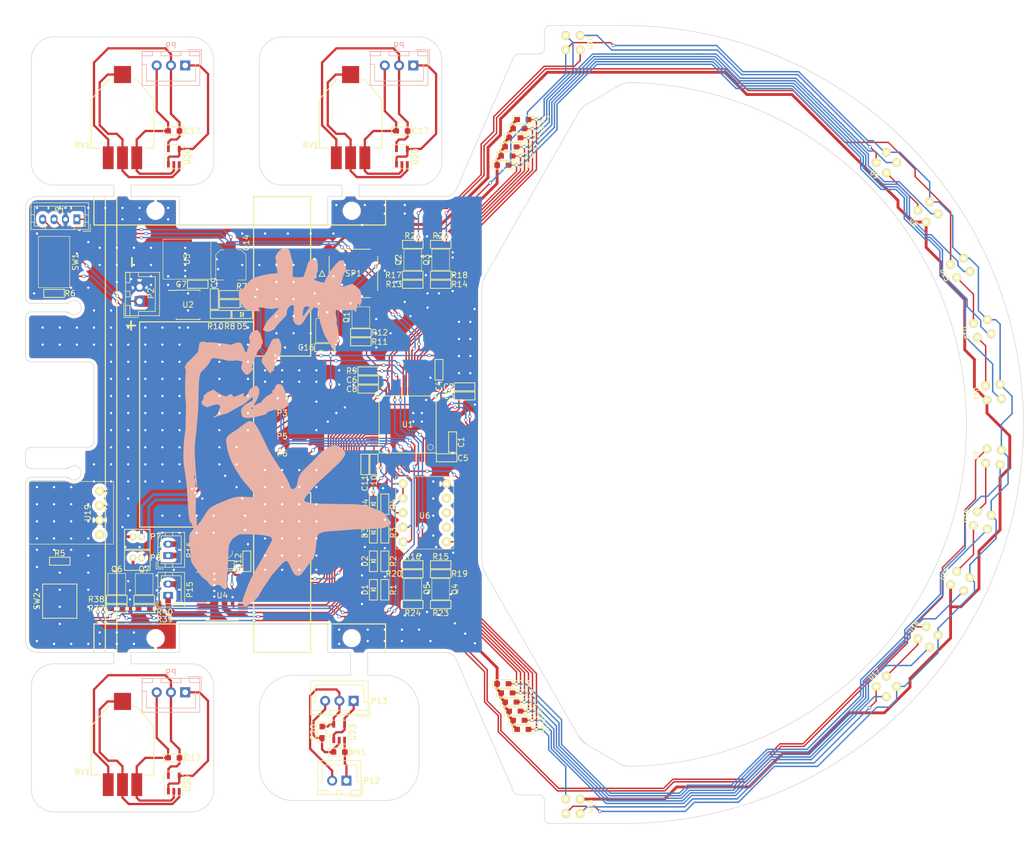
<source format=kicad_pcb>
(kicad_pcb (version 4) (host pcbnew 4.0.1-stable)
  (layers (0 F.Cu signal) (31 B.Cu signal) (34 B.Paste user) (35 F.Paste user) (36 B.SilkS user) (37 F.SilkS user) (38 B.Mask user) (39 F.Mask user) (44 Edge.Cuts user))
  (net 0 "")
  (net 1 "Net-(C1-Pad1)")
  (net 2 GND)
  (net 3 +3V3)
  (net 4 "Net-(C6-Pad1)")
  (net 5 +BATT)
  (net 6 "Net-(C11-Pad1)")
  (net 7 +5V)
  (net 8 UI_LED1)
  (net 9 "Net-(D1-Pad1)")
  (net 10 UI_LED2)
  (net 11 "Net-(D2-Pad1)")
  (net 12 UI_LED3)
  (net 13 "Net-(D3-Pad1)")
  (net 14 UI_LED4)
  (net 15 "Net-(D4-Pad1)")
  (net 16 "Net-(D5-Pad2)")
  (net 17 "Net-(D6-Pad2)")
  (net 18 ENC1_A)
  (net 19 ENC1_B)
  (net 20 "Net-(P2-Pad1)")
  (net 21 "Net-(P15-Pad1)")
  (net 22 "Net-(P15-Pad2)")
  (net 23 "Net-(P16-Pad1)")
  (net 24 "Net-(P16-Pad2)")
  (net 25 "Net-(Q1-Pad1)")
  (net 26 "Net-(Q2-Pad1)")
  (net 27 "Net-(Q2-Pad3)")
  (net 28 "Net-(Q3-Pad1)")
  (net 29 "Net-(Q3-Pad3)")
  (net 30 "Net-(Q4-Pad1)")
  (net 31 "Net-(Q4-Pad3)")
  (net 32 "Net-(Q5-Pad1)")
  (net 33 "Net-(Q5-Pad3)")
  (net 34 "Net-(R5-Pad2)")
  (net 35 "Net-(R6-Pad1)")
  (net 36 "Net-(R7-Pad2)")
  (net 37 "Net-(R9-Pad1)")
  (net 38 BUZZER)
  (net 39 LED4/5/6)
  (net 40 LED7/8/9)
  (net 41 LED10/11/12)
  (net 42 "Net-(R21-Pad2)")
  (net 43 "Net-(R22-Pad2)")
  (net 44 "Net-(R23-Pad2)")
  (net 45 "Net-(R24-Pad2)")
  (net 46 PT1)
  (net 47 PT2)
  (net 48 PT3)
  (net 49 PT4)
  (net 50 PT5)
  (net 51 PT6)
  (net 52 PT7)
  (net 53 PT8)
  (net 54 PT9)
  (net 55 PT10)
  (net 56 PT11)
  (net 57 PT12)
  (net 58 BATT_REF)
  (net 59 AIN2)
  (net 60 AIN1)
  (net 61 STBY)
  (net 62 BIN1)
  (net 63 BIN2)
  (net 64 PWMA)
  (net 65 PWMB)
  (net 66 CS)
  (net 67 SCLK)
  (net 68 MISO)
  (net 69 MOSI)
  (net 70 "Net-(U15-Pad2)")
  (net 71 "Net-(U8-Pad2)")
  (net 72 "Net-(U10-Pad1)")
  (net 73 "Net-(U11-Pad2)")
  (net 74 "Net-(U12-Pad2)")
  (net 75 "Net-(U14-Pad2)")
  (net 76 "Net-(U16-Pad2)")
  (net 77 "Net-(U17-Pad2)")
  (net 78 "Net-(U1-Pad42)")
  (net 79 "Net-(U1-Pad43)")
  (net 80 ENCL_A)
  (net 81 ENCL_B)
  (net 82 ENCR_A)
  (net 83 ENCR_B)
  (net 84 "Net-(P7-Pad2)")
  (net 85 "Net-(P8-Pad2)")
  (net 86 "Net-(Q6-Pad1)")
  (net 87 "Net-(Q7-Pad1)")
  (net 88 LED1/2/3)
  (net 89 PROPELLER)
  (net 90 "Net-(C17-Pad1)")
  (net 91 "Net-(C17-Pad2)")
  (net 92 "Net-(C20-Pad1)")
  (net 93 "Net-(C20-Pad2)")
  (net 94 "Net-(P12-Pad1)")
  (net 95 "Net-(RV1-Pad2)")
  (net 96 "Net-(P9-Pad1)")
  (net 97 "Net-(P13-Pad1)")
  (module MyKicadFP:1608 (layer F.Cu) (at 91 48.5)
    (fp_text reference C17 (at 3.3 0) (layer F.SilkS))
    (fp_text value 0.1u)
    (pad 1 smd rect (at -1 0) (size 1 0.9) (layers F.Cu F.Paste F.Mask) (net 90 "Net-(C17-Pad1)"))
    (pad 2 smd rect (at 1 0) (size 1 0.9) (layers F.Cu F.Paste F.Mask) (net 91 "Net-(C17-Pad2)"))
  )
  (module Connectors_JST:JST_XH_B03B-XH-A_03x2.50mm_Straight (layer B.Cu) (at 93 37 180)
    (fp_text reference P9 (at 2.5 3.5 180) (layer B.SilkS) (effects (justify mirror)))
    (fp_text value CONN_01X03)
    (pad 1 thru_hole rect (at 0 0 180) (size 1.75 1.75) (drill 1) (layers *.Cu *.Mask) (net 96 "Net-(P9-Pad1)"))
    (pad 2 thru_hole circle (at 2.5 0 180) (size 1.75 1.75) (drill 1) (layers *.Cu *.Mask) (net 91 "Net-(C17-Pad2)"))
    (pad 3 thru_hole circle (at 5 0 180) (size 1.75 1.75) (drill 1) (layers *.Cu *.Mask) (net 90 "Net-(C17-Pad1)"))
  )
  (module MyKicadFP:SV01A103AEA01 (layer F.Cu) (at 82 45)
    (fp_text reference RV1 (at -7 6) (layer F.SilkS))
    (fp_text value 10k)
    (pad "" np_thru_hole circle (at 0 0) (size 5.1 5.1) (drill 5.1) (layers *.Cu *.Mask F.SilkS))
    (pad 2 smd rect (at 0 8.2) (size 1.9 4) (layers F.Cu F.Paste F.Mask) (net 95 "Net-(RV1-Pad2)"))
    (pad 1 smd rect (at -2.5 8.2) (size 1.9 4) (layers F.Cu F.Paste F.Mask) (net 91 "Net-(C17-Pad2)"))
    (pad 3 smd rect (at 2.5 8.2) (size 1.9 4) (layers F.Cu F.Paste F.Mask) (net 90 "Net-(C17-Pad1)"))
    (pad 2 smd rect (at 0 -6.4) (size 3 3) (layers F.Cu F.Paste F.Mask) (net 95 "Net-(RV1-Pad2)"))
    (pad "" np_thru_hole circle (at -4.25 5.5) (size 1.2 1.2) (drill 1.2) (layers *.Cu *.Mask F.SilkS))
    (pad "" np_thru_hole circle (at 4.25 5.5) (size 1.2 1.2) (drill 1.2) (layers *.Cu *.Mask F.SilkS))
  )
  (module MyKicadFP:My_SOT-23-5 (layer F.Cu) (at 91 53 90)
    (fp_text reference U20 (at 0 2.4 90) (layer F.SilkS))
    (fp_text value OPA334NA)
    (pad 1 smd rect (at -1.35 -0.95 90) (size 1.1 0.5) (layers F.Cu F.Paste F.Mask) (net 96 "Net-(P9-Pad1)"))
    (pad 2 smd rect (at -1.35 0 90) (size 1.1 0.5) (layers F.Cu F.Paste F.Mask) (net 90 "Net-(C17-Pad1)"))
    (pad 3 smd rect (at -1.35 0.95 90) (size 1.1 0.5) (layers F.Cu F.Paste F.Mask) (net 95 "Net-(RV1-Pad2)"))
    (pad 4 smd rect (at 1.35 0.95 90) (size 1.1 0.5) (layers F.Cu F.Paste F.Mask) (net 96 "Net-(P9-Pad1)"))
    (pad 5 smd rect (at 1.35 -0.95 90) (size 1.1 0.5) (layers F.Cu F.Paste F.Mask) (net 91 "Net-(C17-Pad2)"))
  )
  (module Mounting_Holes:MountingHole_3.2mm_M3 (layer F.Cu) (at 70 45)
    (fp_text reference "" (at 0 -4.2) (layer F.SilkS))
    (fp_text value MountingHole_3.2mm_M3)
    (pad 1 np_thru_hole circle (at 0 0) (size 3.2 3.2) (drill 3.2) (layers *.Cu *.Mask))
  )
  (module Mounting_Holes:MountingHole_3.2mm_M3 (layer F.Cu) (at 94 45)
    (fp_text reference "" (at 0 -4.2) (layer F.SilkS))
    (fp_text value MountingHole_3.2mm_M3)
    (pad 1 np_thru_hole circle (at 0 0) (size 3.2 3.2) (drill 3.2) (layers *.Cu *.Mask))
  )
  (module Mounting_Holes:MountingHole_3.2mm_M3 (layer F.Cu) (at 54 45)
    (fp_text reference "" (at 0 -4.2) (layer F.SilkS))
    (fp_text value MountingHole_3.2mm_M3)
    (pad 1 np_thru_hole circle (at 0 0) (size 3.2 3.2) (drill 3.2) (layers *.Cu *.Mask))
  )
  (module Mounting_Holes:MountingHole_3.2mm_M3 (layer F.Cu) (at 30 45)
    (fp_text reference "" (at 0 -4.2) (layer F.SilkS))
    (fp_text value MountingHole_3.2mm_M3)
    (pad 1 np_thru_hole circle (at 0 0) (size 3.2 3.2) (drill 3.2) (layers *.Cu *.Mask))
  )
  (module MyKicadFP:My_SOT-23-5 (layer F.Cu) (at 51 53 90)
    (fp_text reference U20 (at 0 2.4 90) (layer F.SilkS))
    (fp_text value OPA334NA)
    (pad 1 smd rect (at -1.35 -0.95 90) (size 1.1 0.5) (layers F.Cu F.Paste F.Mask) (net 96 "Net-(P9-Pad1)"))
    (pad 2 smd rect (at -1.35 0 90) (size 1.1 0.5) (layers F.Cu F.Paste F.Mask) (net 90 "Net-(C17-Pad1)"))
    (pad 3 smd rect (at -1.35 0.95 90) (size 1.1 0.5) (layers F.Cu F.Paste F.Mask) (net 95 "Net-(RV1-Pad2)"))
    (pad 4 smd rect (at 1.35 0.95 90) (size 1.1 0.5) (layers F.Cu F.Paste F.Mask) (net 96 "Net-(P9-Pad1)"))
    (pad 5 smd rect (at 1.35 -0.95 90) (size 1.1 0.5) (layers F.Cu F.Paste F.Mask) (net 91 "Net-(C17-Pad2)"))
  )
  (module MyKicadFP:SV01A103AEA01 (layer F.Cu) (at 42 45)
    (fp_text reference RV1 (at -7 6) (layer F.SilkS))
    (fp_text value 10k)
    (pad "" np_thru_hole circle (at 0 0) (size 5.1 5.1) (drill 5.1) (layers *.Cu *.Mask F.SilkS))
    (pad 2 smd rect (at 0 8.2) (size 1.9 4) (layers F.Cu F.Paste F.Mask) (net 95 "Net-(RV1-Pad2)"))
    (pad 1 smd rect (at -2.5 8.2) (size 1.9 4) (layers F.Cu F.Paste F.Mask) (net 91 "Net-(C17-Pad2)"))
    (pad 3 smd rect (at 2.5 8.2) (size 1.9 4) (layers F.Cu F.Paste F.Mask) (net 90 "Net-(C17-Pad1)"))
    (pad 2 smd rect (at 0 -6.4) (size 3 3) (layers F.Cu F.Paste F.Mask) (net 95 "Net-(RV1-Pad2)"))
    (pad "" np_thru_hole circle (at -4.25 5.5) (size 1.2 1.2) (drill 1.2) (layers *.Cu *.Mask F.SilkS))
    (pad "" np_thru_hole circle (at 4.25 5.5) (size 1.2 1.2) (drill 1.2) (layers *.Cu *.Mask F.SilkS))
  )
  (module Connectors_JST:JST_XH_B03B-XH-A_03x2.50mm_Straight (layer B.Cu) (at 53 37 180)
    (fp_text reference P9 (at 2.5 3.5 180) (layer B.SilkS) (effects (justify mirror)))
    (fp_text value CONN_01X03)
    (pad 1 thru_hole rect (at 0 0 180) (size 1.75 1.75) (drill 1) (layers *.Cu *.Mask) (net 96 "Net-(P9-Pad1)"))
    (pad 2 thru_hole circle (at 2.5 0 180) (size 1.75 1.75) (drill 1) (layers *.Cu *.Mask) (net 91 "Net-(C17-Pad2)"))
    (pad 3 thru_hole circle (at 5 0 180) (size 1.75 1.75) (drill 1) (layers *.Cu *.Mask) (net 90 "Net-(C17-Pad1)"))
  )
  (module MyKicadFP:1608 (layer F.Cu) (at 51 48.5)
    (fp_text reference C17 (at 3.3 0) (layer F.SilkS))
    (fp_text value 0.1u)
    (pad 1 smd rect (at -1 0) (size 1 0.9) (layers F.Cu F.Paste F.Mask) (net 90 "Net-(C17-Pad1)"))
    (pad 2 smd rect (at 1 0) (size 1 0.9) (layers F.Cu F.Paste F.Mask) (net 91 "Net-(C17-Pad2)"))
  )
  (module MyKicadFP:1608 (layer F.Cu) (at 99.9 103.1 270)
    (fp_text reference C1 (at 0 -1.5 270) (layer F.SilkS))
    (fp_text value 0.1u)
    (pad 1 smd rect (at -1 0 270) (size 1 0.9) (layers F.Cu F.Paste F.Mask) (net 1 "Net-(C1-Pad1)"))
    (pad 2 smd rect (at 1 0 270) (size 1 0.9) (layers F.Cu F.Paste F.Mask) (net 2 GND))
  )
  (module MyKicadFP:1608 (layer F.Cu) (at 102 93.4)
    (fp_text reference C2 (at -2.8 0) (layer F.SilkS))
    (fp_text value 1u)
    (pad 1 smd rect (at -1 0) (size 1 0.9) (layers F.Cu F.Paste F.Mask) (net 3 +3V3))
    (pad 2 smd rect (at 1 0) (size 1 0.9) (layers F.Cu F.Paste F.Mask) (net 2 GND))
  )
  (module MyKicadFP:1608 (layer F.Cu) (at 102 95)
    (fp_text reference C3 (at -2.8 0) (layer F.SilkS))
    (fp_text value 0.1u)
    (pad 1 smd rect (at -1 0) (size 1 0.9) (layers F.Cu F.Paste F.Mask) (net 3 +3V3))
    (pad 2 smd rect (at 1 0) (size 1 0.9) (layers F.Cu F.Paste F.Mask) (net 2 GND))
  )
  (module MyKicadFP:1608 (layer F.Cu) (at 97.5 90.4 270)
    (fp_text reference C4 (at 2.9 0 270) (layer F.SilkS))
    (fp_text value 0.1u)
    (pad 1 smd rect (at -1 0 270) (size 1 0.9) (layers F.Cu F.Paste F.Mask) (net 3 +3V3))
    (pad 2 smd rect (at 1 0 270) (size 1 0.9) (layers F.Cu F.Paste F.Mask) (net 2 GND))
  )
  (module MyKicadFP:1608 (layer F.Cu) (at 98.85 105.85)
    (fp_text reference C5 (at 2.85 0.05) (layer F.SilkS))
    (fp_text value 0.1u)
    (pad 1 smd rect (at -1 0) (size 1 0.9) (layers F.Cu F.Paste F.Mask) (net 3 +3V3))
    (pad 2 smd rect (at 1 0) (size 1 0.9) (layers F.Cu F.Paste F.Mask) (net 2 GND))
  )
  (module MyKicadFP:1608 (layer F.Cu) (at 85.1 92.2 180)
    (fp_text reference C6 (at 2.9 0 180) (layer F.SilkS))
    (fp_text value 2.2u)
    (pad 1 smd rect (at -1 0 180) (size 1 0.9) (layers F.Cu F.Paste F.Mask) (net 4 "Net-(C6-Pad1)"))
    (pad 2 smd rect (at 1 0 180) (size 1 0.9) (layers F.Cu F.Paste F.Mask) (net 2 GND))
  )
  (module MyKicadFP:1608 (layer F.Cu) (at 55.2 75.4 180)
    (fp_text reference C7 (at 2.9 0 180) (layer F.SilkS))
    (fp_text value 0.47u)
    (pad 1 smd rect (at -1 0 180) (size 1 0.9) (layers F.Cu F.Paste F.Mask) (net 5 +BATT))
    (pad 2 smd rect (at 1 0 180) (size 1 0.9) (layers F.Cu F.Paste F.Mask) (net 2 GND))
  )
  (module MyKicadFP:1608 (layer F.Cu) (at 85.1 93.8 180)
    (fp_text reference C8 (at 2.9 0 180) (layer F.SilkS))
    (fp_text value 0.1u)
    (pad 1 smd rect (at -1 0 180) (size 1 0.9) (layers F.Cu F.Paste F.Mask) (net 3 +3V3))
    (pad 2 smd rect (at 1 0 180) (size 1 0.9) (layers F.Cu F.Paste F.Mask) (net 2 GND))
  )
  (module MyKicadFP:1608 (layer F.Cu) (at 58.1 78 270)
    (fp_text reference C9 (at -2.8 0 270) (layer F.SilkS))
    (fp_text value 0.1u)
    (pad 1 smd rect (at -1 0 270) (size 1 0.9) (layers F.Cu F.Paste F.Mask) (net 2 GND))
    (pad 2 smd rect (at 1 0 270) (size 1 0.9) (layers F.Cu F.Paste F.Mask) (net 5 +BATT))
  )
  (module MyKicadFP:1608 (layer F.Cu) (at 86.1 107 270)
    (fp_text reference C10 (at 3.3 0 270) (layer F.SilkS))
    (fp_text value 0.1u)
    (pad 1 smd rect (at -1 0 270) (size 1 0.9) (layers F.Cu F.Paste F.Mask) (net 3 +3V3))
    (pad 2 smd rect (at 1 0 270) (size 1 0.9) (layers F.Cu F.Paste F.Mask) (net 2 GND))
  )
  (module MyKicadFP:1608 (layer F.Cu) (at 84.5 107 270)
    (fp_text reference C11 (at 3.3 0 270) (layer F.SilkS))
    (fp_text value 2.2u)
    (pad 1 smd rect (at -1 0 270) (size 1 0.9) (layers F.Cu F.Paste F.Mask) (net 6 "Net-(C11-Pad1)"))
    (pad 2 smd rect (at 1 0 270) (size 1 0.9) (layers F.Cu F.Paste F.Mask) (net 2 GND))
  )
  (module MyKicadFP:1608 (layer F.Cu) (at 63.8 124 90)
    (fp_text reference C12 (at 0 -1.5 90) (layer F.SilkS))
    (fp_text value 0.1u)
    (pad 1 smd rect (at -1 0 90) (size 1 0.9) (layers F.Cu F.Paste F.Mask) (net 3 +3V3))
    (pad 2 smd rect (at 1 0 90) (size 1 0.9) (layers F.Cu F.Paste F.Mask) (net 2 GND))
  )
  (module MyKicadFP:1608 (layer F.Cu) (at 59.8 124.6 180)
    (fp_text reference C13 (at 3.5 0 180) (layer F.SilkS))
    (fp_text value 0.1u)
    (pad 1 smd rect (at -1 0 180) (size 1 0.9) (layers F.Cu F.Paste F.Mask) (net 5 +BATT))
    (pad 2 smd rect (at 1 0 180) (size 1 0.9) (layers F.Cu F.Paste F.Mask) (net 2 GND))
  )
  (module MyKicadFP:1608 (layer F.Cu) (at 77.5 86.5 180)
    (fp_text reference C16 (at 3.3 0 180) (layer F.SilkS))
    (fp_text value 4.7u)
    (pad 1 smd rect (at -1 0 180) (size 1 0.9) (layers F.Cu F.Paste F.Mask) (net 3 +3V3))
    (pad 2 smd rect (at 1 0 180) (size 1 0.9) (layers F.Cu F.Paste F.Mask) (net 2 GND))
  )
  (module MyKicadFP:CUS520 (layer F.Cu) (at 77 73.5 270)
    (fp_text reference D6 (at 0 1.5 270) (layer F.SilkS))
    (fp_text value D_Schottky_Small)
    (pad 1 smd rect (at -1.15 0 270) (size 0.8 0.9) (layers F.Cu F.Paste F.Mask) (net 7 +5V))
    (pad 2 smd rect (at 1.15 0 270) (size 0.8 0.9) (layers F.Cu F.Paste F.Mask) (net 17 "Net-(D6-Pad2)"))
  )
  (module Connectors_JST:JST_PH_B4B-PH-K_04x2.00mm_Straight (layer F.Cu) (at 34 64 180)
    (fp_text reference P1 (at 3 1.5 180) (layer F.SilkS))
    (fp_text value CONN_01X04)
    (pad 1 thru_hole rect (at 0 0 180) (size 1.2 1.7) (drill 0.75) (layers *.Cu *.Mask) (net 7 +5V))
    (pad 2 thru_hole oval (at 2 0 180) (size 1.2 1.7) (drill 0.75) (layers *.Cu *.Mask) (net 2 GND))
    (pad 3 thru_hole oval (at 4 0 180) (size 1.2 1.7) (drill 0.75) (layers *.Cu *.Mask) (net 18 ENC1_A))
    (pad 4 thru_hole oval (at 6 0 180) (size 1.2 1.7) (drill 0.75) (layers *.Cu *.Mask) (net 19 ENC1_B))
  )
  (module Connectors_JST:JST_XH_B02B-XH-A_02x2.50mm_Straight (layer F.Cu) (at 45 78.365 90)
    (fp_text reference P2 (at 1.365 2 90) (layer F.SilkS))
    (fp_text value CONN_01X02)
    (pad 1 thru_hole rect (at 0 0 90) (size 1.75 1.75) (drill 1.05) (layers *.Cu *.Mask) (net 20 "Net-(P2-Pad1)"))
    (pad 2 thru_hole circle (at 2.5 0 90) (size 1.75 1.75) (drill 1.05) (layers *.Cu *.Mask) (net 2 GND))
  )
  (module Connectors_JST:JST_PH_B2B-PH-K_02x2.00mm_Straight (layer F.Cu) (at 50 130 90)
    (fp_text reference P15 (at 1 3.8 90) (layer F.SilkS))
    (fp_text value CONN_01X02)
    (pad 1 thru_hole rect (at 0 0 90) (size 1.2 1.7) (drill 0.75) (layers *.Cu *.Mask) (net 21 "Net-(P15-Pad1)"))
    (pad 2 thru_hole oval (at 2 0 90) (size 1.2 1.7) (drill 0.75) (layers *.Cu *.Mask) (net 22 "Net-(P15-Pad2)"))
  )
  (module Connectors_JST:JST_PH_B2B-PH-K_02x2.00mm_Straight (layer F.Cu) (at 50 123 90)
    (fp_text reference P16 (at 1 3.8 90) (layer F.SilkS))
    (fp_text value CONN_01X02)
    (pad 1 thru_hole rect (at 0 0 90) (size 1.2 1.7) (drill 0.75) (layers *.Cu *.Mask) (net 23 "Net-(P16-Pad1)"))
    (pad 2 thru_hole oval (at 2 0 90) (size 1.2 1.7) (drill 0.75) (layers *.Cu *.Mask) (net 24 "Net-(P16-Pad2)"))
  )
  (module MyKicadFP:My_SOT-23 (layer F.Cu) (at 83.8 81.2 90)
    (fp_text reference Q1 (at 0 -2.5 90) (layer F.SilkS))
    (fp_text value IRLML6344)
    (pad 1 smd rect (at -1.1 -0.95 90) (size 1.2 0.8) (layers F.Cu F.Paste F.Mask) (net 25 "Net-(Q1-Pad1)"))
    (pad 2 smd rect (at -1.1 0.95 90) (size 1.2 0.8) (layers F.Cu F.Paste F.Mask) (net 2 GND))
    (pad 3 smd rect (at 1.1 0 90) (size 1.2 0.8) (layers F.Cu F.Paste F.Mask) (net 17 "Net-(D6-Pad2)"))
  )
  (module MyKicadFP:My_SOT-23 (layer F.Cu) (at 92.9 71.1 90)
    (fp_text reference Q2 (at 0 -2.5 90) (layer F.SilkS))
    (fp_text value IRLML6344)
    (pad 1 smd rect (at -1.1 -0.95 90) (size 1.2 0.8) (layers F.Cu F.Paste F.Mask) (net 26 "Net-(Q2-Pad1)"))
    (pad 2 smd rect (at -1.1 0.95 90) (size 1.2 0.8) (layers F.Cu F.Paste F.Mask) (net 2 GND))
    (pad 3 smd rect (at 1.1 0 90) (size 1.2 0.8) (layers F.Cu F.Paste F.Mask) (net 27 "Net-(Q2-Pad3)"))
  )
  (module MyKicadFP:My_SOT-23 (layer F.Cu) (at 97.8 71.1 90)
    (fp_text reference Q3 (at 0 -2.5 90) (layer F.SilkS))
    (fp_text value IRLML6344)
    (pad 1 smd rect (at -1.1 -0.95 90) (size 1.2 0.8) (layers F.Cu F.Paste F.Mask) (net 28 "Net-(Q3-Pad1)"))
    (pad 2 smd rect (at -1.1 0.95 90) (size 1.2 0.8) (layers F.Cu F.Paste F.Mask) (net 2 GND))
    (pad 3 smd rect (at 1.1 0 90) (size 1.2 0.8) (layers F.Cu F.Paste F.Mask) (net 29 "Net-(Q3-Pad3)"))
  )
  (module MyKicadFP:My_SOT-23 (layer F.Cu) (at 97.8 128.9 270)
    (fp_text reference Q4 (at 0 -2.5 270) (layer F.SilkS))
    (fp_text value IRLML6344)
    (pad 1 smd rect (at -1.1 -0.95 270) (size 1.2 0.8) (layers F.Cu F.Paste F.Mask) (net 30 "Net-(Q4-Pad1)"))
    (pad 2 smd rect (at -1.1 0.95 270) (size 1.2 0.8) (layers F.Cu F.Paste F.Mask) (net 2 GND))
    (pad 3 smd rect (at 1.1 0 270) (size 1.2 0.8) (layers F.Cu F.Paste F.Mask) (net 31 "Net-(Q4-Pad3)"))
  )
  (module MyKicadFP:My_SOT-23 (layer F.Cu) (at 92.9 128.9 270)
    (fp_text reference Q5 (at 0 -2.5 270) (layer F.SilkS))
    (fp_text value IRLML6344)
    (pad 1 smd rect (at -1.1 -0.95 270) (size 1.2 0.8) (layers F.Cu F.Paste F.Mask) (net 32 "Net-(Q5-Pad1)"))
    (pad 2 smd rect (at -1.1 0.95 270) (size 1.2 0.8) (layers F.Cu F.Paste F.Mask) (net 2 GND))
    (pad 3 smd rect (at 1.1 0 270) (size 1.2 0.8) (layers F.Cu F.Paste F.Mask) (net 33 "Net-(Q5-Pad3)"))
  )
  (module MyKicadFP:1608 (layer F.Cu) (at 88 129 90)
    (fp_text reference R1 (at 0 1.5 90) (layer F.SilkS))
    (fp_text value 200)
    (pad 1 smd rect (at -1 0 90) (size 1 0.9) (layers F.Cu F.Paste F.Mask) (net 9 "Net-(D1-Pad1)"))
    (pad 2 smd rect (at 1 0 90) (size 1 0.9) (layers F.Cu F.Paste F.Mask) (net 2 GND))
  )
  (module MyKicadFP:1608 (layer F.Cu) (at 88 124 90)
    (fp_text reference R2 (at 0 1.5 90) (layer F.SilkS))
    (fp_text value 200)
    (pad 1 smd rect (at -1 0 90) (size 1 0.9) (layers F.Cu F.Paste F.Mask) (net 11 "Net-(D2-Pad1)"))
    (pad 2 smd rect (at 1 0 90) (size 1 0.9) (layers F.Cu F.Paste F.Mask) (net 2 GND))
  )
  (module MyKicadFP:1608 (layer F.Cu) (at 88 119 90)
    (fp_text reference R3 (at 0 1.5 90) (layer F.SilkS))
    (fp_text value 200)
    (pad 1 smd rect (at -1 0 90) (size 1 0.9) (layers F.Cu F.Paste F.Mask) (net 13 "Net-(D3-Pad1)"))
    (pad 2 smd rect (at 1 0 90) (size 1 0.9) (layers F.Cu F.Paste F.Mask) (net 2 GND))
  )
  (module MyKicadFP:1608 (layer F.Cu) (at 88 114 90)
    (fp_text reference R4 (at 0 1.5 90) (layer F.SilkS))
    (fp_text value 200)
    (pad 1 smd rect (at -1 0 90) (size 1 0.9) (layers F.Cu F.Paste F.Mask) (net 15 "Net-(D4-Pad1)"))
    (pad 2 smd rect (at 1 0 90) (size 1 0.9) (layers F.Cu F.Paste F.Mask) (net 2 GND))
  )
  (module MyKicadFP:1608 (layer F.Cu) (at 31 124 180)
    (fp_text reference R5 (at 0 1.4 180) (layer F.SilkS))
    (fp_text value 10k)
    (pad 1 smd rect (at -1 0 180) (size 1 0.9) (layers F.Cu F.Paste F.Mask) (net 2 GND))
    (pad 2 smd rect (at 1 0 180) (size 1 0.9) (layers F.Cu F.Paste F.Mask) (net 34 "Net-(R5-Pad2)"))
  )
  (module MyKicadFP:1608 (layer F.Cu) (at 30 77)
    (fp_text reference R6 (at 2.8 0) (layer F.SilkS))
    (fp_text value 47k)
    (pad 1 smd rect (at -1 0) (size 1 0.9) (layers F.Cu F.Paste F.Mask) (net 35 "Net-(R6-Pad1)"))
    (pad 2 smd rect (at 1 0) (size 1 0.9) (layers F.Cu F.Paste F.Mask) (net 2 GND))
  )
  (module MyKicadFP:1608 (layer F.Cu) (at 60.8 77.2)
    (fp_text reference R7 (at 2.1 -1.4) (layer F.SilkS))
    (fp_text value 4.7k)
    (pad 1 smd rect (at -1 0) (size 1 0.9) (layers F.Cu F.Paste F.Mask) (net 2 GND))
    (pad 2 smd rect (at 1 0) (size 1 0.9) (layers F.Cu F.Paste F.Mask) (net 36 "Net-(R7-Pad2)"))
  )
  (module MyKicadFP:1608 (layer F.Cu) (at 60.8 78.8 180)
    (fp_text reference R8 (at 0 -4 180) (layer F.SilkS))
    (fp_text value 10k)
    (pad 1 smd rect (at -1 0 180) (size 1 0.9) (layers F.Cu F.Paste F.Mask) (net 36 "Net-(R7-Pad2)"))
    (pad 2 smd rect (at 1 0 180) (size 1 0.9) (layers F.Cu F.Paste F.Mask) (net 5 +BATT))
  )
  (module MyKicadFP:1608 (layer F.Cu) (at 85.1 90.6 180)
    (fp_text reference R9 (at 2.9 0 180) (layer F.SilkS))
    (fp_text value 10k)
    (pad 1 smd rect (at -1 0 180) (size 1 0.9) (layers F.Cu F.Paste F.Mask) (net 37 "Net-(R9-Pad1)"))
    (pad 2 smd rect (at 1 0 180) (size 1 0.9) (layers F.Cu F.Paste F.Mask) (net 2 GND))
  )
  (module MyKicadFP:1608 (layer F.Cu) (at 59.2 80.7)
    (fp_text reference R10 (at -0.9 2.1) (layer F.SilkS))
    (fp_text value 470)
    (pad 1 smd rect (at -1 0) (size 1 0.9) (layers F.Cu F.Paste F.Mask) (net 5 +BATT))
    (pad 2 smd rect (at 1 0) (size 1 0.9) (layers F.Cu F.Paste F.Mask) (net 16 "Net-(D5-Pad2)"))
  )
  (module MyKicadFP:1608 (layer F.Cu) (at 83.8 85.5 180)
    (fp_text reference R11 (at -3.3 0 180) (layer F.SilkS))
    (fp_text value 470)
    (pad 1 smd rect (at -1 0 180) (size 1 0.9) (layers F.Cu F.Paste F.Mask) (net 38 BUZZER))
    (pad 2 smd rect (at 1 0 180) (size 1 0.9) (layers F.Cu F.Paste F.Mask) (net 25 "Net-(Q1-Pad1)"))
  )
  (module MyKicadFP:1608 (layer F.Cu) (at 83.8 83.9)
    (fp_text reference R12 (at 3.301667 -0.025) (layer F.SilkS))
    (fp_text value 100k)
    (pad 1 smd rect (at -1 0) (size 1 0.9) (layers F.Cu F.Paste F.Mask) (net 25 "Net-(Q1-Pad1)"))
    (pad 2 smd rect (at 1 0) (size 1 0.9) (layers F.Cu F.Paste F.Mask) (net 2 GND))
  )
  (module MyKicadFP:1608 (layer F.Cu) (at 92.9 75.4)
    (fp_text reference R13 (at -3.3 0) (layer F.SilkS))
    (fp_text value 470)
    (pad 1 smd rect (at -1 0) (size 1 0.9) (layers F.Cu F.Paste F.Mask) (net 26 "Net-(Q2-Pad1)"))
    (pad 2 smd rect (at 1 0) (size 1 0.9) (layers F.Cu F.Paste F.Mask) (net 88 LED1/2/3))
  )
  (module MyKicadFP:1608 (layer F.Cu) (at 97.8 75.4)
    (fp_text reference R14 (at 3.3 0) (layer F.SilkS))
    (fp_text value 470)
    (pad 1 smd rect (at -1 0) (size 1 0.9) (layers F.Cu F.Paste F.Mask) (net 28 "Net-(Q3-Pad1)"))
    (pad 2 smd rect (at 1 0) (size 1 0.9) (layers F.Cu F.Paste F.Mask) (net 39 LED4/5/6))
  )
  (module MyKicadFP:1608 (layer F.Cu) (at 97.8 124.6 180)
    (fp_text reference R15 (at 0 1.4 180) (layer F.SilkS))
    (fp_text value 470)
    (pad 1 smd rect (at -1 0 180) (size 1 0.9) (layers F.Cu F.Paste F.Mask) (net 30 "Net-(Q4-Pad1)"))
    (pad 2 smd rect (at 1 0 180) (size 1 0.9) (layers F.Cu F.Paste F.Mask) (net 40 LED7/8/9))
  )
  (module MyKicadFP:1608 (layer F.Cu) (at 92.9 124.6 180)
    (fp_text reference R16 (at 0 1.4 180) (layer F.SilkS))
    (fp_text value 470)
    (pad 1 smd rect (at -1 0 180) (size 1 0.9) (layers F.Cu F.Paste F.Mask) (net 32 "Net-(Q5-Pad1)"))
    (pad 2 smd rect (at 1 0 180) (size 1 0.9) (layers F.Cu F.Paste F.Mask) (net 41 LED10/11/12))
  )
  (module MyKicadFP:1608 (layer F.Cu) (at 92.9 73.8)
    (fp_text reference R17 (at -3.4 0) (layer F.SilkS))
    (fp_text value 100k)
    (pad 1 smd rect (at -1 0) (size 1 0.9) (layers F.Cu F.Paste F.Mask) (net 26 "Net-(Q2-Pad1)"))
    (pad 2 smd rect (at 1 0) (size 1 0.9) (layers F.Cu F.Paste F.Mask) (net 2 GND))
  )
  (module MyKicadFP:1608 (layer F.Cu) (at 97.8 73.8)
    (fp_text reference R18 (at 3.3 0) (layer F.SilkS))
    (fp_text value 100k)
    (pad 1 smd rect (at -1 0) (size 1 0.9) (layers F.Cu F.Paste F.Mask) (net 28 "Net-(Q3-Pad1)"))
    (pad 2 smd rect (at 1 0) (size 1 0.9) (layers F.Cu F.Paste F.Mask) (net 2 GND))
  )
  (module MyKicadFP:1608 (layer F.Cu) (at 97.8 126.2 180)
    (fp_text reference R19 (at -3.3 0 180) (layer F.SilkS))
    (fp_text value 100k)
    (pad 1 smd rect (at -1 0 180) (size 1 0.9) (layers F.Cu F.Paste F.Mask) (net 30 "Net-(Q4-Pad1)"))
    (pad 2 smd rect (at 1 0 180) (size 1 0.9) (layers F.Cu F.Paste F.Mask) (net 2 GND))
  )
  (module MyKicadFP:1608 (layer F.Cu) (at 92.9 126.2 180)
    (fp_text reference R20 (at 3.3 0 180) (layer F.SilkS))
    (fp_text value 100k)
    (pad 1 smd rect (at -1 0 180) (size 1 0.9) (layers F.Cu F.Paste F.Mask) (net 32 "Net-(Q5-Pad1)"))
    (pad 2 smd rect (at 1 0 180) (size 1 0.9) (layers F.Cu F.Paste F.Mask) (net 2 GND))
  )
  (module MyKicadFP:1608 (layer F.Cu) (at 92.9 68.4)
    (fp_text reference R21 (at 0 -1.5) (layer F.SilkS))
    (fp_text value 20)
    (pad 1 smd rect (at -1 0) (size 1 0.9) (layers F.Cu F.Paste F.Mask) (net 27 "Net-(Q2-Pad3)"))
    (pad 2 smd rect (at 1 0) (size 1 0.9) (layers F.Cu F.Paste F.Mask) (net 42 "Net-(R21-Pad2)"))
  )
  (module MyKicadFP:1608 (layer F.Cu) (at 97.8 68.4)
    (fp_text reference R22 (at 0 -1.5) (layer F.SilkS))
    (fp_text value 20)
    (pad 1 smd rect (at -1 0) (size 1 0.9) (layers F.Cu F.Paste F.Mask) (net 29 "Net-(Q3-Pad3)"))
    (pad 2 smd rect (at 1 0) (size 1 0.9) (layers F.Cu F.Paste F.Mask) (net 43 "Net-(R22-Pad2)"))
  )
  (module MyKicadFP:1608 (layer F.Cu) (at 97.8 131.6)
    (fp_text reference R23 (at 0 1.5) (layer F.SilkS))
    (fp_text value 20)
    (pad 1 smd rect (at -1 0) (size 1 0.9) (layers F.Cu F.Paste F.Mask) (net 31 "Net-(Q4-Pad3)"))
    (pad 2 smd rect (at 1 0) (size 1 0.9) (layers F.Cu F.Paste F.Mask) (net 44 "Net-(R23-Pad2)"))
  )
  (module MyKicadFP:1608 (layer F.Cu) (at 92.9 131.6)
    (fp_text reference R24 (at 0 1.5) (layer F.SilkS))
    (fp_text value 20)
    (pad 1 smd rect (at -1 0) (size 1 0.9) (layers F.Cu F.Paste F.Mask) (net 33 "Net-(Q5-Pad3)"))
    (pad 2 smd rect (at 1 0) (size 1 0.9) (layers F.Cu F.Paste F.Mask) (net 45 "Net-(R24-Pad2)"))
  )
  (module MyKicadFP:1608 (layer F.Cu) (at 110.8 49.7 180)
    (fp_text reference R25 (at -3.3 0 180) (layer F.SilkS))
    (fp_text value 1k)
    (pad 1 smd rect (at -1 0 180) (size 1 0.9) (layers F.Cu F.Paste F.Mask) (net 46 PT1))
    (pad 2 smd rect (at 1 0 180) (size 1 0.9) (layers F.Cu F.Paste F.Mask) (net 2 GND))
  )
  (module MyKicadFP:1608 (layer F.Cu) (at 111.5 48.1 180)
    (fp_text reference R26 (at -3.3 0 180) (layer F.SilkS))
    (fp_text value 1k)
    (pad 1 smd rect (at -1 0 180) (size 1 0.9) (layers F.Cu F.Paste F.Mask) (net 47 PT2))
    (pad 2 smd rect (at 1 0 180) (size 1 0.9) (layers F.Cu F.Paste F.Mask) (net 2 GND))
  )
  (module MyKicadFP:1608 (layer F.Cu) (at 112.2 46.5 180)
    (fp_text reference R27 (at -3.3 0 180) (layer F.SilkS))
    (fp_text value 1k)
    (pad 1 smd rect (at -1 0 180) (size 1 0.9) (layers F.Cu F.Paste F.Mask) (net 48 PT3))
    (pad 2 smd rect (at 1 0 180) (size 1 0.9) (layers F.Cu F.Paste F.Mask) (net 2 GND))
  )
  (module MyKicadFP:1608 (layer F.Cu) (at 108.7 54.5 180)
    (fp_text reference R28 (at -3.3 0 180) (layer F.SilkS))
    (fp_text value 1k)
    (pad 1 smd rect (at -1 0 180) (size 1 0.9) (layers F.Cu F.Paste F.Mask) (net 49 PT4))
    (pad 2 smd rect (at 1 0 180) (size 1 0.9) (layers F.Cu F.Paste F.Mask) (net 2 GND))
  )
  (module MyKicadFP:1608 (layer F.Cu) (at 109.4 52.9 180)
    (fp_text reference R29 (at -3.3 0 180) (layer F.SilkS))
    (fp_text value 1k)
    (pad 1 smd rect (at -1 0 180) (size 1 0.9) (layers F.Cu F.Paste F.Mask) (net 50 PT5))
    (pad 2 smd rect (at 1 0 180) (size 1 0.9) (layers F.Cu F.Paste F.Mask) (net 2 GND))
  )
  (module MyKicadFP:1608 (layer F.Cu) (at 110.1 51.3 180)
    (fp_text reference R30 (at -3.3 0 180) (layer F.SilkS))
    (fp_text value 1k)
    (pad 1 smd rect (at -1 0 180) (size 1 0.9) (layers F.Cu F.Paste F.Mask) (net 51 PT6))
    (pad 2 smd rect (at 1 0 180) (size 1 0.9) (layers F.Cu F.Paste F.Mask) (net 2 GND))
  )
  (module MyKicadFP:1608 (layer F.Cu) (at 110.1 148.7 180)
    (fp_text reference R31 (at -3.3 0 180) (layer F.SilkS))
    (fp_text value 1k)
    (pad 1 smd rect (at -1 0 180) (size 1 0.9) (layers F.Cu F.Paste F.Mask) (net 52 PT7))
    (pad 2 smd rect (at 1 0 180) (size 1 0.9) (layers F.Cu F.Paste F.Mask) (net 2 GND))
  )
  (module MyKicadFP:1608 (layer F.Cu) (at 109.4 147.1 180)
    (fp_text reference R32 (at -3.3 0 180) (layer F.SilkS))
    (fp_text value 1k)
    (pad 1 smd rect (at -1 0 180) (size 1 0.9) (layers F.Cu F.Paste F.Mask) (net 53 PT8))
    (pad 2 smd rect (at 1 0 180) (size 1 0.9) (layers F.Cu F.Paste F.Mask) (net 2 GND))
  )
  (module MyKicadFP:1608 (layer F.Cu) (at 108.7 145.5 180)
    (fp_text reference R33 (at -3.3 0 180) (layer F.SilkS))
    (fp_text value 1k)
    (pad 1 smd rect (at -1 0 180) (size 1 0.9) (layers F.Cu F.Paste F.Mask) (net 54 PT9))
    (pad 2 smd rect (at 1 0 180) (size 1 0.9) (layers F.Cu F.Paste F.Mask) (net 2 GND))
  )
  (module MyKicadFP:1608 (layer F.Cu) (at 112.2 153.5 180)
    (fp_text reference R34 (at -3.3 0 180) (layer F.SilkS))
    (fp_text value 1k)
    (pad 1 smd rect (at -1 0 180) (size 1 0.9) (layers F.Cu F.Paste F.Mask) (net 55 PT10))
    (pad 2 smd rect (at 1 0 180) (size 1 0.9) (layers F.Cu F.Paste F.Mask) (net 2 GND))
  )
  (module MyKicadFP:1608 (layer F.Cu) (at 111.5 151.9 180)
    (fp_text reference R35 (at -3.3 0 180) (layer F.SilkS))
    (fp_text value 1k)
    (pad 1 smd rect (at -1 0 180) (size 1 0.9) (layers F.Cu F.Paste F.Mask) (net 56 PT11))
    (pad 2 smd rect (at 1 0 180) (size 1 0.9) (layers F.Cu F.Paste F.Mask) (net 2 GND))
  )
  (module MyKicadFP:1608 (layer F.Cu) (at 110.8 150.3 180)
    (fp_text reference R36 (at -3.3 0 180) (layer F.SilkS))
    (fp_text value 1k)
    (pad 1 smd rect (at -1 0 180) (size 1 0.9) (layers F.Cu F.Paste F.Mask) (net 57 PT12))
    (pad 2 smd rect (at 1 0 180) (size 1 0.9) (layers F.Cu F.Paste F.Mask) (net 2 GND))
  )
  (module MyKicadFP:My_SOT-23-5 (layer F.Cu) (at 77.5 83.5 270)
    (fp_text reference RE1 (at -2.8 0 360) (layer F.SilkS))
    (fp_text value MIC5219)
    (pad 1 smd rect (at -1.35 -0.95 270) (size 1.1 0.5) (layers F.Cu F.Paste F.Mask) (net 7 +5V))
    (pad 2 smd rect (at -1.35 0 270) (size 1.1 0.5) (layers F.Cu F.Paste F.Mask) (net 2 GND))
    (pad 3 smd rect (at -1.35 0.95 270) (size 1.1 0.5) (layers F.Cu F.Paste F.Mask) (net 7 +5V))
    (pad 4 smd rect (at 1.35 0.95 270) (size 1.1 0.5) (layers F.Cu F.Paste F.Mask))
    (pad 5 smd rect (at 1.35 -0.95 270) (size 1.1 0.5) (layers F.Cu F.Paste F.Mask) (net 3 +3V3))
  )
  (module MyKicadFP:CL-SB-22A-01 (layer F.Cu) (at 30 71.5 90)
    (fp_text reference SW1 (at 0 3.75 90) (layer F.SilkS))
    (fp_text value SWITCH)
    (pad 1 smd rect (at -2.5 0 90) (size 1.2 5) (layers F.Cu F.Paste F.Mask) (net 35 "Net-(R6-Pad1)"))
    (pad 2 smd rect (at 0 0 90) (size 1.2 5) (layers F.Cu F.Paste F.Mask) (net 20 "Net-(P2-Pad1)"))
    (pad 3 smd rect (at 2.5 0 90) (size 1.2 5) (layers F.Cu F.Paste F.Mask))
  )
  (module MyKicadFP:PTS645SM43 (layer F.Cu) (at 31 131 270)
    (fp_text reference SW2 (at 0 4 270) (layer F.SilkS))
    (fp_text value SW_PUSH)
    (pad 1 smd rect (at -3.975 -2.25 270) (size 1.55 1.3) (layers F.Cu F.Paste F.Mask) (net 3 +3V3))
    (pad 1 smd rect (at 3.975 -2.25 270) (size 1.55 1.3) (layers F.Cu F.Paste F.Mask) (net 3 +3V3))
    (pad 2 smd rect (at -3.975 2.25 270) (size 1.55 1.3) (layers F.Cu F.Paste F.Mask) (net 34 "Net-(R5-Pad2)"))
    (pad 2 smd rect (at 3.975 2.25 270) (size 1.55 1.3) (layers F.Cu F.Paste F.Mask) (net 34 "Net-(R5-Pad2)"))
  )
  (module MyKicadFP:LQFP64 (layer F.Cu) (at 92 100 180)
    (fp_text reference U1 (at 0 0 180) (layer F.SilkS))
    (fp_text value STM32F405RGT6)
    (pad 1 smd rect (at -5.85 -3.75 180) (size 1.4 0.3) (layers F.Cu F.Paste F.Mask) (net 3 +3V3))
    (pad 2 smd rect (at -5.85 -3.25 180) (size 1.4 0.3) (layers F.Cu F.Paste F.Mask))
    (pad 3 smd rect (at -5.85 -2.75 180) (size 1.4 0.3) (layers F.Cu F.Paste F.Mask))
    (pad 4 smd rect (at -5.85 -2.25 180) (size 1.4 0.3) (layers F.Cu F.Paste F.Mask))
    (pad 5 smd rect (at -5.85 -1.75 180) (size 1.4 0.3) (layers F.Cu F.Paste F.Mask))
    (pad 6 smd rect (at -5.85 -1.25 180) (size 1.4 0.3) (layers F.Cu F.Paste F.Mask))
    (pad 7 smd rect (at -5.85 -0.75 180) (size 1.4 0.3) (layers F.Cu F.Paste F.Mask) (net 1 "Net-(C1-Pad1)"))
    (pad 8 smd rect (at -5.85 -0.25 180) (size 1.4 0.3) (layers F.Cu F.Paste F.Mask) (net 54 PT9))
    (pad 9 smd rect (at -5.85 0.25 180) (size 1.4 0.3) (layers F.Cu F.Paste F.Mask) (net 53 PT8))
    (pad 10 smd rect (at -5.85 0.75 180) (size 1.4 0.3) (layers F.Cu F.Paste F.Mask) (net 52 PT7))
    (pad 11 smd rect (at -5.85 1.25 180) (size 1.4 0.3) (layers F.Cu F.Paste F.Mask) (net 57 PT12))
    (pad 12 smd rect (at -5.85 1.75 180) (size 1.4 0.3) (layers F.Cu F.Paste F.Mask) (net 2 GND))
    (pad 13 smd rect (at -5.85 2.25 180) (size 1.4 0.3) (layers F.Cu F.Paste F.Mask) (net 3 +3V3))
    (pad 14 smd rect (at -5.85 2.75 180) (size 1.4 0.3) (layers F.Cu F.Paste F.Mask) (net 56 PT11))
    (pad 15 smd rect (at -5.85 3.25 180) (size 1.4 0.3) (layers F.Cu F.Paste F.Mask) (net 55 PT10))
    (pad 16 smd rect (at -5.85 3.75 180) (size 1.4 0.3) (layers F.Cu F.Paste F.Mask) (net 48 PT3))
    (pad 17 smd rect (at -3.75 5.85 270) (size 1.4 0.3) (layers F.Cu F.Paste F.Mask) (net 47 PT2))
    (pad 18 smd rect (at -3.25 5.85 270) (size 1.4 0.3) (layers F.Cu F.Paste F.Mask) (net 2 GND))
    (pad 19 smd rect (at -2.75 5.85 270) (size 1.4 0.3) (layers F.Cu F.Paste F.Mask) (net 3 +3V3))
    (pad 20 smd rect (at -2.25 5.85 270) (size 1.4 0.3) (layers F.Cu F.Paste F.Mask) (net 46 PT1))
    (pad 21 smd rect (at -1.75 5.85 270) (size 1.4 0.3) (layers F.Cu F.Paste F.Mask) (net 51 PT6))
    (pad 22 smd rect (at -1.25 5.85 270) (size 1.4 0.3) (layers F.Cu F.Paste F.Mask) (net 18 ENC1_A))
    (pad 23 smd rect (at -0.75 5.85 270) (size 1.4 0.3) (layers F.Cu F.Paste F.Mask) (net 19 ENC1_B))
    (pad 24 smd rect (at -0.25 5.85 270) (size 1.4 0.3) (layers F.Cu F.Paste F.Mask) (net 50 PT5))
    (pad 25 smd rect (at 0.25 5.85 270) (size 1.4 0.3) (layers F.Cu F.Paste F.Mask) (net 49 PT4))
    (pad 26 smd rect (at 0.75 5.85 270) (size 1.4 0.3) (layers F.Cu F.Paste F.Mask) (net 58 BATT_REF))
    (pad 27 smd rect (at 1.25 5.85 270) (size 1.4 0.3) (layers F.Cu F.Paste F.Mask) (net 40 LED7/8/9))
    (pad 28 smd rect (at 1.75 5.85 270) (size 1.4 0.3) (layers F.Cu F.Paste F.Mask) (net 37 "Net-(R9-Pad1)"))
    (pad 29 smd rect (at 2.25 5.85 270) (size 1.4 0.3) (layers F.Cu F.Paste F.Mask) (net 41 LED10/11/12))
    (pad 30 smd rect (at 2.75 5.85 270) (size 1.4 0.3) (layers F.Cu F.Paste F.Mask) (net 39 LED4/5/6))
    (pad 31 smd rect (at 3.25 5.85 270) (size 1.4 0.3) (layers F.Cu F.Paste F.Mask) (net 4 "Net-(C6-Pad1)"))
    (pad 32 smd rect (at 3.75 5.85 270) (size 1.4 0.3) (layers F.Cu F.Paste F.Mask) (net 3 +3V3))
    (pad 33 smd rect (at 5.85 3.75 180) (size 1.4 0.3) (layers F.Cu F.Paste F.Mask) (net 88 LED1/2/3))
    (pad 34 smd rect (at 5.85 3.25 180) (size 1.4 0.3) (layers F.Cu F.Paste F.Mask) (net 59 AIN2))
    (pad 35 smd rect (at 5.85 2.75 180) (size 1.4 0.3) (layers F.Cu F.Paste F.Mask) (net 60 AIN1))
    (pad 36 smd rect (at 5.85 2.25 180) (size 1.4 0.3) (layers F.Cu F.Paste F.Mask) (net 61 STBY))
    (pad 37 smd rect (at 5.85 1.75 180) (size 1.4 0.3) (layers F.Cu F.Paste F.Mask) (net 62 BIN1))
    (pad 38 smd rect (at 5.85 1.25 180) (size 1.4 0.3) (layers F.Cu F.Paste F.Mask) (net 63 BIN2))
    (pad 39 smd rect (at 5.85 0.75 180) (size 1.4 0.3) (layers F.Cu F.Paste F.Mask) (net 64 PWMA))
    (pad 40 smd rect (at 5.85 0.25 180) (size 1.4 0.3) (layers F.Cu F.Paste F.Mask) (net 65 PWMB))
    (pad 41 smd rect (at 5.85 -0.25 180) (size 1.4 0.3) (layers F.Cu F.Paste F.Mask) (net 89 PROPELLER))
    (pad 42 smd rect (at 5.85 -0.75 180) (size 1.4 0.3) (layers F.Cu F.Paste F.Mask) (net 78 "Net-(U1-Pad42)"))
    (pad 43 smd rect (at 5.85 -1.25 180) (size 1.4 0.3) (layers F.Cu F.Paste F.Mask) (net 79 "Net-(U1-Pad43)"))
    (pad 44 smd rect (at 5.85 -1.75 180) (size 1.4 0.3) (layers F.Cu F.Paste F.Mask) (net 8 UI_LED1))
    (pad 45 smd rect (at 5.85 -2.25 180) (size 1.4 0.3) (layers F.Cu F.Paste F.Mask) (net 10 UI_LED2))
    (pad 46 smd rect (at 5.85 -2.75 180) (size 1.4 0.3) (layers F.Cu F.Paste F.Mask) (net 12 UI_LED3))
    (pad 47 smd rect (at 5.85 -3.25 180) (size 1.4 0.3) (layers F.Cu F.Paste F.Mask) (net 6 "Net-(C11-Pad1)"))
    (pad 48 smd rect (at 5.85 -3.75 180) (size 1.4 0.3) (layers F.Cu F.Paste F.Mask) (net 3 +3V3))
    (pad 49 smd rect (at 3.75 -5.85 270) (size 1.4 0.3) (layers F.Cu F.Paste F.Mask) (net 14 UI_LED4))
    (pad 50 smd rect (at 3.25 -5.85 270) (size 1.4 0.3) (layers F.Cu F.Paste F.Mask) (net 82 ENCR_A))
    (pad 51 smd rect (at 2.75 -5.85 270) (size 1.4 0.3) (layers F.Cu F.Paste F.Mask) (net 67 SCLK))
    (pad 52 smd rect (at 2.25 -5.85 270) (size 1.4 0.3) (layers F.Cu F.Paste F.Mask) (net 68 MISO))
    (pad 53 smd rect (at 1.75 -5.85 270) (size 1.4 0.3) (layers F.Cu F.Paste F.Mask) (net 69 MOSI))
    (pad 54 smd rect (at 1.25 -5.85 270) (size 1.4 0.3) (layers F.Cu F.Paste F.Mask) (net 66 CS))
    (pad 55 smd rect (at 0.75 -5.85 270) (size 1.4 0.3) (layers F.Cu F.Paste F.Mask) (net 83 ENCR_B))
    (pad 56 smd rect (at 0.25 -5.85 270) (size 1.4 0.3) (layers F.Cu F.Paste F.Mask))
    (pad 57 smd rect (at -0.25 -5.85 270) (size 1.4 0.3) (layers F.Cu F.Paste F.Mask))
    (pad 58 smd rect (at -0.75 -5.85 270) (size 1.4 0.3) (layers F.Cu F.Paste F.Mask) (net 80 ENCL_A))
    (pad 59 smd rect (at -1.25 -5.85 270) (size 1.4 0.3) (layers F.Cu F.Paste F.Mask) (net 81 ENCL_B))
    (pad 60 smd rect (at -1.75 -5.85 270) (size 1.4 0.3) (layers F.Cu F.Paste F.Mask) (net 34 "Net-(R5-Pad2)"))
    (pad 61 smd rect (at -2.25 -5.85 270) (size 1.4 0.3) (layers F.Cu F.Paste F.Mask) (net 34 "Net-(R5-Pad2)"))
    (pad 62 smd rect (at -2.75 -5.85 270) (size 1.4 0.3) (layers F.Cu F.Paste F.Mask) (net 38 BUZZER))
    (pad 63 smd rect (at -3.25 -5.85 270) (size 1.4 0.3) (layers F.Cu F.Paste F.Mask) (net 2 GND))
    (pad 64 smd rect (at -3.75 -5.85 270) (size 1.4 0.3) (layers F.Cu F.Paste F.Mask) (net 3 +3V3))
  )
  (module MyKicadFP:My_HVSOF5 (layer F.Cu) (at 63.8 78 90)
    (fp_text reference U3 (at 0 2 90) (layer F.SilkS))
    (fp_text value BU7255HFV)
    (pad 1 smd rect (at -0.85 -0.5 90) (size 0.7 0.3) (layers F.Cu F.Paste F.Mask) (net 36 "Net-(R7-Pad2)"))
    (pad 2 smd rect (at -0.85 0 90) (size 0.7 0.3) (layers F.Cu F.Paste F.Mask) (net 2 GND))
    (pad 3 smd rect (at -0.85 0.5 90) (size 0.7 0.3) (layers F.Cu F.Paste F.Mask) (net 58 BATT_REF))
    (pad 4 smd rect (at 0.85 0.5 90) (size 0.7 0.3) (layers F.Cu F.Paste F.Mask) (net 58 BATT_REF))
    (pad 5 smd rect (at 0.85 -0.5 90) (size 0.7 0.3) (layers F.Cu F.Paste F.Mask) (net 3 +3V3))
  )
  (module Housings_SSOP:SSOP-24_5.3x8.2mm_Pitch0.65mm (layer F.Cu) (at 59.5 130)
    (fp_text reference U4 (at 0 0) (layer F.SilkS))
    (fp_text value TB6612FNG)
    (pad 1 smd rect (at -3.6 -3.575) (size 1.75 0.45) (layers F.Cu F.Paste F.Mask) (net 24 "Net-(P16-Pad2)"))
    (pad 2 smd rect (at -3.6 -2.925) (size 1.75 0.45) (layers F.Cu F.Paste F.Mask) (net 24 "Net-(P16-Pad2)"))
    (pad 3 smd rect (at -3.6 -2.275) (size 1.75 0.45) (layers F.Cu F.Paste F.Mask) (net 2 GND))
    (pad 4 smd rect (at -3.6 -1.625) (size 1.75 0.45) (layers F.Cu F.Paste F.Mask) (net 2 GND))
    (pad 5 smd rect (at -3.6 -0.975) (size 1.75 0.45) (layers F.Cu F.Paste F.Mask) (net 23 "Net-(P16-Pad1)"))
    (pad 6 smd rect (at -3.6 -0.325) (size 1.75 0.45) (layers F.Cu F.Paste F.Mask) (net 23 "Net-(P16-Pad1)"))
    (pad 7 smd rect (at -3.6 0.325) (size 1.75 0.45) (layers F.Cu F.Paste F.Mask) (net 22 "Net-(P15-Pad2)"))
    (pad 8 smd rect (at -3.6 0.975) (size 1.75 0.45) (layers F.Cu F.Paste F.Mask) (net 22 "Net-(P15-Pad2)"))
    (pad 9 smd rect (at -3.6 1.625) (size 1.75 0.45) (layers F.Cu F.Paste F.Mask) (net 2 GND))
    (pad 10 smd rect (at -3.6 2.275) (size 1.75 0.45) (layers F.Cu F.Paste F.Mask) (net 2 GND))
    (pad 11 smd rect (at -3.6 2.925) (size 1.75 0.45) (layers F.Cu F.Paste F.Mask) (net 21 "Net-(P15-Pad1)"))
    (pad 12 smd rect (at -3.6 3.575) (size 1.75 0.45) (layers F.Cu F.Paste F.Mask) (net 21 "Net-(P15-Pad1)"))
    (pad 13 smd rect (at 3.6 3.575) (size 1.75 0.45) (layers F.Cu F.Paste F.Mask) (net 5 +BATT))
    (pad 14 smd rect (at 3.6 2.925) (size 1.75 0.45) (layers F.Cu F.Paste F.Mask) (net 5 +BATT))
    (pad 15 smd rect (at 3.6 2.275) (size 1.75 0.45) (layers F.Cu F.Paste F.Mask) (net 65 PWMB))
    (pad 16 smd rect (at 3.6 1.625) (size 1.75 0.45) (layers F.Cu F.Paste F.Mask) (net 63 BIN2))
    (pad 17 smd rect (at 3.6 0.975) (size 1.75 0.45) (layers F.Cu F.Paste F.Mask) (net 62 BIN1))
    (pad 18 smd rect (at 3.6 0.325) (size 1.75 0.45) (layers F.Cu F.Paste F.Mask) (net 2 GND))
    (pad 19 smd rect (at 3.6 -0.325) (size 1.75 0.45) (layers F.Cu F.Paste F.Mask) (net 61 STBY))
    (pad 20 smd rect (at 3.6 -0.975) (size 1.75 0.45) (layers F.Cu F.Paste F.Mask) (net 3 +3V3))
    (pad 21 smd rect (at 3.6 -1.625) (size 1.75 0.45) (layers F.Cu F.Paste F.Mask) (net 60 AIN1))
    (pad 22 smd rect (at 3.6 -2.275) (size 1.75 0.45) (layers F.Cu F.Paste F.Mask) (net 59 AIN2))
    (pad 23 smd rect (at 3.6 -2.925) (size 1.75 0.45) (layers F.Cu F.Paste F.Mask) (net 64 PWMA))
    (pad 24 smd rect (at 3.6 -3.575) (size 1.75 0.45) (layers F.Cu F.Paste F.Mask) (net 5 +BATT))
  )
  (module MyKicadFP:My_SOT-223 (layer F.Cu) (at 53.3 71 180)
    (fp_text reference U5 (at 0 0 270) (layer F.SilkS))
    (fp_text value LM2940IMP)
    (pad 4 smd rect (at 2.9 0 180) (size 2.15 3.25) (layers F.Cu F.Paste F.Mask) (net 2 GND))
    (pad 2 smd rect (at -2.9 0 180) (size 2.15 1.3) (layers F.Cu F.Paste F.Mask) (net 2 GND))
    (pad 3 smd rect (at -2.9 2.3 180) (size 2.15 1.3) (layers F.Cu F.Paste F.Mask) (net 7 +5V))
    (pad 1 smd rect (at -2.9 -2.3 180) (size 2.15 1.3) (layers F.Cu F.Paste F.Mask) (net 5 +BATT))
  )
  (module MyKicadFP:MPU9250Module (layer F.Cu) (at 95 115.5)
    (fp_text reference U6 (at 0 0.5) (layer F.SilkS))
    (fp_text value MPU9250_Module)
    (pad 3 thru_hole circle (at -3.81 0) (size 1.524 1.524) (drill 0.762) (layers *.Cu *.Mask F.SilkS) (net 67 SCLK))
    (pad 2 thru_hole circle (at -3.81 -2.54) (size 1.524 1.524) (drill 0.762) (layers *.Cu *.Mask F.SilkS) (net 3 +3V3))
    (pad 1 thru_hole circle (at -3.81 -5.08) (size 1.524 1.524) (drill 0.762) (layers *.Cu *.Mask F.SilkS) (net 3 +3V3))
    (pad 4 thru_hole circle (at -3.81 2.54) (size 1.524 1.524) (drill 0.762) (layers *.Cu *.Mask F.SilkS) (net 69 MOSI))
    (pad 5 thru_hole circle (at -3.81 5.08) (size 1.524 1.524) (drill 0.762) (layers *.Cu *.Mask F.SilkS) (net 68 MISO))
    (pad 6 thru_hole circle (at 3.81 5.08) (size 1.524 1.524) (drill 0.762) (layers *.Cu *.Mask F.SilkS) (net 66 CS))
    (pad 7 thru_hole circle (at 3.81 2.54) (size 1.524 1.524) (drill 0.762) (layers *.Cu *.Mask F.SilkS))
    (pad 8 thru_hole circle (at 3.81 0) (size 1.524 1.524) (drill 0.762) (layers *.Cu *.Mask F.SilkS))
    (pad 9 thru_hole circle (at 3.81 -2.54) (size 1.524 1.524) (drill 0.762) (layers *.Cu *.Mask F.SilkS))
    (pad 10 thru_hole circle (at 3.81 -5.08) (size 1.524 1.524) (drill 0.762) (layers *.Cu *.Mask F.SilkS) (net 2 GND))
  )
  (module MyKicadFP:LBR127HLD (layer F.Cu) (at 194.752655 105.665123 265)
    (fp_text reference U7 (at 0 3 445) (layer F.SilkS) (effects (font (size 0.8 0.8))))
    (fp_text value PHOTOTRANSISTOR8)
    (pad 3 thru_hole circle (at 1.27 -1.27 265) (size 1.524 1.524) (drill 0.762) (layers *.Cu *.Mask F.SilkS) (net 54 PT9))
    (pad 4 thru_hole circle (at -1.27 -1.27 265) (size 1.524 1.524) (drill 0.762) (layers *.Cu *.Mask F.SilkS) (net 3 +3V3))
    (pad 1 thru_hole circle (at 1.27 1.27 265) (size 1.524 1.524) (drill 0.762) (layers *.Cu *.Mask F.SilkS) (net 70 "Net-(U15-Pad2)"))
    (pad 2 thru_hole circle (at -1.27 1.27 265) (size 1.524 1.524) (drill 0.762) (layers *.Cu *.Mask F.SilkS) (net 44 "Net-(R23-Pad2)"))
  )
  (module MyKicadFP:LBR127HLD (layer F.Cu) (at 183.244883 62.717532 305)
    (fp_text reference U8 (at 0 3 485) (layer F.SilkS) (effects (font (size 0.8 0.8))))
    (fp_text value PHOTOTRANSISTOR1)
    (pad 3 thru_hole circle (at 1.27 -1.27 305) (size 1.524 1.524) (drill 0.762) (layers *.Cu *.Mask F.SilkS) (net 46 PT1))
    (pad 4 thru_hole circle (at -1.27 -1.27 305) (size 1.524 1.524) (drill 0.762) (layers *.Cu *.Mask F.SilkS) (net 3 +3V3))
    (pad 1 thru_hole circle (at 1.27 1.27 305) (size 1.524 1.524) (drill 0.762) (layers *.Cu *.Mask F.SilkS) (net 7 +5V))
    (pad 2 thru_hole circle (at -1.27 1.27 305) (size 1.524 1.524) (drill 0.762) (layers *.Cu *.Mask F.SilkS) (net 71 "Net-(U8-Pad2)"))
  )
  (module MyKicadFP:LBR127HLD (layer F.Cu) (at 175.961941 54.038059 315)
    (fp_text reference U9 (at 0 3 495) (layer F.SilkS) (effects (font (size 0.8 0.8))))
    (fp_text value PHOTOTRANSISTOR2)
    (pad 3 thru_hole circle (at 1.27 -1.27 315) (size 1.524 1.524) (drill 0.762) (layers *.Cu *.Mask F.SilkS) (net 47 PT2))
    (pad 4 thru_hole circle (at -1.27 -1.27 315) (size 1.524 1.524) (drill 0.762) (layers *.Cu *.Mask F.SilkS) (net 3 +3V3))
    (pad 1 thru_hole circle (at 1.27 1.27 315) (size 1.524 1.524) (drill 0.762) (layers *.Cu *.Mask F.SilkS) (net 71 "Net-(U8-Pad2)"))
    (pad 2 thru_hole circle (at -1.27 1.27 315) (size 1.524 1.524) (drill 0.762) (layers *.Cu *.Mask F.SilkS) (net 72 "Net-(U10-Pad1)"))
  )
  (module MyKicadFP:LBR127HLD (layer F.Cu) (at 121 33 90)
    (fp_text reference U10 (at 0 3 270) (layer F.SilkS) (effects (font (size 0.8 0.8))))
    (fp_text value PHOTOTRANSISTOR3)
    (pad 3 thru_hole circle (at 1.27 -1.27 90) (size 1.524 1.524) (drill 0.762) (layers *.Cu *.Mask F.SilkS) (net 48 PT3))
    (pad 4 thru_hole circle (at -1.27 -1.27 90) (size 1.524 1.524) (drill 0.762) (layers *.Cu *.Mask F.SilkS) (net 3 +3V3))
    (pad 1 thru_hole circle (at 1.27 1.27 90) (size 1.524 1.524) (drill 0.762) (layers *.Cu *.Mask F.SilkS) (net 72 "Net-(U10-Pad1)"))
    (pad 2 thru_hole circle (at -1.27 1.27 90) (size 1.524 1.524) (drill 0.762) (layers *.Cu *.Mask F.SilkS) (net 42 "Net-(R21-Pad2)"))
  )
  (module MyKicadFP:LBR127HLD (layer F.Cu) (at 194.752655 94.334877 275)
    (fp_text reference U11 (at 0 3 455) (layer F.SilkS) (effects (font (size 0.8 0.8))))
    (fp_text value PHOTOTRANSISTOR4)
    (pad 3 thru_hole circle (at 1.27 -1.27 275) (size 1.524 1.524) (drill 0.762) (layers *.Cu *.Mask F.SilkS) (net 49 PT4))
    (pad 4 thru_hole circle (at -1.27 -1.27 275) (size 1.524 1.524) (drill 0.762) (layers *.Cu *.Mask F.SilkS) (net 3 +3V3))
    (pad 1 thru_hole circle (at 1.27 1.27 275) (size 1.524 1.524) (drill 0.762) (layers *.Cu *.Mask F.SilkS) (net 7 +5V))
    (pad 2 thru_hole circle (at -1.27 1.27 275) (size 1.524 1.524) (drill 0.762) (layers *.Cu *.Mask F.SilkS) (net 73 "Net-(U11-Pad2)"))
  )
  (module MyKicadFP:LBR127HLD (layer F.Cu) (at 192.785179 83.176762 285)
    (fp_text reference U12 (at 0 3 465) (layer F.SilkS) (effects (font (size 0.8 0.8))))
    (fp_text value PHOTOTRANSISTOR5)
    (pad 3 thru_hole circle (at 1.27 -1.27 285) (size 1.524 1.524) (drill 0.762) (layers *.Cu *.Mask F.SilkS) (net 50 PT5))
    (pad 4 thru_hole circle (at -1.27 -1.27 285) (size 1.524 1.524) (drill 0.762) (layers *.Cu *.Mask F.SilkS) (net 3 +3V3))
    (pad 1 thru_hole circle (at 1.27 1.27 285) (size 1.524 1.524) (drill 0.762) (layers *.Cu *.Mask F.SilkS) (net 73 "Net-(U11-Pad2)"))
    (pad 2 thru_hole circle (at -1.27 1.27 285) (size 1.524 1.524) (drill 0.762) (layers *.Cu *.Mask F.SilkS) (net 74 "Net-(U12-Pad2)"))
  )
  (module MyKicadFP:LBR127HLD (layer F.Cu) (at 188.910006 72.529813 295)
    (fp_text reference U13 (at 0 3 475) (layer F.SilkS) (effects (font (size 0.8 0.8))))
    (fp_text value PHOTOTRANSISTOR6)
    (pad 3 thru_hole circle (at 1.27 -1.27 295) (size 1.524 1.524) (drill 0.762) (layers *.Cu *.Mask F.SilkS) (net 51 PT6))
    (pad 4 thru_hole circle (at -1.27 -1.27 295) (size 1.524 1.524) (drill 0.762) (layers *.Cu *.Mask F.SilkS) (net 3 +3V3))
    (pad 1 thru_hole circle (at 1.27 1.27 295) (size 1.524 1.524) (drill 0.762) (layers *.Cu *.Mask F.SilkS) (net 74 "Net-(U12-Pad2)"))
    (pad 2 thru_hole circle (at -1.27 1.27 295) (size 1.524 1.524) (drill 0.762) (layers *.Cu *.Mask F.SilkS) (net 43 "Net-(R22-Pad2)"))
  )
  (module MyKicadFP:LBR127HLD (layer F.Cu) (at 188.910006 127.470187 245)
    (fp_text reference U14 (at 0 3 425) (layer F.SilkS) (effects (font (size 0.8 0.8))))
    (fp_text value PHOTOTRANSISTOR7)
    (pad 3 thru_hole circle (at 1.27 -1.27 245) (size 1.524 1.524) (drill 0.762) (layers *.Cu *.Mask F.SilkS) (net 52 PT7))
    (pad 4 thru_hole circle (at -1.27 -1.27 245) (size 1.524 1.524) (drill 0.762) (layers *.Cu *.Mask F.SilkS) (net 3 +3V3))
    (pad 1 thru_hole circle (at 1.27 1.27 245) (size 1.524 1.524) (drill 0.762) (layers *.Cu *.Mask F.SilkS) (net 7 +5V))
    (pad 2 thru_hole circle (at -1.27 1.27 245) (size 1.524 1.524) (drill 0.762) (layers *.Cu *.Mask F.SilkS) (net 75 "Net-(U14-Pad2)"))
  )
  (module MyKicadFP:LBR127HLD (layer F.Cu) (at 192.785179 116.823238 255)
    (fp_text reference U15 (at 0 3 435) (layer F.SilkS) (effects (font (size 0.8 0.8))))
    (fp_text value PHOTOTRANSISTOR8)
    (pad 3 thru_hole circle (at 1.27 -1.27 255) (size 1.524 1.524) (drill 0.762) (layers *.Cu *.Mask F.SilkS) (net 53 PT8))
    (pad 4 thru_hole circle (at -1.27 -1.27 255) (size 1.524 1.524) (drill 0.762) (layers *.Cu *.Mask F.SilkS) (net 3 +3V3))
    (pad 1 thru_hole circle (at 1.27 1.27 255) (size 1.524 1.524) (drill 0.762) (layers *.Cu *.Mask F.SilkS) (net 75 "Net-(U14-Pad2)"))
    (pad 2 thru_hole circle (at -1.27 1.27 255) (size 1.524 1.524) (drill 0.762) (layers *.Cu *.Mask F.SilkS) (net 70 "Net-(U15-Pad2)"))
  )
  (module MyKicadFP:LBR127HLD (layer F.Cu) (at 121 167 90)
    (fp_text reference U16 (at 0 3 270) (layer F.SilkS) (effects (font (size 0.8 0.8))))
    (fp_text value PHOTOTRANSISTOR8)
    (pad 3 thru_hole circle (at 1.27 -1.27 90) (size 1.524 1.524) (drill 0.762) (layers *.Cu *.Mask F.SilkS) (net 55 PT10))
    (pad 4 thru_hole circle (at -1.27 -1.27 90) (size 1.524 1.524) (drill 0.762) (layers *.Cu *.Mask F.SilkS) (net 3 +3V3))
    (pad 1 thru_hole circle (at 1.27 1.27 90) (size 1.524 1.524) (drill 0.762) (layers *.Cu *.Mask F.SilkS) (net 7 +5V))
    (pad 2 thru_hole circle (at -1.27 1.27 90) (size 1.524 1.524) (drill 0.762) (layers *.Cu *.Mask F.SilkS) (net 76 "Net-(U16-Pad2)"))
  )
  (module MyKicadFP:LBR127HLD (layer F.Cu) (at 175.961941 145.961941 225)
    (fp_text reference U17 (at 0 3 405) (layer F.SilkS) (effects (font (size 0.8 0.8))))
    (fp_text value PHOTOTRANSISTOR8)
    (pad 3 thru_hole circle (at 1.27 -1.27 225) (size 1.524 1.524) (drill 0.762) (layers *.Cu *.Mask F.SilkS) (net 56 PT11))
    (pad 4 thru_hole circle (at -1.27 -1.27 225) (size 1.524 1.524) (drill 0.762) (layers *.Cu *.Mask F.SilkS) (net 3 +3V3))
    (pad 1 thru_hole circle (at 1.27 1.27 225) (size 1.524 1.524) (drill 0.762) (layers *.Cu *.Mask F.SilkS) (net 76 "Net-(U16-Pad2)"))
    (pad 2 thru_hole circle (at -1.27 1.27 225) (size 1.524 1.524) (drill 0.762) (layers *.Cu *.Mask F.SilkS) (net 77 "Net-(U17-Pad2)"))
  )
  (module MyKicadFP:LBR127HLD (layer F.Cu) (at 183.244883 137.282468 235)
    (fp_text reference U18 (at 0 3 415) (layer F.SilkS) (effects (font (size 0.8 0.8))))
    (fp_text value PHOTOTRANSISTOR8)
    (pad 3 thru_hole circle (at 1.27 -1.27 235) (size 1.524 1.524) (drill 0.762) (layers *.Cu *.Mask F.SilkS) (net 57 PT12))
    (pad 4 thru_hole circle (at -1.27 -1.27 235) (size 1.524 1.524) (drill 0.762) (layers *.Cu *.Mask F.SilkS) (net 3 +3V3))
    (pad 1 thru_hole circle (at 1.27 1.27 235) (size 1.524 1.524) (drill 0.762) (layers *.Cu *.Mask F.SilkS) (net 77 "Net-(U17-Pad2)"))
    (pad 2 thru_hole circle (at -1.27 1.27 235) (size 1.524 1.524) (drill 0.762) (layers *.Cu *.Mask F.SilkS) (net 45 "Net-(R24-Pad2)"))
  )
  (module MyKicadFP:SMT-0823-S-R (layer F.Cu) (at 82.5 73.5)
    (fp_text reference SP1 (at 0 0) (layer F.SilkS))
    (fp_text value SMT-0540-S-R)
    (pad 1 smd rect (at -4 -4 45) (size 1.5 2.5) (layers F.Cu F.Paste F.Mask) (net 7 +5V))
    (pad 2 smd rect (at -4 4 45) (size 2.5 1.5) (layers F.Cu F.Paste F.Mask) (net 17 "Net-(D6-Pad2)"))
    (pad ~ smd rect (at 4 4 45) (size 1.5 2.5) (layers F.Cu F.Paste F.Mask))
    (pad ~ smd rect (at 4 -4 45) (size 2.5 1.5) (layers F.Cu F.Paste F.Mask))
  )
  (module Housings_SOIC:SOIC-8_3.9x4.9mm_Pitch1.27mm (layer F.Cu) (at 53.5 79)
    (fp_text reference U2 (at 0 0) (layer F.SilkS))
    (fp_text value STS7PF30L)
    (pad 1 smd rect (at -2.7 -1.905) (size 1.55 0.6) (layers F.Cu F.Paste F.Mask) (net 20 "Net-(P2-Pad1)"))
    (pad 2 smd rect (at -2.7 -0.635) (size 1.55 0.6) (layers F.Cu F.Paste F.Mask) (net 20 "Net-(P2-Pad1)"))
    (pad 3 smd rect (at -2.7 0.635) (size 1.55 0.6) (layers F.Cu F.Paste F.Mask) (net 20 "Net-(P2-Pad1)"))
    (pad 4 smd rect (at -2.7 1.905) (size 1.55 0.6) (layers F.Cu F.Paste F.Mask) (net 35 "Net-(R6-Pad1)"))
    (pad 5 smd rect (at 2.7 1.905) (size 1.55 0.6) (layers F.Cu F.Paste F.Mask) (net 5 +BATT))
    (pad 6 smd rect (at 2.7 0.635) (size 1.55 0.6) (layers F.Cu F.Paste F.Mask) (net 5 +BATT))
    (pad 7 smd rect (at 2.7 -0.635) (size 1.55 0.6) (layers F.Cu F.Paste F.Mask) (net 5 +BATT))
    (pad 8 smd rect (at 2.7 -1.905) (size 1.55 0.6) (layers F.Cu F.Paste F.Mask) (net 5 +BATT))
  )
  (module MyKicadFP:AE-FT234X (layer F.Cu) (at 38 115.5 180)
    (fp_text reference U19 (at 2.1 0 450) (layer F.SilkS))
    (fp_text value AE-FT234X)
    (pad 1 thru_hole circle (at 0 -3.81 180) (size 1.524 1.524) (drill 0.8) (layers *.Cu *.Mask F.SilkS))
    (pad 2 thru_hole circle (at 0 -1.27 180) (size 1.524 1.524) (drill 0.8) (layers *.Cu *.Mask F.SilkS) (net 2 GND))
    (pad 3 thru_hole circle (at 0 1.27 180) (size 1.524 1.524) (drill 0.8) (layers *.Cu *.Mask F.SilkS) (net 79 "Net-(U1-Pad43)"))
    (pad 4 thru_hole circle (at 0 3.81 180) (size 1.524 1.524) (drill 0.8) (layers *.Cu *.Mask F.SilkS) (net 78 "Net-(U1-Pad42)"))
  )
  (module MyKicadFP:ENC_CON (layer F.Cu) (at 70 97.96 180)
    (fp_text reference P3 (at 0 -0.04 180) (layer F.SilkS))
    (fp_text value ENC_L)
    (pad 1 smd rect (at -3 0 180) (size 2.5 2) (layers F.Cu F.Paste F.Mask) (net 3 +3V3))
    (pad 2 smd rect (at 3 0 180) (size 2.5 2) (layers F.Cu F.Paste F.Mask) (net 2 GND))
  )
  (module MyKicadFP:ENC_CON (layer F.Cu) (at 70 94.96)
    (fp_text reference P4 (at 0 0.04) (layer F.SilkS))
    (fp_text value ENC_L)
    (pad 1 smd rect (at -3 0) (size 2.5 2) (layers F.Cu F.Paste F.Mask) (net 80 ENCL_A))
    (pad 2 smd rect (at 3 0) (size 2.5 2) (layers F.Cu F.Paste F.Mask) (net 81 ENCL_B))
  )
  (module MyKicadFP:ENC_CON (layer F.Cu) (at 70 102.04)
    (fp_text reference P5 (at 0 0.06) (layer F.SilkS))
    (fp_text value ENC_R)
    (pad 1 smd rect (at -3 0) (size 2.5 2) (layers F.Cu F.Paste F.Mask) (net 3 +3V3))
    (pad 2 smd rect (at 3 0) (size 2.5 2) (layers F.Cu F.Paste F.Mask) (net 2 GND))
  )
  (module MyKicadFP:ENC_CON (layer F.Cu) (at 70 105.04 180)
    (fp_text reference P6 (at 0 -0.06 180) (layer F.SilkS))
    (fp_text value ENC_R)
    (pad 1 smd rect (at -3 0 180) (size 2.5 2) (layers F.Cu F.Paste F.Mask) (net 82 ENCR_A))
    (pad 2 smd rect (at 3 0 180) (size 2.5 2) (layers F.Cu F.Paste F.Mask) (net 83 ENCR_B))
  )
  (module MyKicadFP:ZH_2 (layer F.Cu) (at 44.6 119.7 180)
    (fp_text reference P7 (at -3.2 0 180) (layer F.SilkS))
    (fp_text value PROPELLER)
    (pad 1 thru_hole circle (at -0.75 0 180) (size 1.1 1.1) (drill 0.6) (layers *.Cu *.Mask F.SilkS) (net 5 +BATT))
    (pad 2 thru_hole circle (at 0.75 0 180) (size 1.1 1.1) (drill 0.6) (layers *.Cu *.Mask F.SilkS) (net 84 "Net-(P7-Pad2)"))
  )
  (module MyKicadFP:ZH_2 (layer F.Cu) (at 44.6 123.4 180)
    (fp_text reference P8 (at -3.2 0 180) (layer F.SilkS))
    (fp_text value PROPELLER)
    (pad 1 thru_hole circle (at -0.75 0 180) (size 1.1 1.1) (drill 0.6) (layers *.Cu *.Mask F.SilkS) (net 5 +BATT))
    (pad 2 thru_hole circle (at 0.75 0 180) (size 1.1 1.1) (drill 0.6) (layers *.Cu *.Mask F.SilkS) (net 85 "Net-(P8-Pad2)"))
  )
  (module MyKicadFP:My_SOT-23 (layer F.Cu) (at 41 128 90)
    (fp_text reference Q6 (at 2.6 0 180) (layer F.SilkS))
    (fp_text value IRLML6344)
    (pad 1 smd rect (at -1.1 -0.95 90) (size 1.2 0.8) (layers F.Cu F.Paste F.Mask) (net 86 "Net-(Q6-Pad1)"))
    (pad 2 smd rect (at -1.1 0.95 90) (size 1.2 0.8) (layers F.Cu F.Paste F.Mask) (net 2 GND))
    (pad 3 smd rect (at 1.1 0 90) (size 1.2 0.8) (layers F.Cu F.Paste F.Mask) (net 84 "Net-(P7-Pad2)"))
  )
  (module MyKicadFP:My_SOT-23 (layer F.Cu) (at 45.8 128 90)
    (fp_text reference Q7 (at 2.6 0 180) (layer F.SilkS))
    (fp_text value IRLML6344)
    (pad 1 smd rect (at -1.1 -0.95 90) (size 1.2 0.8) (layers F.Cu F.Paste F.Mask) (net 87 "Net-(Q7-Pad1)"))
    (pad 2 smd rect (at -1.1 0.95 90) (size 1.2 0.8) (layers F.Cu F.Paste F.Mask) (net 2 GND))
    (pad 3 smd rect (at 1.1 0 90) (size 1.2 0.8) (layers F.Cu F.Paste F.Mask) (net 85 "Net-(P8-Pad2)"))
  )
  (module MyKicadFP:1608 (layer F.Cu) (at 41 132.3 180)
    (fp_text reference R37 (at 3.6 0 180) (layer F.SilkS))
    (fp_text value 470)
    (pad 1 smd rect (at -1 0 180) (size 1 0.9) (layers F.Cu F.Paste F.Mask) (net 89 PROPELLER))
    (pad 2 smd rect (at 1 0 180) (size 1 0.9) (layers F.Cu F.Paste F.Mask) (net 86 "Net-(Q6-Pad1)"))
  )
  (module MyKicadFP:1608 (layer F.Cu) (at 41 130.7)
    (fp_text reference R38 (at -3.6 0) (layer F.SilkS))
    (fp_text value 100k)
    (pad 1 smd rect (at -1 0) (size 1 0.9) (layers F.Cu F.Paste F.Mask) (net 86 "Net-(Q6-Pad1)"))
    (pad 2 smd rect (at 1 0) (size 1 0.9) (layers F.Cu F.Paste F.Mask) (net 2 GND))
  )
  (module MyKicadFP:1608 (layer F.Cu) (at 45.8 132.3 180)
    (fp_text reference R39 (at -3.6 -1.9 180) (layer F.SilkS))
    (fp_text value 470)
    (pad 1 smd rect (at -1 0 180) (size 1 0.9) (layers F.Cu F.Paste F.Mask) (net 89 PROPELLER))
    (pad 2 smd rect (at 1 0 180) (size 1 0.9) (layers F.Cu F.Paste F.Mask) (net 87 "Net-(Q7-Pad1)"))
  )
  (module MyKicadFP:1608 (layer F.Cu) (at 45.8 130.7)
    (fp_text reference R40 (at 3.6 2.2 180) (layer F.SilkS))
    (fp_text value 100k)
    (pad 1 smd rect (at -1 0) (size 1 0.9) (layers F.Cu F.Paste F.Mask) (net 87 "Net-(Q7-Pad1)"))
    (pad 2 smd rect (at 1 0) (size 1 0.9) (layers F.Cu F.Paste F.Mask) (net 2 GND))
  )
  (module MyKicadFP:My_AlumiCapa_5mm (layer F.Cu) (at 61 72 270)
    (fp_text reference C14 (at -3.9 -2.7 270) (layer F.SilkS))
    (fp_text value 47u)
    (pad 1 smd rect (at -2.4 0 270) (size 3.4 1.7) (layers F.Cu F.Paste F.Mask) (net 7 +5V))
    (pad 2 smd rect (at 2.4 0 270) (size 3.4 1.7) (layers F.Cu F.Paste F.Mask) (net 2 GND))
  )
  (module MyKicadFP:My_AlumiCapa_5mm (layer F.Cu) (at 58.6 121 180)
    (fp_text reference C15 (at 0 2 180) (layer F.SilkS))
    (fp_text value 47u)
    (pad 1 smd rect (at -2.4 0 180) (size 3.4 1.7) (layers F.Cu F.Paste F.Mask) (net 5 +BATT))
    (pad 2 smd rect (at 2.4 0 180) (size 3.4 1.7) (layers F.Cu F.Paste F.Mask) (net 2 GND))
  )
  (module MyKicadFP:LED_1608 (layer F.Cu) (at 86 129 90)
    (fp_text reference D1 (at 0 -1.5 90) (layer F.SilkS))
    (fp_text value LED)
    (pad 1 smd rect (at -1 0 90) (size 1 0.9) (layers F.Cu F.Paste F.Mask) (net 9 "Net-(D1-Pad1)"))
    (pad 2 smd rect (at 1 0 90) (size 1 0.9) (layers F.Cu F.Paste F.Mask) (net 8 UI_LED1))
  )
  (module MyKicadFP:LED_1608 (layer F.Cu) (at 86 124 90)
    (fp_text reference D2 (at 0 -1.5 90) (layer F.SilkS))
    (fp_text value LED)
    (pad 1 smd rect (at -1 0 90) (size 1 0.9) (layers F.Cu F.Paste F.Mask) (net 11 "Net-(D2-Pad1)"))
    (pad 2 smd rect (at 1 0 90) (size 1 0.9) (layers F.Cu F.Paste F.Mask) (net 10 UI_LED2))
  )
  (module MyKicadFP:LED_1608 (layer F.Cu) (at 86 119 90)
    (fp_text reference D3 (at 0 -1.5 90) (layer F.SilkS))
    (fp_text value LED)
    (pad 1 smd rect (at -1 0 90) (size 1 0.9) (layers F.Cu F.Paste F.Mask) (net 13 "Net-(D3-Pad1)"))
    (pad 2 smd rect (at 1 0 90) (size 1 0.9) (layers F.Cu F.Paste F.Mask) (net 12 UI_LED3))
  )
  (module MyKicadFP:LED_1608 (layer F.Cu) (at 86 114 90)
    (fp_text reference D4 (at 0 -1.4 90) (layer F.SilkS))
    (fp_text value LED)
    (pad 1 smd rect (at -1 0 90) (size 1 0.9) (layers F.Cu F.Paste F.Mask) (net 15 "Net-(D4-Pad1)"))
    (pad 2 smd rect (at 1 0 90) (size 1 0.9) (layers F.Cu F.Paste F.Mask) (net 14 UI_LED4))
  )
  (module MyKicadFP:LED_1608 (layer F.Cu) (at 63 80.7 180)
    (fp_text reference D5 (at 0 -2.1 180) (layer F.SilkS))
    (fp_text value Led_Small)
    (pad 1 smd rect (at -1 0 180) (size 1 0.9) (layers F.Cu F.Paste F.Mask) (net 2 GND))
    (pad 2 smd rect (at 1 0 180) (size 1 0.9) (layers F.Cu F.Paste F.Mask) (net 16 "Net-(D5-Pad2)"))
  )
  (module MyKicadFP:1608 (layer F.Cu) (at 51 158.5)
    (fp_text reference C17 (at 3.3 0) (layer F.SilkS))
    (fp_text value 0.1u)
    (pad 1 smd rect (at -1 0) (size 1 0.9) (layers F.Cu F.Paste F.Mask) (net 90 "Net-(C17-Pad1)"))
    (pad 2 smd rect (at 1 0) (size 1 0.9) (layers F.Cu F.Paste F.Mask) (net 91 "Net-(C17-Pad2)"))
  )
  (module MyKicadFP:1608 (layer F.Cu) (at 77 154 90)
    (fp_text reference C20 (at 0 -1.5 90) (layer F.SilkS))
    (fp_text value 0.1u)
    (pad 1 smd rect (at -1 0 90) (size 1 0.9) (layers F.Cu F.Paste F.Mask) (net 92 "Net-(C20-Pad1)"))
    (pad 2 smd rect (at 1 0 90) (size 1 0.9) (layers F.Cu F.Paste F.Mask) (net 93 "Net-(C20-Pad2)"))
  )
  (module Connectors_JST:JST_XH_B03B-XH-A_03x2.50mm_Straight (layer B.Cu) (at 53 147 180)
    (fp_text reference P9 (at 2.5 3.5 180) (layer B.SilkS) (effects (justify mirror)))
    (fp_text value CONN_01X03)
    (pad 1 thru_hole rect (at 0 0 180) (size 1.75 1.75) (drill 1) (layers *.Cu *.Mask) (net 96 "Net-(P9-Pad1)"))
    (pad 2 thru_hole circle (at 2.5 0 180) (size 1.75 1.75) (drill 1) (layers *.Cu *.Mask) (net 91 "Net-(C17-Pad2)"))
    (pad 3 thru_hole circle (at 5 0 180) (size 1.75 1.75) (drill 1) (layers *.Cu *.Mask) (net 90 "Net-(C17-Pad1)"))
  )
  (module Connectors_JST:JST_XH_B02B-XH-A_02x2.50mm_Straight (layer F.Cu) (at 81.27 162.5 180)
    (fp_text reference P12 (at -4.43 0 180) (layer F.SilkS))
    (fp_text value CONN_01X02)
    (pad 1 thru_hole rect (at 0 0 180) (size 1.75 1.75) (drill 1.05) (layers *.Cu *.Mask) (net 94 "Net-(P12-Pad1)"))
    (pad 2 thru_hole circle (at 2.5 0 180) (size 1.75 1.75) (drill 1.05) (layers *.Cu *.Mask) (net 93 "Net-(C20-Pad2)"))
  )
  (module Connectors_JST:JST_XH_B03B-XH-A_03x2.50mm_Straight (layer F.Cu) (at 82.54 148.5 180)
    (fp_text reference P13 (at -4.46 0 180) (layer F.SilkS))
    (fp_text value CONN_01X03)
    (pad 1 thru_hole rect (at 0 0 180) (size 1.75 1.75) (drill 1) (layers *.Cu *.Mask) (net 97 "Net-(P13-Pad1)"))
    (pad 2 thru_hole circle (at 2.5 0 180) (size 1.75 1.75) (drill 1) (layers *.Cu *.Mask) (net 93 "Net-(C20-Pad2)"))
    (pad 3 thru_hole circle (at 5 0 180) (size 1.75 1.75) (drill 1) (layers *.Cu *.Mask) (net 92 "Net-(C20-Pad1)"))
  )
  (module MyKicadFP:1608 (layer F.Cu) (at 80 157.5 180)
    (fp_text reference R41 (at -3.3 0 180) (layer F.SilkS))
    (fp_text value 10k)
    (pad 1 smd rect (at -1 0 180) (size 1 0.9) (layers F.Cu F.Paste F.Mask) (net 94 "Net-(P12-Pad1)"))
    (pad 2 smd rect (at 1 0 180) (size 1 0.9) (layers F.Cu F.Paste F.Mask) (net 92 "Net-(C20-Pad1)"))
  )
  (module MyKicadFP:SV01A103AEA01 (layer F.Cu) (at 42 155)
    (fp_text reference RV1 (at -7 6) (layer F.SilkS))
    (fp_text value 10k)
    (pad "" np_thru_hole circle (at 0 0) (size 5.1 5.1) (drill 5.1) (layers *.Cu *.Mask F.SilkS))
    (pad 2 smd rect (at 0 8.2) (size 1.9 4) (layers F.Cu F.Paste F.Mask) (net 95 "Net-(RV1-Pad2)"))
    (pad 1 smd rect (at -2.5 8.2) (size 1.9 4) (layers F.Cu F.Paste F.Mask) (net 91 "Net-(C17-Pad2)"))
    (pad 3 smd rect (at 2.5 8.2) (size 1.9 4) (layers F.Cu F.Paste F.Mask) (net 90 "Net-(C17-Pad1)"))
    (pad 2 smd rect (at 0 -6.4) (size 3 3) (layers F.Cu F.Paste F.Mask) (net 95 "Net-(RV1-Pad2)"))
    (pad "" np_thru_hole circle (at -4.25 5.5) (size 1.2 1.2) (drill 1.2) (layers *.Cu *.Mask F.SilkS))
    (pad "" np_thru_hole circle (at 4.25 5.5) (size 1.2 1.2) (drill 1.2) (layers *.Cu *.Mask F.SilkS))
  )
  (module MyKicadFP:My_SOT-23-5 (layer F.Cu) (at 51 163 90)
    (fp_text reference U20 (at 0 2.4 90) (layer F.SilkS))
    (fp_text value OPA334NA)
    (pad 1 smd rect (at -1.35 -0.95 90) (size 1.1 0.5) (layers F.Cu F.Paste F.Mask) (net 96 "Net-(P9-Pad1)"))
    (pad 2 smd rect (at -1.35 0 90) (size 1.1 0.5) (layers F.Cu F.Paste F.Mask) (net 90 "Net-(C17-Pad1)"))
    (pad 3 smd rect (at -1.35 0.95 90) (size 1.1 0.5) (layers F.Cu F.Paste F.Mask) (net 95 "Net-(RV1-Pad2)"))
    (pad 4 smd rect (at 1.35 0.95 90) (size 1.1 0.5) (layers F.Cu F.Paste F.Mask) (net 96 "Net-(P9-Pad1)"))
    (pad 5 smd rect (at 1.35 -0.95 90) (size 1.1 0.5) (layers F.Cu F.Paste F.Mask) (net 91 "Net-(C17-Pad2)"))
  )
  (module MyKicadFP:My_SOT-23-5 (layer F.Cu) (at 80 154 90)
    (fp_text reference U23 (at 0 2.4 90) (layer F.SilkS))
    (fp_text value OPA334NA)
    (pad 1 smd rect (at -1.35 -0.95 90) (size 1.1 0.5) (layers F.Cu F.Paste F.Mask) (net 97 "Net-(P13-Pad1)"))
    (pad 2 smd rect (at -1.35 0 90) (size 1.1 0.5) (layers F.Cu F.Paste F.Mask) (net 92 "Net-(C20-Pad1)"))
    (pad 3 smd rect (at -1.35 0.95 90) (size 1.1 0.5) (layers F.Cu F.Paste F.Mask) (net 94 "Net-(P12-Pad1)"))
    (pad 4 smd rect (at 1.35 0.95 90) (size 1.1 0.5) (layers F.Cu F.Paste F.Mask) (net 97 "Net-(P13-Pad1)"))
    (pad 5 smd rect (at 1.35 -0.95 90) (size 1.1 0.5) (layers F.Cu F.Paste F.Mask) (net 93 "Net-(C20-Pad2)"))
  )
  (module Mounting_Holes:MountingHole_3.2mm_M3 (layer F.Cu) (at 30 155)
    (fp_text reference "" (at 0.3 0) (layer F.SilkS))
    (fp_text value MountingHole_3.2mm_M3)
    (pad 1 np_thru_hole circle (at 0 0) (size 3.2 3.2) (drill 3.2) (layers *.Cu *.Mask))
  )
  (module Mounting_Holes:MountingHole_3.2mm_M3 (layer F.Cu) (at 54 155)
    (fp_text reference "" (at 0.3 0) (layer F.SilkS))
    (fp_text value MountingHole_3.2mm_M3)
    (pad 1 np_thru_hole circle (at 0 0) (size 3.2 3.2) (drill 3.2) (layers *.Cu *.Mask))
  )
  (module MyKicadFP:Hole (layer F.Cu) (at 47.8 137.5)
    (fp_text reference "" (at 0 0.5) (layer F.SilkS))
    (fp_text value Hole)
    (pad "" np_thru_hole circle (at 0 0) (size 2 2) (drill 2) (layers *.Cu *.Mask F.SilkS))
  )
  (module MyKicadFP:Hole (layer F.Cu) (at 47.8 62.5)
    (fp_text reference "" (at 0 0.5) (layer F.SilkS))
    (fp_text value Hole)
    (pad "" np_thru_hole circle (at 0 0) (size 2 2) (drill 2) (layers *.Cu *.Mask F.SilkS))
  )
  (module MyKicadFP:Hole (layer F.Cu) (at 82.2 62.5)
    (fp_text reference "" (at 0 0.5) (layer F.SilkS))
    (fp_text value Hole)
    (pad "" np_thru_hole circle (at 0 0) (size 2 2) (drill 2) (layers *.Cu *.Mask F.SilkS))
  )
  (module MyKicadFP:Hole (layer F.Cu) (at 82.2 137.5)
    (fp_text reference "" (at 0 0.5) (layer F.SilkS))
    (fp_text value Hole)
    (pad "" np_thru_hole circle (at 0 0) (size 2 2) (drill 2) (layers *.Cu *.Mask F.SilkS))
  )
  (module logo:logo2 (layer B.Cu) (at 70 100 90)
    (fp_text reference "" hide)
    (fp_text value LOGO hide)
  )
  (module Mounting_Holes:MountingHole_3.2mm_M3 (layer F.Cu) (at 90 155)
    (fp_text reference "" (at 0 -4.2) (layer F.SilkS))
    (fp_text value MountingHole_3.2mm_M3)
    (pad 1 np_thru_hole circle (at 0 0) (size 3.2 3.2) (drill 3.2) (layers *.Cu *.Mask))
  )
  (module Mounting_Holes:MountingHole_3.2mm_M3 (layer F.Cu) (at 70 155)
    (fp_text reference "" (at 0 -4.2) (layer F.SilkS))
    (fp_text value MountingHole_3.2mm_M3)
    (pad 1 np_thru_hole circle (at 0 0) (size 3.2 3.2) (drill 3.2) (layers *.Cu *.Mask))
  )
  (gr_line (start 82 144) (end 72 144) (angle 90) (layer Edge.Cuts) (width 0.1))
  (gr_line (start 82 144) (end 82 140) (angle 90) (layer Edge.Cuts) (width 0.1))
  (gr_line (start 82 140) (end 78 140) (angle 90) (layer Edge.Cuts) (width 0.1))
  (gr_line (start 85 144) (end 88 144) (angle 90) (layer Edge.Cuts) (width 0.1))
  (gr_line (start 85 140) (end 85 144) (angle 90) (layer Edge.Cuts) (width 0.1))
  (gr_line (start 98.686962 140) (end 85 140) (layer Edge.Cuts) (width 0.1))
  (gr_arc (start 72 150) (end 66 150) (angle 90) (layer Edge.Cuts) (width 0.1))
  (gr_arc (start 72 160) (end 72 166) (angle 90) (layer Edge.Cuts) (width 0.1))
  (gr_arc (start 88 160) (end 94 160) (angle 90) (layer Edge.Cuts) (width 0.1))
  (gr_arc (start 88 150) (end 88 144) (angle 90) (layer Edge.Cuts) (width 0.1))
  (gr_line (start 94 160) (end 94 150) (angle 90) (layer Edge.Cuts) (width 0.1))
  (gr_line (start 72 166) (end 88 166) (angle 90) (layer Edge.Cuts) (width 0.1))
  (gr_line (start 66 150) (end 66 160) (angle 90) (layer Edge.Cuts) (width 0.1))
  (gr_line (start 80.5 60) (end 78 60) (angle 90) (layer Edge.Cuts) (width 0.1))
  (gr_line (start 80.5 58) (end 80.5 60) (angle 90) (layer Edge.Cuts) (width 0.1))
  (gr_line (start 83.5 60) (end 83.5 58) (angle 90) (layer Edge.Cuts) (width 0.1))
  (gr_line (start 83.5 60) (end 98.686962 60) (layer Edge.Cuts) (width 0.1))
  (gr_line (start 94 32) (end 70 32) (angle 90) (layer Edge.Cuts) (width 0.1))
  (gr_arc (start 70 54) (end 70 58) (angle 90) (layer Edge.Cuts) (width 0.1))
  (gr_arc (start 94 54) (end 98 54) (angle 90) (layer Edge.Cuts) (width 0.1))
  (gr_arc (start 94 36) (end 94 32) (angle 90) (layer Edge.Cuts) (width 0.1))
  (gr_arc (start 70 36) (end 66 36) (angle 90) (layer Edge.Cuts) (width 0.1))
  (gr_line (start 98 36) (end 98 54) (angle 90) (layer Edge.Cuts) (width 0.1))
  (gr_line (start 66 54) (end 66 36) (angle 90) (layer Edge.Cuts) (width 0.1))
  (gr_line (start 80.5 58) (end 70 58) (angle 90) (layer Edge.Cuts) (width 0.1))
  (gr_line (start 83.5 58) (end 94 58) (angle 90) (layer Edge.Cuts) (width 0.1))
  (gr_line (start 40.5 60) (end 27 60) (angle 90) (layer Edge.Cuts) (width 0.1))
  (gr_line (start 40.5 58) (end 40.5 60) (angle 90) (layer Edge.Cuts) (width 0.1))
  (gr_line (start 43.5 60) (end 43.5 58) (angle 90) (layer Edge.Cuts) (width 0.1))
  (gr_line (start 52 60) (end 43.5 60) (angle 90) (layer Edge.Cuts) (width 0.1))
  (gr_line (start 43.5 58) (end 54 58) (angle 90) (layer Edge.Cuts) (width 0.1))
  (gr_line (start 40.5 58) (end 30 58) (angle 90) (layer Edge.Cuts) (width 0.1))
  (gr_line (start 26 54) (end 26 36) (angle 90) (layer Edge.Cuts) (width 0.1))
  (gr_line (start 58 36) (end 58 54) (angle 90) (layer Edge.Cuts) (width 0.1))
  (gr_arc (start 30 36) (end 26 36) (angle 90) (layer Edge.Cuts) (width 0.1))
  (gr_arc (start 54 36) (end 54 32) (angle 90) (layer Edge.Cuts) (width 0.1))
  (gr_arc (start 54 54) (end 58 54) (angle 90) (layer Edge.Cuts) (width 0.1))
  (gr_arc (start 30 54) (end 30 58) (angle 90) (layer Edge.Cuts) (width 0.1))
  (gr_line (start 54 32) (end 30 32) (angle 90) (layer Edge.Cuts) (width 0.1))
  (gr_line (start 40.5 140) (end 27 140) (angle 90) (layer Edge.Cuts) (width 0.1))
  (gr_line (start 40.5 142) (end 40.5 140) (angle 90) (layer Edge.Cuts) (width 0.1))
  (gr_line (start 43.5 142) (end 54 142) (angle 90) (layer Edge.Cuts) (width 0.1))
  (gr_line (start 43.5 140) (end 52 140) (angle 90) (layer Edge.Cuts) (width 0.1))
  (gr_line (start 43.5 142) (end 43.5 140) (angle 90) (layer Edge.Cuts) (width 0.1))
  (gr_line (start 40.5 142) (end 30 142) (angle 90) (layer Edge.Cuts) (width 0.1))
  (gr_arc (start 30 164) (end 30 168) (angle 90) (layer Edge.Cuts) (width 0.1))
  (gr_arc (start 54 164) (end 58 164) (angle 90) (layer Edge.Cuts) (width 0.1))
  (gr_arc (start 54 146) (end 54 142) (angle 90) (layer Edge.Cuts) (width 0.1))
  (gr_arc (start 30 146) (end 26 146) (angle 90) (layer Edge.Cuts) (width 0.1))
  (gr_line (start 54 168) (end 42 168) (angle 90) (layer Edge.Cuts) (width 0.1))
  (gr_line (start 58 146) (end 58 164) (angle 90) (layer Edge.Cuts) (width 0.1))
  (gr_line (start 26 164) (end 26 146) (angle 90) (layer Edge.Cuts) (width 0.1))
  (gr_line (start 42 168) (end 30 168) (angle 90) (layer Edge.Cuts) (width 0.1))
  (gr_text - (at 43.5 71.5 90) (layer F.SilkS) (effects (font (size 2 2) (thickness 0.3))))
  (gr_text + (at 43.5 82.5) (layer F.SilkS) (effects (font (size 2 2) (thickness 0.3))))
  (gr_line (start 39 60) (end 39 140) (angle 90) (layer F.SilkS) (width 0.2))
  (gr_line (start 41 140) (end 41 60) (angle 90) (layer F.SilkS) (width 0.2))
  (gr_line (start 65 118) (end 65 82) (angle 90) (layer F.SilkS) (width 0.2))
  (gr_line (start 45 118) (end 65 118) (angle 90) (layer F.SilkS) (width 0.2))
  (gr_line (start 45 82) (end 45 118) (angle 90) (layer F.SilkS) (width 0.2))
  (gr_line (start 65 82) (end 45 82) (angle 90) (layer F.SilkS) (width 0.2))
  (gr_line (start 75 112) (end 75 140) (angle 90) (layer F.SilkS) (width 0.2))
  (gr_line (start 65 112) (end 75 112) (angle 90) (layer F.SilkS) (width 0.2))
  (gr_line (start 65 140) (end 65 112) (angle 90) (layer F.SilkS) (width 0.2))
  (gr_line (start 75 140) (end 65 140) (angle 90) (layer F.SilkS) (width 0.2))
  (gr_line (start 65 88) (end 65 60) (angle 90) (layer F.SilkS) (width 0.2))
  (gr_line (start 75 88) (end 65 88) (angle 90) (layer F.SilkS) (width 0.2))
  (gr_line (start 75 60) (end 75 88) (angle 90) (layer F.SilkS) (width 0.2))
  (gr_line (start 65 60) (end 75 60) (angle 90) (layer F.SilkS) (width 0.2))
  (gr_line (start 88.139 135) (end 88.139 140) (angle 90) (layer F.SilkS) (width 0.2))
  (gr_line (start 37 135) (end 88.139 135) (angle 90) (layer F.SilkS) (width 0.2))
  (gr_line (start 37 140) (end 37 135) (angle 90) (layer F.SilkS) (width 0.2))
  (gr_line (start 88.139 65) (end 88.139 60) (angle 90) (layer F.SilkS) (width 0.2))
  (gr_line (start 37 65) (end 88.139 65) (angle 90) (layer F.SilkS) (width 0.2))
  (gr_line (start 37 60) (end 37 65) (angle 90) (layer F.SilkS) (width 0.2))
  (gr_arc (start 115 166) (end 116 166) (angle -90) (layer Edge.Cuts) (width 0.1))
  (gr_arc (start 130 100) (end 130 170) (angle -180) (layer Edge.Cuts) (width 0.1))
  (gr_arc (start 130 100) (end 131.134969 159.989264) (angle -177.8322394) (layer Edge.Cuts) (width 0.1))
  (gr_arc (start 125.458149 152.739504) (end 121.985177 154.724059) (angle -30.12755935) (layer Edge.Cuts) (width 0.1))
  (gr_arc (start 131.059304 155.98998) (end 129.051597 159.44962) (angle -31.21143965) (layer Edge.Cuts) (width 0.1))
  (gr_arc (start 117 169) (end 116 169) (angle -90) (layer Edge.Cuts) (width 0.1))
  (gr_arc (start 111.489852 164) (end 110.572297 164.397607) (angle -66.57130719) (layer Edge.Cuts) (width 0.1))
  (gr_arc (start 98.686962 142) (end 100.522074 141.204785) (angle -66.57130719) (layer Edge.Cuts) (width 0.1))
  (gr_arc (start 110 123.672178) (end 105 123.672178) (angle -29.7448813) (layer Edge.Cuts) (width 0.1))
  (gr_arc (start 110 76.327822) (end 105.658784 73.847127) (angle -29.7448813) (layer Edge.Cuts) (width 0.1))
  (gr_arc (start 125.458149 47.260496) (end 123.450442 43.800856) (angle -30.12755935) (layer Edge.Cuts) (width 0.1))
  (gr_arc (start 131.059304 44.01002) (end 131.134969 40.010736) (angle -31.21143965) (layer Edge.Cuts) (width 0.1))
  (gr_arc (start 117 31) (end 117 30) (angle -90) (layer Edge.Cuts) (width 0.1))
  (gr_arc (start 115 34) (end 115 35) (angle -90) (layer Edge.Cuts) (width 0.1))
  (gr_arc (start 111.489852 36) (end 111.489852 35) (angle -66.57130719) (layer Edge.Cuts) (width 0.1))
  (gr_arc (start 98.686962 58) (end 98.686962 60) (angle -66.57130719) (layer Edge.Cuts) (width 0.1))
  (gr_arc (start 27 62) (end 27 60) (angle -90) (layer Edge.Cuts) (width 0.1))
  (gr_arc (start 26 77.75) (end 25 77.75) (angle -90) (layer Edge.Cuts) (width 0.1))
  (gr_arc (start 32.085786 77.75) (end 32.085786 78.75) (angle -38.94244127) (layer Edge.Cuts) (width 0.1))
  (gr_arc (start 32.085786 81.25) (end 32.714326 80.472222) (angle -38.94244127) (layer Edge.Cuts) (width 0.1))
  (gr_arc (start 33.5 79.5) (end 32.714326 80.472222) (angle -257.8848825) (layer Edge.Cuts) (width 0.1))
  (gr_arc (start 26 81.25) (end 26 80.25) (angle -90) (layer Edge.Cuts) (width 0.1))
  (gr_arc (start 26 88) (end 25 88) (angle -90) (layer Edge.Cuts) (width 0.1))
  (gr_arc (start 35.999999 90) (end 36.999999 90) (angle -90) (layer Edge.Cuts) (width 0.1))
  (gr_arc (start 35.999999 103) (end 35.999999 104) (angle -90) (layer Edge.Cuts) (width 0.1))
  (gr_arc (start 26 105) (end 26 104) (angle -90) (layer Edge.Cuts) (width 0.1))
  (gr_arc (start 26 106.75) (end 25 106.75) (angle -90) (layer Edge.Cuts) (width 0.1))
  (gr_arc (start 32.085786 110.25) (end 32.714326 109.472222) (angle -38.94244127) (layer Edge.Cuts) (width 0.1))
  (gr_arc (start 32.085786 106.75) (end 32.085786 107.75) (angle -38.94244127) (layer Edge.Cuts) (width 0.1))
  (gr_arc (start 33.5 108.5) (end 32.714326 109.472222) (angle -257.8848825) (layer Edge.Cuts) (width 0.1))
  (gr_arc (start 26 110.25) (end 26 109.25) (angle -90) (layer Edge.Cuts) (width 0.1))
  (gr_arc (start 27 138) (end 25 138) (angle -90) (layer Edge.Cuts) (width 0.1))
  (gr_line (start 121.985177 45.275941) (end 105.658784 73.847127) (layer Edge.Cuts) (width 0.1))
  (gr_line (start 129.051597 40.55038) (end 123.450442 43.800856) (layer Edge.Cuts) (width 0.1))
  (gr_line (start 123.450442 156.199144) (end 129.051597 159.44962) (layer Edge.Cuts) (width 0.1))
  (gr_line (start 121.985177 154.724059) (end 123.450442 156.199144) (layer Edge.Cuts) (width 0.1))
  (gr_line (start 105.658784 126.152873) (end 121.985177 154.724059) (layer Edge.Cuts) (width 0.1))
  (gr_line (start 105 76.327822) (end 105 123.672178) (layer Edge.Cuts) (width 0.1))
  (gr_line (start 32.085786 80.25) (end 32.714326 80.472222) (layer Edge.Cuts) (width 0.1))
  (gr_line (start 26 80.25) (end 32.085786 80.25) (layer Edge.Cuts) (width 0.1))
  (gr_line (start 25 88) (end 25 81.25) (layer Edge.Cuts) (width 0.1))
  (gr_line (start 35.999999 89) (end 26 89) (layer Edge.Cuts) (width 0.1))
  (gr_line (start 36.999999 103) (end 36.999999 90) (layer Edge.Cuts) (width 0.1))
  (gr_line (start 26 104) (end 35.999999 104) (layer Edge.Cuts) (width 0.1))
  (gr_line (start 25 106.75) (end 25 105) (layer Edge.Cuts) (width 0.1))
  (gr_line (start 32.085786 107.75) (end 26 107.75) (layer Edge.Cuts) (width 0.1))
  (gr_line (start 32.714326 107.527778) (end 32.085786 107.75) (layer Edge.Cuts) (width 0.1))
  (gr_line (start 32.085786 109.25) (end 32.714326 109.472222) (layer Edge.Cuts) (width 0.1))
  (gr_line (start 26 109.25) (end 32.085786 109.25) (layer Edge.Cuts) (width 0.1))
  (gr_line (start 25 138) (end 25 110.25) (layer Edge.Cuts) (width 0.1))
  (gr_line (start 52 135) (end 52 140) (layer Edge.Cuts) (width 0.1))
  (gr_line (start 78 135) (end 52 135) (layer Edge.Cuts) (width 0.1))
  (gr_line (start 78 140) (end 78 135) (layer Edge.Cuts) (width 0.1))
  (gr_line (start 110.572297 164.397607) (end 100.522074 141.204785) (layer Edge.Cuts) (width 0.1))
  (gr_line (start 115 165) (end 111.489852 165) (layer Edge.Cuts) (width 0.1))
  (gr_line (start 116 169) (end 116 166) (layer Edge.Cuts) (width 0.1))
  (gr_line (start 130 170) (end 117 170) (layer Edge.Cuts) (width 0.1))
  (gr_line (start 117 30) (end 130 30) (layer Edge.Cuts) (width 0.1))
  (gr_line (start 116 34) (end 116 31) (layer Edge.Cuts) (width 0.1))
  (gr_line (start 111.489852 35) (end 115 35) (layer Edge.Cuts) (width 0.1))
  (gr_line (start 100.522074 58.795215) (end 110.572297 35.602393) (layer Edge.Cuts) (width 0.1))
  (gr_line (start 78 65) (end 78 60) (layer Edge.Cuts) (width 0.1))
  (gr_line (start 52 65) (end 78 65) (layer Edge.Cuts) (width 0.1))
  (gr_line (start 52 60) (end 52 65) (layer Edge.Cuts) (width 0.1))
  (gr_line (start 25 77.75) (end 25 62) (layer Edge.Cuts) (width 0.1))
  (gr_line (start 32.085786 78.75) (end 26 78.75) (layer Edge.Cuts) (width 0.1))
  (gr_line (start 32.714326 78.527778) (end 32.085786 78.75) (layer Edge.Cuts) (width 0.1))
  (segment (start 99.9 102.1) (end 99.9 101.3) (width 0.25) (layer F.Cu) (net 1))
  (segment (start 99.35 100.75) (end 97.85 100.75) (width 0.25) (layer F.Cu) (net 1))
  (segment (start 99.9 101.3) (end 99.35 100.75) (width 0.25) (layer F.Cu) (net 1))
  (segment (start 76 96) (end 76 92.5) (width 0.25) (layer B.Cu) (net 2))
  (via (at 76 92.5) (size 0.6) (drill 0.4) (layers F.Cu B.Cu) (net 2))
  (segment (start 73 92.5) (end 76 92.5) (width 0.25) (layer F.Cu) (net 2))
  (via (at 73 92.5) (size 0.6) (drill 0.4) (layers F.Cu B.Cu) (net 2))
  (segment (start 70 92.5) (end 73 92.5) (width 0.25) (layer B.Cu) (net 2))
  (via (at 70 92.5) (size 0.6) (drill 0.4) (layers F.Cu B.Cu) (net 2))
  (segment (start 70 92.5) (end 67 92.5) (width 0.25) (layer F.Cu) (net 2))
  (via (at 67 92.5) (size 0.6) (drill 0.4) (layers F.Cu B.Cu) (net 2))
  (via (at 76 96) (size 0.6) (drill 0.4) (layers F.Cu B.Cu) (net 2))
  (segment (start 67 92.5) (end 67 90.5) (width 0.25) (layer B.Cu) (net 2))
  (via (at 76 90.5) (size 0.6) (drill 0.4) (layers F.Cu B.Cu) (net 2))
  (segment (start 73 90.5) (end 76 90.5) (width 0.25) (layer F.Cu) (net 2))
  (via (at 73 90.5) (size 0.6) (drill 0.4) (layers F.Cu B.Cu) (net 2))
  (segment (start 70 90.5) (end 73 90.5) (width 0.25) (layer B.Cu) (net 2))
  (via (at 70 90.5) (size 0.6) (drill 0.4) (layers F.Cu B.Cu) (net 2))
  (segment (start 67 90.5) (end 70 90.5) (width 0.25) (layer F.Cu) (net 2))
  (via (at 67 90.5) (size 0.6) (drill 0.4) (layers F.Cu B.Cu) (net 2))
  (segment (start 76.5 86.5) (end 73.5 86.5) (width 0.25) (layer F.Cu) (net 2))
  (via (at 70.5 86.5) (size 0.6) (drill 0.4) (layers F.Cu B.Cu) (net 2))
  (segment (start 73.5 86.5) (end 70.5 86.5) (width 0.25) (layer B.Cu) (net 2))
  (via (at 73.5 86.5) (size 0.6) (drill 0.4) (layers F.Cu B.Cu) (net 2))
  (segment (start 76.5 86.5) (end 74.5 86.5) (width 0.25) (layer F.Cu) (net 2))
  (via (at 75 84) (size 0.6) (drill 0.4) (layers F.Cu B.Cu) (net 2))
  (segment (start 75 86) (end 75 84) (width 0.25) (layer F.Cu) (net 2))
  (segment (start 74.5 86.5) (end 75 86) (width 0.25) (layer F.Cu) (net 2))
  (segment (start 64 92) (end 67 92.5) (width 0.25) (layer B.Cu) (net 2))
  (via (at 72 75) (size 0.6) (drill 0.4) (layers F.Cu B.Cu) (net 2))
  (segment (start 72 75) (end 69 75) (width 0.25) (layer B.Cu) (net 2))
  (via (at 69 75) (size 0.6) (drill 0.4) (layers F.Cu B.Cu) (net 2))
  (segment (start 69 75) (end 69 78) (width 0.25) (layer F.Cu) (net 2))
  (via (at 69 78) (size 0.6) (drill 0.4) (layers F.Cu B.Cu) (net 2))
  (segment (start 69 78) (end 72 78) (width 0.25) (layer B.Cu) (net 2))
  (via (at 72 78) (size 0.6) (drill 0.4) (layers F.Cu B.Cu) (net 2))
  (segment (start 72 78) (end 72 81) (width 0.25) (layer F.Cu) (net 2))
  (via (at 72 81) (size 0.6) (drill 0.4) (layers F.Cu B.Cu) (net 2))
  (segment (start 72 81) (end 69 81) (width 0.25) (layer B.Cu) (net 2))
  (via (at 69 81) (size 0.6) (drill 0.4) (layers F.Cu B.Cu) (net 2))
  (segment (start 69 81) (end 69 84) (width 0.25) (layer F.Cu) (net 2))
  (via (at 69 84) (size 0.6) (drill 0.4) (layers F.Cu B.Cu) (net 2))
  (segment (start 69 84) (end 72 84) (width 0.25) (layer B.Cu) (net 2))
  (segment (start 63 72) (end 64 73) (width 0.25) (layer F.Cu) (net 2))
  (via (at 63 72) (size 0.6) (drill 0.4) (layers F.Cu B.Cu) (net 2))
  (segment (start 63 72) (end 66 72) (width 0.25) (layer B.Cu) (net 2))
  (via (at 66 72) (size 0.6) (drill 0.4) (layers F.Cu B.Cu) (net 2))
  (segment (start 66 72) (end 69 72) (width 0.25) (layer F.Cu) (net 2))
  (via (at 69 72) (size 0.6) (drill 0.4) (layers F.Cu B.Cu) (net 2))
  (segment (start 69 72) (end 72 72) (width 0.25) (layer B.Cu) (net 2))
  (via (at 72 72) (size 0.6) (drill 0.4) (layers F.Cu B.Cu) (net 2))
  (segment (start 72 72) (end 72 75) (width 0.25) (layer F.Cu) (net 2))
  (via (at 72 84) (size 0.6) (drill 0.4) (layers F.Cu B.Cu) (net 2))
  (segment (start 27 66.5) (end 27 76.5) (width 0.25) (layer B.Cu) (net 2))
  (segment (start 32 66.5) (end 27 66.5) (width 0.25) (layer B.Cu) (net 2))
  (via (at 27 66.5) (size 0.6) (drill 0.4) (layers F.Cu B.Cu) (net 2))
  (segment (start 32 64) (end 32 66.5) (width 0.25) (layer B.Cu) (net 2))
  (via (at 26.5 77) (size 0.6) (drill 0.4) (layers F.Cu B.Cu) (net 2))
  (segment (start 27 76.5) (end 26.5 77) (width 0.25) (layer B.Cu) (net 2))
  (segment (start 32 62) (end 27 62) (width 0.25) (layer B.Cu) (net 2))
  (via (at 27 62) (size 0.6) (drill 0.4) (layers F.Cu B.Cu) (net 2))
  (segment (start 54.2 75.4) (end 54.2 76.3) (width 0.25) (layer F.Cu) (net 2))
  (via (at 53.5 83) (size 0.6) (drill 0.4) (layers F.Cu B.Cu) (net 2))
  (segment (start 53.5 80) (end 53.5 83) (width 0.25) (layer F.Cu) (net 2))
  (via (at 53.5 80) (size 0.6) (drill 0.4) (layers F.Cu B.Cu) (net 2))
  (segment (start 53.5 77) (end 53.5 80) (width 0.25) (layer B.Cu) (net 2))
  (via (at 53.5 77) (size 0.6) (drill 0.4) (layers F.Cu B.Cu) (net 2))
  (segment (start 54.2 76.3) (end 53.5 77) (width 0.25) (layer F.Cu) (net 2))
  (segment (start 107.7 145.5) (end 107.7 146.4) (width 0.5) (layer F.Cu) (net 2))
  (segment (start 107.7 146.4) (end 108.4 147.1) (width 0.5) (layer F.Cu) (net 2))
  (segment (start 37 80) (end 37 77) (width 0.25) (layer B.Cu) (net 2))
  (via (at 33 76) (size 0.6) (drill 0.4) (layers F.Cu B.Cu) (net 2))
  (segment (start 36 76) (end 33 76) (width 0.25) (layer F.Cu) (net 2))
  (via (at 36 76) (size 0.6) (drill 0.4) (layers F.Cu B.Cu) (net 2))
  (segment (start 37 77) (end 36 76) (width 0.25) (layer B.Cu) (net 2))
  (segment (start 48 123.5) (end 48 123) (width 0.25) (layer F.Cu) (net 2))
  (via (at 48 126.5) (size 0.6) (drill 0.4) (layers F.Cu B.Cu) (net 2))
  (segment (start 48 126.5) (end 49 125.5) (width 0.25) (layer B.Cu) (net 2))
  (segment (start 49 125.5) (end 51 125.5) (width 0.25) (layer B.Cu) (net 2))
  (via (at 51 125.5) (size 0.6) (drill 0.4) (layers F.Cu B.Cu) (net 2))
  (segment (start 51 125.5) (end 50.5 125) (width 0.25) (layer F.Cu) (net 2))
  (segment (start 50.5 125) (end 46 125) (width 0.25) (layer F.Cu) (net 2))
  (via (at 46 125) (size 0.6) (drill 0.4) (layers F.Cu B.Cu) (net 2))
  (segment (start 46 125) (end 48 123) (width 0.25) (layer B.Cu) (net 2))
  (segment (start 48 123) (end 48 123.5) (width 0.25) (layer B.Cu) (net 2))
  (via (at 48 123.5) (size 0.6) (drill 0.4) (layers F.Cu B.Cu) (net 2))
  (segment (start 46.75 129.1) (end 48 129.1) (width 0.25) (layer F.Cu) (net 2))
  (via (at 48 129.1) (size 0.6) (drill 0.4) (layers F.Cu B.Cu) (net 2))
  (segment (start 48 129.1) (end 48 126.5) (width 0.25) (layer F.Cu) (net 2))
  (via (at 42.5 121.5) (size 0.6) (drill 0.4) (layers F.Cu B.Cu) (net 2))
  (segment (start 45 121.5) (end 42.5 121.5) (width 0.25) (layer B.Cu) (net 2))
  (via (at 45 121.5) (size 0.6) (drill 0.4) (layers F.Cu B.Cu) (net 2))
  (segment (start 46.5 121.5) (end 45 121.5) (width 0.25) (layer F.Cu) (net 2))
  (segment (start 48 123) (end 46.5 121.5) (width 0.25) (layer F.Cu) (net 2))
  (segment (start 46.8 130.7) (end 48.1 130.7) (width 0.25) (layer F.Cu) (net 2))
  (via (at 48.1 130.7) (size 0.6) (drill 0.4) (layers F.Cu B.Cu) (net 2))
  (segment (start 42 130.7) (end 43.3 130.7) (width 0.25) (layer F.Cu) (net 2))
  (via (at 43.3 130.7) (size 0.6) (drill 0.4) (layers F.Cu B.Cu) (net 2))
  (segment (start 43.3 129.1) (end 43.3 127.8) (width 0.25) (layer B.Cu) (net 2))
  (via (at 43.3 129.1) (size 0.6) (drill 0.4) (layers F.Cu B.Cu) (net 2))
  (segment (start 41.95 129.1) (end 43.3 129.1) (width 0.25) (layer F.Cu) (net 2))
  (via (at 43 127.5) (size 0.6) (drill 0.4) (layers F.Cu B.Cu) (net 2))
  (segment (start 43.3 127.8) (end 43 127.5) (width 0.25) (layer B.Cu) (net 2))
  (segment (start 44 138.5) (end 44 136.5) (width 0.25) (layer F.Cu) (net 2))
  (segment (start 34 123) (end 33 122) (width 0.25) (layer B.Cu) (net 2))
  (via (at 33 122) (size 0.6) (drill 0.4) (layers F.Cu B.Cu) (net 2))
  (segment (start 33 122) (end 30 122) (width 0.25) (layer F.Cu) (net 2))
  (via (at 30 122) (size 0.6) (drill 0.4) (layers F.Cu B.Cu) (net 2))
  (segment (start 30 122) (end 27 122) (width 0.25) (layer B.Cu) (net 2))
  (via (at 27 122) (size 0.6) (drill 0.4) (layers F.Cu B.Cu) (net 2))
  (segment (start 27 122) (end 27 125) (width 0.25) (layer F.Cu) (net 2))
  (via (at 27 125) (size 0.6) (drill 0.4) (layers F.Cu B.Cu) (net 2))
  (segment (start 27 125) (end 27 129) (width 0.25) (layer B.Cu) (net 2))
  (via (at 27 129) (size 0.6) (drill 0.4) (layers F.Cu B.Cu) (net 2))
  (segment (start 27 129) (end 27 132) (width 0.25) (layer F.Cu) (net 2))
  (via (at 27 132) (size 0.6) (drill 0.4) (layers F.Cu B.Cu) (net 2))
  (segment (start 27 132) (end 27 138) (width 0.25) (layer B.Cu) (net 2))
  (via (at 27 138) (size 0.6) (drill 0.4) (layers F.Cu B.Cu) (net 2))
  (segment (start 27 138) (end 27.5 138.5) (width 0.25) (layer F.Cu) (net 2))
  (segment (start 27.5 138.5) (end 30 138.5) (width 0.25) (layer F.Cu) (net 2))
  (via (at 30 138.5) (size 0.6) (drill 0.4) (layers F.Cu B.Cu) (net 2))
  (segment (start 30 138.5) (end 33 138.5) (width 0.25) (layer B.Cu) (net 2))
  (via (at 33 138.5) (size 0.6) (drill 0.4) (layers F.Cu B.Cu) (net 2))
  (segment (start 33 138.5) (end 36 138.5) (width 0.25) (layer F.Cu) (net 2))
  (via (at 36 138.5) (size 0.6) (drill 0.4) (layers F.Cu B.Cu) (net 2))
  (segment (start 36 138.5) (end 37.5 137) (width 0.25) (layer B.Cu) (net 2))
  (segment (start 37.5 137) (end 38 138.5) (width 0.25) (layer B.Cu) (net 2))
  (via (at 38 138.5) (size 0.6) (drill 0.4) (layers F.Cu B.Cu) (net 2))
  (segment (start 38 138.5) (end 41 138.5) (width 0.25) (layer F.Cu) (net 2))
  (via (at 41 138.5) (size 0.6) (drill 0.4) (layers F.Cu B.Cu) (net 2))
  (segment (start 41 138.5) (end 44 138.5) (width 0.25) (layer B.Cu) (net 2))
  (via (at 44 138.5) (size 0.6) (drill 0.4) (layers F.Cu B.Cu) (net 2))
  (segment (start 36 123) (end 34 123) (width 0.25) (layer B.Cu) (net 2))
  (via (at 38 136.5) (size 0.6) (drill 0.4) (layers F.Cu B.Cu) (net 2))
  (segment (start 41 136.5) (end 38 136.5) (width 0.25) (layer F.Cu) (net 2))
  (via (at 41 136.5) (size 0.6) (drill 0.4) (layers F.Cu B.Cu) (net 2))
  (segment (start 44 136.5) (end 41 136.5) (width 0.25) (layer B.Cu) (net 2))
  (via (at 44 136.5) (size 0.6) (drill 0.4) (layers F.Cu B.Cu) (net 2))
  (segment (start 95.25 105.85) (end 95.25 106.95) (width 0.25) (layer F.Cu) (net 2))
  (segment (start 95.6 107.3) (end 96.5 107.3) (width 0.25) (layer F.Cu) (net 2))
  (segment (start 95.25 106.95) (end 95.6 107.3) (width 0.25) (layer F.Cu) (net 2))
  (segment (start 97.5 91.4) (end 96.4 91.4) (width 0.25) (layer F.Cu) (net 2))
  (segment (start 96.4 91.4) (end 96 91.8) (width 0.25) (layer F.Cu) (net 2))
  (via (at 96 91.8) (size 0.6) (drill 0.4) (layers F.Cu B.Cu) (net 2))
  (segment (start 99.9 104.1) (end 99.9 105) (width 0.25) (layer F.Cu) (net 2))
  (via (at 99.9 105) (size 0.6) (drill 0.4) (layers F.Cu B.Cu) (net 2))
  (segment (start 43 116) (end 43 117) (width 0.25) (layer B.Cu) (net 2))
  (via (at 43 113) (size 0.6) (drill 0.4) (layers F.Cu B.Cu) (net 2))
  (segment (start 43 113) (end 43 116) (width 0.25) (layer F.Cu) (net 2))
  (via (at 43 116) (size 0.6) (drill 0.4) (layers F.Cu B.Cu) (net 2))
  (segment (start 43 110) (end 43 113) (width 0.25) (layer B.Cu) (net 2))
  (via (at 42 118) (size 0.6) (drill 0.4) (layers F.Cu B.Cu) (net 2))
  (segment (start 43 117) (end 42 118) (width 0.25) (layer B.Cu) (net 2))
  (segment (start 79 66.5) (end 79 66) (width 0.25) (layer B.Cu) (net 2))
  (via (at 88 63) (size 0.6) (drill 0.4) (layers F.Cu B.Cu) (net 2))
  (segment (start 91.5 63) (end 88 63) (width 0.25) (layer F.Cu) (net 2))
  (via (at 91.5 63) (size 0.6) (drill 0.4) (layers F.Cu B.Cu) (net 2))
  (segment (start 91.5 61.5) (end 91.5 63) (width 0.25) (layer B.Cu) (net 2))
  (via (at 91.5 61.5) (size 0.6) (drill 0.4) (layers F.Cu B.Cu) (net 2))
  (segment (start 88 61.5) (end 91.5 61.5) (width 0.25) (layer F.Cu) (net 2))
  (via (at 88 61.5) (size 0.6) (drill 0.4) (layers F.Cu B.Cu) (net 2))
  (segment (start 84.5 61.5) (end 88 61.5) (width 0.25) (layer B.Cu) (net 2))
  (via (at 84.5 61.5) (size 0.6) (drill 0.4) (layers F.Cu B.Cu) (net 2))
  (segment (start 84.5 64.5) (end 84.5 61.5) (width 0.25) (layer F.Cu) (net 2))
  (segment (start 84 65) (end 84.5 64.5) (width 0.25) (layer F.Cu) (net 2))
  (via (at 84 65) (size 0.6) (drill 0.4) (layers F.Cu B.Cu) (net 2))
  (segment (start 80 65) (end 84 65) (width 0.25) (layer B.Cu) (net 2))
  (segment (start 79 66) (end 80 65) (width 0.25) (layer B.Cu) (net 2))
  (segment (start 50 64) (end 50 65.6) (width 0.25) (layer F.Cu) (net 2))
  (via (at 79.5 61.5) (size 0.6) (drill 0.4) (layers F.Cu B.Cu) (net 2))
  (segment (start 79.5 66) (end 79.5 61.5) (width 0.25) (layer B.Cu) (net 2))
  (segment (start 79 66.5) (end 79.5 66) (width 0.25) (layer B.Cu) (net 2))
  (via (at 79 66.5) (size 0.6) (drill 0.4) (layers F.Cu B.Cu) (net 2))
  (segment (start 75 66.5) (end 79 66.5) (width 0.25) (layer F.Cu) (net 2))
  (via (at 75 66.5) (size 0.6) (drill 0.4) (layers F.Cu B.Cu) (net 2))
  (segment (start 71 66.5) (end 75 66.5) (width 0.25) (layer B.Cu) (net 2))
  (via (at 71 66.5) (size 0.6) (drill 0.4) (layers F.Cu B.Cu) (net 2))
  (segment (start 67 66.5) (end 71 66.5) (width 0.25) (layer F.Cu) (net 2))
  (via (at 67 66.5) (size 0.6) (drill 0.4) (layers F.Cu B.Cu) (net 2))
  (segment (start 63 66.5) (end 67 66.5) (width 0.25) (layer B.Cu) (net 2))
  (via (at 63 66.5) (size 0.6) (drill 0.4) (layers F.Cu B.Cu) (net 2))
  (segment (start 62.4 65.9) (end 63 66.5) (width 0.25) (layer F.Cu) (net 2))
  (segment (start 50.3 65.9) (end 62.4 65.9) (width 0.25) (layer F.Cu) (net 2))
  (segment (start 50 65.6) (end 50.3 65.9) (width 0.25) (layer F.Cu) (net 2))
  (segment (start 45 64) (end 46 64) (width 0.25) (layer F.Cu) (net 2))
  (via (at 50 62) (size 0.6) (drill 0.4) (layers F.Cu B.Cu) (net 2))
  (segment (start 50 64) (end 50 62) (width 0.25) (layer B.Cu) (net 2))
  (via (at 50 64) (size 0.6) (drill 0.4) (layers F.Cu B.Cu) (net 2))
  (segment (start 49 65) (end 50 64) (width 0.25) (layer F.Cu) (net 2))
  (segment (start 47 65) (end 49 65) (width 0.25) (layer F.Cu) (net 2))
  (segment (start 46 64) (end 47 65) (width 0.25) (layer F.Cu) (net 2))
  (segment (start 32 64) (end 32 62) (width 0.25) (layer F.Cu) (net 2))
  (via (at 42 64) (size 0.6) (drill 0.4) (layers F.Cu B.Cu) (net 2))
  (segment (start 45 64) (end 42 64) (width 0.25) (layer F.Cu) (net 2))
  (via (at 45 64) (size 0.6) (drill 0.4) (layers F.Cu B.Cu) (net 2))
  (segment (start 45 62) (end 45 64) (width 0.25) (layer B.Cu) (net 2))
  (via (at 45 62) (size 0.6) (drill 0.4) (layers F.Cu B.Cu) (net 2))
  (segment (start 42 62) (end 45 62) (width 0.25) (layer F.Cu) (net 2))
  (via (at 42 62) (size 0.6) (drill 0.4) (layers F.Cu B.Cu) (net 2))
  (segment (start 39 62) (end 42 62) (width 0.25) (layer B.Cu) (net 2))
  (via (at 39 62) (size 0.6) (drill 0.4) (layers F.Cu B.Cu) (net 2))
  (segment (start 36 62) (end 39 62) (width 0.25) (layer F.Cu) (net 2))
  (via (at 36 62) (size 0.6) (drill 0.4) (layers F.Cu B.Cu) (net 2))
  (segment (start 32 62) (end 36 62) (width 0.25) (layer B.Cu) (net 2))
  (via (at 32 62) (size 0.6) (drill 0.4) (layers F.Cu B.Cu) (net 2))
  (segment (start 32 124) (end 32 125) (width 0.25) (layer F.Cu) (net 2))
  (via (at 31 135) (size 0.6) (drill 0.4) (layers F.Cu B.Cu) (net 2))
  (segment (start 31 132) (end 31 135) (width 0.25) (layer B.Cu) (net 2))
  (via (at 31 132) (size 0.6) (drill 0.4) (layers F.Cu B.Cu) (net 2))
  (segment (start 31 129) (end 31 132) (width 0.25) (layer F.Cu) (net 2))
  (via (at 31 129) (size 0.6) (drill 0.4) (layers F.Cu B.Cu) (net 2))
  (segment (start 31 126) (end 31 129) (width 0.25) (layer B.Cu) (net 2))
  (via (at 31 126) (size 0.6) (drill 0.4) (layers F.Cu B.Cu) (net 2))
  (segment (start 32 125) (end 31 126) (width 0.25) (layer F.Cu) (net 2))
  (segment (start 100 122.5) (end 100 123.1) (width 0.25) (layer F.Cu) (net 2))
  (via (at 100 122.5) (size 0.6) (drill 0.4) (layers F.Cu B.Cu) (net 2))
  (segment (start 98 122.5) (end 100 122.5) (width 0.25) (layer B.Cu) (net 2))
  (segment (start 97 121.5) (end 98 122.5) (width 0.25) (layer B.Cu) (net 2))
  (via (at 97 121.5) (size 0.6) (drill 0.4) (layers F.Cu B.Cu) (net 2))
  (segment (start 97 120) (end 97 121.5) (width 0.25) (layer F.Cu) (net 2))
  (segment (start 96.5 119.5) (end 97 120) (width 0.25) (layer F.Cu) (net 2))
  (via (at 96.5 119.5) (size 0.6) (drill 0.4) (layers F.Cu B.Cu) (net 2))
  (segment (start 96.5 116) (end 96.5 119.5) (width 0.25) (layer B.Cu) (net 2))
  (via (at 96.5 116) (size 0.6) (drill 0.4) (layers F.Cu B.Cu) (net 2))
  (segment (start 96.5 113) (end 96.5 116) (width 0.25) (layer F.Cu) (net 2))
  (via (at 96.5 113) (size 0.6) (drill 0.4) (layers F.Cu B.Cu) (net 2))
  (segment (start 96.5 110) (end 96.5 113) (width 0.25) (layer B.Cu) (net 2))
  (via (at 96.5 110) (size 0.6) (drill 0.4) (layers F.Cu B.Cu) (net 2))
  (segment (start 97 109.5) (end 96.5 110) (width 0.25) (layer F.Cu) (net 2))
  (segment (start 98 109.5) (end 97 109.5) (width 0.25) (layer F.Cu) (net 2))
  (segment (start 98.81 110.31) (end 98 109.5) (width 0.25) (layer F.Cu) (net 2))
  (via (at 103.8 138.4) (size 0.6) (drill 0.4) (layers F.Cu B.Cu) (net 2))
  (segment (start 102.1 136.7) (end 103.8 138.4) (width 0.25) (layer B.Cu) (net 2))
  (via (at 102.1 136.7) (size 0.6) (drill 0.4) (layers F.Cu B.Cu) (net 2))
  (segment (start 100.3 134.9) (end 102.1 136.7) (width 0.25) (layer F.Cu) (net 2))
  (via (at 100.3 134.9) (size 0.6) (drill 0.4) (layers F.Cu B.Cu) (net 2))
  (segment (start 100.3 130.5) (end 100.3 134.9) (width 0.25) (layer B.Cu) (net 2))
  (segment (start 99.6 129.8) (end 100.3 130.5) (width 0.25) (layer B.Cu) (net 2))
  (via (at 99.6 129.8) (size 0.6) (drill 0.4) (layers F.Cu B.Cu) (net 2))
  (segment (start 100.3 129.1) (end 99.6 129.8) (width 0.25) (layer F.Cu) (net 2))
  (segment (start 100.3 123.4) (end 100.3 129.1) (width 0.25) (layer F.Cu) (net 2))
  (segment (start 100 123.1) (end 100.3 123.4) (width 0.25) (layer F.Cu) (net 2))
  (segment (start 89 84) (end 89.5 84) (width 0.25) (layer F.Cu) (net 2))
  (via (at 89 84) (size 0.6) (drill 0.4) (layers F.Cu B.Cu) (net 2))
  (via (at 90 71) (size 0.6) (drill 0.4) (layers F.Cu B.Cu) (net 2))
  (segment (start 88 73) (end 90 71) (width 0.25) (layer F.Cu) (net 2))
  (via (at 88 73) (size 0.6) (drill 0.4) (layers F.Cu B.Cu) (net 2))
  (segment (start 90 75) (end 88 73) (width 0.25) (layer B.Cu) (net 2))
  (via (at 90 75) (size 0.6) (drill 0.4) (layers F.Cu B.Cu) (net 2))
  (segment (start 90.5 75.5) (end 90 75) (width 0.25) (layer F.Cu) (net 2))
  (segment (start 90.5 77.5) (end 90.5 75.5) (width 0.25) (layer F.Cu) (net 2))
  (segment (start 91.5 78.5) (end 90.5 77.5) (width 0.25) (layer F.Cu) (net 2))
  (via (at 91.5 78.5) (size 0.6) (drill 0.4) (layers F.Cu B.Cu) (net 2))
  (segment (start 91.5 80) (end 91.5 78.5) (width 0.25) (layer B.Cu) (net 2))
  (segment (start 92.5 81) (end 91.5 80) (width 0.25) (layer B.Cu) (net 2))
  (via (at 92.5 81) (size 0.6) (drill 0.4) (layers F.Cu B.Cu) (net 2))
  (segment (start 89.5 84) (end 92.5 81) (width 0.25) (layer F.Cu) (net 2))
  (segment (start 84 77.5) (end 82.5 77.5) (width 0.25) (layer F.Cu) (net 2))
  (via (at 82.5 73.5) (size 0.6) (drill 0.4) (layers F.Cu B.Cu) (net 2))
  (segment (start 81 72) (end 82.5 73.5) (width 0.25) (layer B.Cu) (net 2))
  (via (at 81 72) (size 0.6) (drill 0.4) (layers F.Cu B.Cu) (net 2))
  (segment (start 79 74) (end 81 72) (width 0.25) (layer F.Cu) (net 2))
  (via (at 79 74) (size 0.6) (drill 0.4) (layers F.Cu B.Cu) (net 2))
  (segment (start 80.5 75.5) (end 79 74) (width 0.25) (layer B.Cu) (net 2))
  (via (at 80.5 75.5) (size 0.6) (drill 0.4) (layers F.Cu B.Cu) (net 2))
  (segment (start 82.5 77.5) (end 80.5 75.5) (width 0.25) (layer F.Cu) (net 2))
  (segment (start 86.5 81.5) (end 86.5 80) (width 0.25) (layer B.Cu) (net 2))
  (via (at 86.5 81.5) (size 0.6) (drill 0.4) (layers F.Cu B.Cu) (net 2))
  (segment (start 84.8 83.9) (end 86.4 83.9) (width 0.25) (layer F.Cu) (net 2))
  (segment (start 86.5 86.5) (end 89 84) (width 0.25) (layer F.Cu) (net 2))
  (via (at 86.5 86.5) (size 0.6) (drill 0.4) (layers F.Cu B.Cu) (net 2))
  (segment (start 86.5 84) (end 86.5 86.5) (width 0.25) (layer B.Cu) (net 2))
  (via (at 86.5 84) (size 0.6) (drill 0.4) (layers F.Cu B.Cu) (net 2))
  (segment (start 86.4 83.9) (end 86.5 84) (width 0.25) (layer F.Cu) (net 2))
  (segment (start 86.5 81.5) (end 89 84) (width 0.25) (layer F.Cu) (net 2))
  (via (at 82 78.75) (size 0.6) (drill 0.4) (layers F.Cu B.Cu) (net 2))
  (segment (start 82.75 78.75) (end 82 78.75) (width 0.25) (layer F.Cu) (net 2))
  (segment (start 84 77.5) (end 82.75 78.75) (width 0.25) (layer F.Cu) (net 2))
  (via (at 84 77.5) (size 0.6) (drill 0.4) (layers F.Cu B.Cu) (net 2))
  (segment (start 86.5 80) (end 84 77.5) (width 0.25) (layer B.Cu) (net 2))
  (segment (start 95.4 67) (end 97.3 67) (width 0.25) (layer B.Cu) (net 2))
  (segment (start 96 70.1) (end 95.4 69.5) (width 0.25) (layer F.Cu) (net 2))
  (segment (start 95.4 69.5) (end 95.4 67) (width 0.25) (layer F.Cu) (net 2))
  (via (at 95.4 67) (size 0.6) (drill 0.4) (layers F.Cu B.Cu) (net 2))
  (segment (start 96 70.5) (end 96 70.1) (width 0.25) (layer F.Cu) (net 2))
  (via (at 97.4 66.9) (size 0.6) (drill 0.4) (layers F.Cu B.Cu) (net 2))
  (segment (start 97.3 67) (end 97.4 66.9) (width 0.25) (layer B.Cu) (net 2))
  (segment (start 95.2 73.8) (end 95.2 71.3) (width 0.25) (layer F.Cu) (net 2))
  (via (at 94.5 70.5) (size 0.6) (drill 0.4) (layers F.Cu B.Cu) (net 2))
  (segment (start 96 70.5) (end 94.5 70.5) (width 0.25) (layer B.Cu) (net 2))
  (via (at 96 70.5) (size 0.6) (drill 0.4) (layers F.Cu B.Cu) (net 2))
  (segment (start 95.2 71.3) (end 96 70.5) (width 0.25) (layer F.Cu) (net 2))
  (segment (start 95.2 73.8) (end 95.2 74.8) (width 0.25) (layer B.Cu) (net 2))
  (via (at 95.2 73.8) (size 0.6) (drill 0.4) (layers F.Cu B.Cu) (net 2))
  (segment (start 93.9 73.8) (end 95.2 73.8) (width 0.25) (layer F.Cu) (net 2))
  (via (at 95.5 79.5) (size 0.6) (drill 0.4) (layers F.Cu B.Cu) (net 2))
  (segment (start 95.5 79) (end 95.5 79.5) (width 0.25) (layer B.Cu) (net 2))
  (segment (start 97.5 77) (end 95.5 79) (width 0.25) (layer B.Cu) (net 2))
  (via (at 97.5 77) (size 0.6) (drill 0.4) (layers F.Cu B.Cu) (net 2))
  (segment (start 95.5 77) (end 97.5 77) (width 0.25) (layer F.Cu) (net 2))
  (via (at 95.5 77) (size 0.6) (drill 0.4) (layers F.Cu B.Cu) (net 2))
  (segment (start 95.5 75.1) (end 95.5 77) (width 0.25) (layer B.Cu) (net 2))
  (segment (start 95.2 74.8) (end 95.5 75.1) (width 0.25) (layer B.Cu) (net 2))
  (segment (start 100 73.8) (end 100 74.3) (width 0.25) (layer B.Cu) (net 2))
  (via (at 100 73.8) (size 0.6) (drill 0.4) (layers F.Cu B.Cu) (net 2))
  (segment (start 98.8 73.8) (end 100 73.8) (width 0.25) (layer F.Cu) (net 2))
  (via (at 99.9 76.6) (size 0.6) (drill 0.4) (layers F.Cu B.Cu) (net 2))
  (segment (start 100.2 76.3) (end 99.9 76.6) (width 0.25) (layer B.Cu) (net 2))
  (segment (start 100.2 74.5) (end 100.2 76.3) (width 0.25) (layer B.Cu) (net 2))
  (segment (start 100 74.3) (end 100.2 74.5) (width 0.25) (layer B.Cu) (net 2))
  (segment (start 98.75 72.2) (end 99.5 72.2) (width 0.25) (layer F.Cu) (net 2))
  (segment (start 99.5 72.2) (end 99.9 71.8) (width 0.25) (layer F.Cu) (net 2))
  (via (at 99.9 69.8) (size 0.6) (drill 0.4) (layers F.Cu B.Cu) (net 2))
  (segment (start 99.9 70.7) (end 99.9 69.8) (width 0.25) (layer B.Cu) (net 2))
  (via (at 99.9 70.7) (size 0.6) (drill 0.4) (layers F.Cu B.Cu) (net 2))
  (segment (start 99.9 71.8) (end 99.9 70.7) (width 0.25) (layer F.Cu) (net 2))
  (segment (start 84.1 90.6) (end 82.6 90.6) (width 0.25) (layer F.Cu) (net 2))
  (via (at 82.5 93) (size 0.6) (drill 0.4) (layers F.Cu B.Cu) (net 2))
  (segment (start 80 93) (end 82.5 93) (width 0.25) (layer B.Cu) (net 2))
  (via (at 80 93) (size 0.6) (drill 0.4) (layers F.Cu B.Cu) (net 2))
  (segment (start 80 90.5) (end 80 93) (width 0.25) (layer F.Cu) (net 2))
  (via (at 80 90.5) (size 0.6) (drill 0.4) (layers F.Cu B.Cu) (net 2))
  (segment (start 82.5 90.5) (end 80 90.5) (width 0.25) (layer B.Cu) (net 2))
  (via (at 82.5 90.5) (size 0.6) (drill 0.4) (layers F.Cu B.Cu) (net 2))
  (segment (start 82.6 90.6) (end 82.5 90.5) (width 0.25) (layer F.Cu) (net 2))
  (segment (start 77.9 80.3) (end 76.4 78.8) (width 0.25) (layer B.Cu) (net 2))
  (segment (start 77.5 80.7) (end 77.9 80.3) (width 0.25) (layer F.Cu) (net 2))
  (via (at 77.9 80.3) (size 0.6) (drill 0.4) (layers F.Cu B.Cu) (net 2))
  (segment (start 77.5 82.15) (end 77.5 80.7) (width 0.25) (layer F.Cu) (net 2))
  (via (at 75.7 71) (size 0.6) (drill 0.4) (layers F.Cu B.Cu) (net 2))
  (segment (start 75.7 77) (end 75.7 71) (width 0.25) (layer B.Cu) (net 2))
  (via (at 75.7 77) (size 0.6) (drill 0.4) (layers F.Cu B.Cu) (net 2))
  (segment (start 75.7 78.1) (end 75.7 77) (width 0.25) (layer F.Cu) (net 2))
  (segment (start 76.4 78.8) (end 75.7 78.1) (width 0.25) (layer F.Cu) (net 2))
  (via (at 76.4 78.8) (size 0.6) (drill 0.4) (layers F.Cu B.Cu) (net 2))
  (segment (start 61 74.4) (end 62.6 74.4) (width 1.3) (layer F.Cu) (net 2))
  (segment (start 103 82) (end 103 80.5) (width 0.25) (layer F.Cu) (net 2))
  (via (at 103 91) (size 0.6) (drill 0.4) (layers F.Cu B.Cu) (net 2))
  (segment (start 103 91) (end 101 91) (width 0.25) (layer B.Cu) (net 2))
  (via (at 101 91) (size 0.6) (drill 0.4) (layers F.Cu B.Cu) (net 2))
  (segment (start 101 91) (end 101 88) (width 0.25) (layer F.Cu) (net 2))
  (via (at 101 88) (size 0.6) (drill 0.4) (layers F.Cu B.Cu) (net 2))
  (segment (start 101 88) (end 103 88) (width 0.25) (layer B.Cu) (net 2))
  (via (at 103 88) (size 0.6) (drill 0.4) (layers F.Cu B.Cu) (net 2))
  (segment (start 103 88) (end 103 85) (width 0.25) (layer F.Cu) (net 2))
  (via (at 103 85) (size 0.6) (drill 0.4) (layers F.Cu B.Cu) (net 2))
  (segment (start 103 85) (end 101 85) (width 0.25) (layer B.Cu) (net 2))
  (via (at 101 85) (size 0.6) (drill 0.4) (layers F.Cu B.Cu) (net 2))
  (segment (start 101 85) (end 101 82) (width 0.25) (layer F.Cu) (net 2))
  (via (at 101 82) (size 0.6) (drill 0.4) (layers F.Cu B.Cu) (net 2))
  (segment (start 101 82) (end 103 82) (width 0.25) (layer B.Cu) (net 2))
  (via (at 103 82) (size 0.6) (drill 0.4) (layers F.Cu B.Cu) (net 2))
  (segment (start 103 93.4) (end 103 91) (width 0.25) (layer F.Cu) (net 2))
  (via (at 103.75 79.75) (size 0.6) (drill 0.4) (layers F.Cu B.Cu) (net 2))
  (segment (start 103 80.5) (end 103.75 79.75) (width 0.25) (layer F.Cu) (net 2))
  (segment (start 103 95) (end 103 95.7) (width 0.25) (layer F.Cu) (net 2))
  (via (at 103.8 96.5) (size 0.6) (drill 0.4) (layers F.Cu B.Cu) (net 2))
  (segment (start 103 95.7) (end 103.8 96.5) (width 0.25) (layer F.Cu) (net 2))
  (segment (start 95.25 105.85) (end 95.25 98.75) (width 0.25) (layer F.Cu) (net 2))
  (via (at 94.5 99.5) (size 0.6) (drill 0.4) (layers F.Cu B.Cu) (net 2))
  (segment (start 93 99.5) (end 94.5 99.5) (width 0.25) (layer B.Cu) (net 2))
  (via (at 93 99.5) (size 0.6) (drill 0.4) (layers F.Cu B.Cu) (net 2))
  (segment (start 93 98) (end 93 99.5) (width 0.25) (layer F.Cu) (net 2))
  (via (at 93 98) (size 0.6) (drill 0.4) (layers F.Cu B.Cu) (net 2))
  (segment (start 94.5 98) (end 93 98) (width 0.25) (layer B.Cu) (net 2))
  (via (at 94.5 98) (size 0.6) (drill 0.4) (layers F.Cu B.Cu) (net 2))
  (segment (start 95.25 98.75) (end 94.5 98) (width 0.25) (layer F.Cu) (net 2))
  (segment (start 95.5 127.8) (end 95.5 124.1) (width 0.25) (layer B.Cu) (net 2))
  (via (at 94.3 122.9) (size 0.6) (drill 0.4) (layers F.Cu B.Cu) (net 2))
  (segment (start 95.5 124.1) (end 94.3 122.9) (width 0.25) (layer B.Cu) (net 2))
  (segment (start 95.5 129.6) (end 95.5 130.7) (width 0.25) (layer F.Cu) (net 2))
  (via (at 95.5 129.6) (size 0.6) (drill 0.4) (layers F.Cu B.Cu) (net 2))
  (segment (start 96.85 127.8) (end 95.5 127.8) (width 0.25) (layer F.Cu) (net 2))
  (via (at 95.5 127.8) (size 0.6) (drill 0.4) (layers F.Cu B.Cu) (net 2))
  (segment (start 95.5 129.6) (end 95.5 127.8) (width 0.25) (layer B.Cu) (net 2))
  (via (at 97.4 133.4) (size 0.6) (drill 0.4) (layers F.Cu B.Cu) (net 2))
  (segment (start 97.1 133.1) (end 97.4 133.4) (width 0.25) (layer B.Cu) (net 2))
  (segment (start 95.6 133.1) (end 97.1 133.1) (width 0.25) (layer B.Cu) (net 2))
  (segment (start 95.4 132.9) (end 95.6 133.1) (width 0.25) (layer B.Cu) (net 2))
  (via (at 95.4 132.9) (size 0.6) (drill 0.4) (layers F.Cu B.Cu) (net 2))
  (segment (start 95.4 130.8) (end 95.4 132.9) (width 0.25) (layer F.Cu) (net 2))
  (segment (start 95.5 130.7) (end 95.4 130.8) (width 0.25) (layer F.Cu) (net 2))
  (segment (start 91 136) (end 91 134) (width 0.25) (layer B.Cu) (net 2))
  (via (at 91.5 133.5) (size 0.6) (drill 0.4) (layers F.Cu B.Cu) (net 2))
  (segment (start 91 134) (end 91.5 133.5) (width 0.25) (layer B.Cu) (net 2))
  (segment (start 85 136) (end 84 136) (width 0.25) (layer B.Cu) (net 2))
  (via (at 80 138.5) (size 0.6) (drill 0.4) (layers F.Cu B.Cu) (net 2))
  (segment (start 80 136) (end 80 138.5) (width 0.25) (layer F.Cu) (net 2))
  (via (at 80 136) (size 0.6) (drill 0.4) (layers F.Cu B.Cu) (net 2))
  (segment (start 81 135) (end 80 136) (width 0.25) (layer B.Cu) (net 2))
  (segment (start 83 135) (end 81 135) (width 0.25) (layer B.Cu) (net 2))
  (segment (start 84 136) (end 83 135) (width 0.25) (layer B.Cu) (net 2))
  (segment (start 84 131.5) (end 84 135) (width 0.25) (layer B.Cu) (net 2))
  (via (at 84 129.5) (size 0.6) (drill 0.4) (layers F.Cu B.Cu) (net 2))
  (segment (start 84 129.5) (end 84 131.5) (width 0.25) (layer F.Cu) (net 2))
  (via (at 84 131.5) (size 0.6) (drill 0.4) (layers F.Cu B.Cu) (net 2))
  (segment (start 84 126.5) (end 84 129.5) (width 0.25) (layer B.Cu) (net 2))
  (via (at 85 138) (size 0.6) (drill 0.4) (layers F.Cu B.Cu) (net 2))
  (segment (start 88 138) (end 85 138) (width 0.25) (layer F.Cu) (net 2))
  (via (at 88 138) (size 0.6) (drill 0.4) (layers F.Cu B.Cu) (net 2))
  (segment (start 91 138) (end 88 138) (width 0.25) (layer B.Cu) (net 2))
  (via (at 91 138) (size 0.6) (drill 0.4) (layers F.Cu B.Cu) (net 2))
  (segment (start 96 138) (end 91 138) (width 0.25) (layer F.Cu) (net 2))
  (via (at 96 138) (size 0.6) (drill 0.4) (layers F.Cu B.Cu) (net 2))
  (segment (start 94 136) (end 96 138) (width 0.25) (layer B.Cu) (net 2))
  (via (at 94 136) (size 0.6) (drill 0.4) (layers F.Cu B.Cu) (net 2))
  (segment (start 91 136) (end 94 136) (width 0.25) (layer F.Cu) (net 2))
  (via (at 91 136) (size 0.6) (drill 0.4) (layers F.Cu B.Cu) (net 2))
  (segment (start 88 136) (end 91 136) (width 0.25) (layer B.Cu) (net 2))
  (via (at 88 136) (size 0.6) (drill 0.4) (layers F.Cu B.Cu) (net 2))
  (segment (start 85 136) (end 88 136) (width 0.25) (layer F.Cu) (net 2))
  (via (at 85 136) (size 0.6) (drill 0.4) (layers F.Cu B.Cu) (net 2))
  (segment (start 84 135) (end 85 136) (width 0.25) (layer B.Cu) (net 2))
  (segment (start 98.81 110.42) (end 98.81 110.31) (width 0.25) (layer F.Cu) (net 2))
  (segment (start 84 124.5) (end 84 122) (width 0.25) (layer B.Cu) (net 2))
  (segment (start 84 126.5) (end 84 124.5) (width 0.25) (layer B.Cu) (net 2))
  (via (at 84 124.5) (size 0.6) (drill 0.4) (layers F.Cu B.Cu) (net 2))
  (via (at 84.4 119.4) (size 0.6) (drill 0.4) (layers F.Cu B.Cu) (net 2))
  (segment (start 84.4 121.4) (end 84.4 119.4) (width 0.25) (layer F.Cu) (net 2))
  (segment (start 84.5 121.5) (end 84.4 121.4) (width 0.25) (layer F.Cu) (net 2))
  (via (at 84.5 121.5) (size 0.6) (drill 0.4) (layers F.Cu B.Cu) (net 2))
  (segment (start 84 122) (end 84.5 121.5) (width 0.25) (layer B.Cu) (net 2))
  (segment (start 88 126.7) (end 87 126.7) (width 0.25) (layer F.Cu) (net 2))
  (via (at 88 126.7) (size 0.6) (drill 0.4) (layers F.Cu B.Cu) (net 2))
  (segment (start 88 128) (end 88 126.7) (width 0.25) (layer F.Cu) (net 2))
  (via (at 84 126.5) (size 0.6) (drill 0.4) (layers F.Cu B.Cu) (net 2))
  (segment (start 86.8 126.5) (end 84 126.5) (width 0.25) (layer F.Cu) (net 2))
  (segment (start 87 126.7) (end 86.8 126.5) (width 0.25) (layer F.Cu) (net 2))
  (segment (start 67 123) (end 67 125.5) (width 0.25) (layer B.Cu) (net 2))
  (segment (start 76 120) (end 76 123) (width 0.25) (layer F.Cu) (net 2))
  (via (at 76 117) (size 0.6) (drill 0.4) (layers F.Cu B.Cu) (net 2))
  (segment (start 76 117) (end 73 117) (width 0.25) (layer B.Cu) (net 2))
  (via (at 73 117) (size 0.6) (drill 0.4) (layers F.Cu B.Cu) (net 2))
  (segment (start 73 117) (end 70 117) (width 0.25) (layer F.Cu) (net 2))
  (via (at 70 117) (size 0.6) (drill 0.4) (layers F.Cu B.Cu) (net 2))
  (segment (start 70 117) (end 67 117) (width 0.25) (layer B.Cu) (net 2))
  (via (at 67 117) (size 0.6) (drill 0.4) (layers F.Cu B.Cu) (net 2))
  (segment (start 67 117) (end 67 120) (width 0.25) (layer F.Cu) (net 2))
  (via (at 67 120) (size 0.6) (drill 0.4) (layers F.Cu B.Cu) (net 2))
  (segment (start 67 120) (end 70 120) (width 0.25) (layer B.Cu) (net 2))
  (via (at 70 120) (size 0.6) (drill 0.4) (layers F.Cu B.Cu) (net 2))
  (segment (start 70 120) (end 73 120) (width 0.25) (layer F.Cu) (net 2))
  (via (at 73 120) (size 0.6) (drill 0.4) (layers F.Cu B.Cu) (net 2))
  (segment (start 73 120) (end 76 120) (width 0.25) (layer B.Cu) (net 2))
  (via (at 76 120) (size 0.6) (drill 0.4) (layers F.Cu B.Cu) (net 2))
  (segment (start 76 114) (end 76 117) (width 0.25) (layer F.Cu) (net 2))
  (via (at 67 123) (size 0.6) (drill 0.4) (layers F.Cu B.Cu) (net 2))
  (segment (start 70 123) (end 67 123) (width 0.25) (layer B.Cu) (net 2))
  (via (at 70 123) (size 0.6) (drill 0.4) (layers F.Cu B.Cu) (net 2))
  (segment (start 73 123) (end 70 123) (width 0.25) (layer F.Cu) (net 2))
  (via (at 73 123) (size 0.6) (drill 0.4) (layers F.Cu B.Cu) (net 2))
  (segment (start 76 123) (end 73 123) (width 0.25) (layer B.Cu) (net 2))
  (via (at 76 123) (size 0.6) (drill 0.4) (layers F.Cu B.Cu) (net 2))
  (via (at 76 125.5) (size 0.6) (drill 0.4) (layers F.Cu B.Cu) (net 2))
  (segment (start 73 125.5) (end 76 125.5) (width 0.25) (layer F.Cu) (net 2))
  (via (at 73 125.5) (size 0.6) (drill 0.4) (layers F.Cu B.Cu) (net 2))
  (segment (start 70 125.5) (end 73 125.5) (width 0.25) (layer B.Cu) (net 2))
  (via (at 70 125.5) (size 0.6) (drill 0.4) (layers F.Cu B.Cu) (net 2))
  (segment (start 67 125.5) (end 70 125.5) (width 0.25) (layer F.Cu) (net 2))
  (via (at 67 125.5) (size 0.6) (drill 0.4) (layers F.Cu B.Cu) (net 2))
  (segment (start 76 111) (end 76 114) (width 0.25) (layer F.Cu) (net 2))
  (via (at 67 114) (size 0.6) (drill 0.4) (layers F.Cu B.Cu) (net 2))
  (segment (start 70 114) (end 67 114) (width 0.25) (layer B.Cu) (net 2))
  (via (at 70 114) (size 0.6) (drill 0.4) (layers F.Cu B.Cu) (net 2))
  (segment (start 73 114) (end 70 114) (width 0.25) (layer F.Cu) (net 2))
  (via (at 73 114) (size 0.6) (drill 0.4) (layers F.Cu B.Cu) (net 2))
  (segment (start 76 114) (end 73 114) (width 0.25) (layer B.Cu) (net 2))
  (via (at 76 114) (size 0.6) (drill 0.4) (layers F.Cu B.Cu) (net 2))
  (segment (start 76 101) (end 76 102) (width 0.25) (layer F.Cu) (net 2))
  (via (at 67 108) (size 0.6) (drill 0.4) (layers F.Cu B.Cu) (net 2))
  (segment (start 67 111) (end 67 108) (width 0.25) (layer B.Cu) (net 2))
  (via (at 67 111) (size 0.6) (drill 0.4) (layers F.Cu B.Cu) (net 2))
  (segment (start 70 111) (end 67 111) (width 0.25) (layer F.Cu) (net 2))
  (via (at 70 111) (size 0.6) (drill 0.4) (layers F.Cu B.Cu) (net 2))
  (segment (start 70 108) (end 70 111) (width 0.25) (layer B.Cu) (net 2))
  (via (at 70 108) (size 0.6) (drill 0.4) (layers F.Cu B.Cu) (net 2))
  (segment (start 73 108) (end 70 108) (width 0.25) (layer F.Cu) (net 2))
  (via (at 73 108) (size 0.6) (drill 0.4) (layers F.Cu B.Cu) (net 2))
  (segment (start 73 111) (end 73 108) (width 0.25) (layer B.Cu) (net 2))
  (via (at 73 111) (size 0.6) (drill 0.4) (layers F.Cu B.Cu) (net 2))
  (segment (start 76 111) (end 73 111) (width 0.25) (layer F.Cu) (net 2))
  (via (at 76 111) (size 0.6) (drill 0.4) (layers F.Cu B.Cu) (net 2))
  (segment (start 76 108) (end 76 111) (width 0.25) (layer B.Cu) (net 2))
  (via (at 76 108) (size 0.6) (drill 0.4) (layers F.Cu B.Cu) (net 2))
  (segment (start 77 107) (end 76 108) (width 0.25) (layer F.Cu) (net 2))
  (segment (start 77 103) (end 77 107) (width 0.25) (layer F.Cu) (net 2))
  (segment (start 76 102) (end 77 103) (width 0.25) (layer F.Cu) (net 2))
  (segment (start 76 101) (end 76.5 101) (width 0.25) (layer B.Cu) (net 2))
  (segment (start 74.96 102.04) (end 76 101) (width 0.25) (layer F.Cu) (net 2))
  (via (at 76 101) (size 0.6) (drill 0.4) (layers F.Cu B.Cu) (net 2))
  (segment (start 73 102.04) (end 74.96 102.04) (width 0.25) (layer F.Cu) (net 2))
  (via (at 81 97) (size 0.6) (drill 0.4) (layers F.Cu B.Cu) (net 2))
  (segment (start 80.5 97) (end 81 97) (width 0.25) (layer B.Cu) (net 2))
  (segment (start 79.5 98) (end 80.5 97) (width 0.25) (layer B.Cu) (net 2))
  (via (at 79.5 98) (size 0.6) (drill 0.4) (layers F.Cu B.Cu) (net 2))
  (segment (start 78 99.5) (end 79.5 98) (width 0.25) (layer F.Cu) (net 2))
  (via (at 78 99.5) (size 0.6) (drill 0.4) (layers F.Cu B.Cu) (net 2))
  (segment (start 76.5 101) (end 78 99.5) (width 0.25) (layer B.Cu) (net 2))
  (segment (start 62.6 74.4) (end 64 73) (width 0.25) (layer F.Cu) (net 2))
  (segment (start 56.2 71) (end 58.5 71) (width 0.25) (layer F.Cu) (net 2))
  (via (at 58.5 71) (size 0.6) (drill 0.4) (layers F.Cu B.Cu) (net 2))
  (via (at 58.5 75.25) (size 0.6) (drill 0.4) (layers F.Cu B.Cu) (net 2))
  (segment (start 58.5 73) (end 58.5 75.25) (width 0.25) (layer F.Cu) (net 2))
  (segment (start 58.75 72.75) (end 58.5 73) (width 0.25) (layer F.Cu) (net 2))
  (via (at 58.75 72.75) (size 0.6) (drill 0.4) (layers F.Cu B.Cu) (net 2))
  (segment (start 58.75 71.25) (end 58.75 72.75) (width 0.25) (layer B.Cu) (net 2))
  (segment (start 58.5 71) (end 58.75 71.25) (width 0.25) (layer B.Cu) (net 2))
  (segment (start 50.4 71) (end 48 71) (width 1.3) (layer F.Cu) (net 2))
  (segment (start 50.4 71) (end 53 71) (width 1.3) (layer F.Cu) (net 2))
  (segment (start 56.2 71) (end 53 71) (width 1.3) (layer F.Cu) (net 2))
  (segment (start 61 74.4) (end 59.4 74.4) (width 1.3) (layer F.Cu) (net 2))
  (segment (start 59.4 74.4) (end 59 74) (width 1.3) (layer F.Cu) (net 2))
  (segment (start 62.6 74.4) (end 64 73) (width 1.3) (layer F.Cu) (net 2))
  (segment (start 64 101) (end 64 102) (width 0.25) (layer F.Cu) (net 2))
  (via (at 62 107) (size 0.6) (drill 0.4) (layers F.Cu B.Cu) (net 2))
  (segment (start 62 104) (end 62 107) (width 0.25) (layer B.Cu) (net 2))
  (via (at 62 104) (size 0.6) (drill 0.4) (layers F.Cu B.Cu) (net 2))
  (segment (start 64 102) (end 62 104) (width 0.25) (layer F.Cu) (net 2))
  (segment (start 64 92) (end 64 95) (width 0.25) (layer F.Cu) (net 2))
  (via (at 64 83) (size 0.6) (drill 0.4) (layers F.Cu B.Cu) (net 2))
  (segment (start 64 83) (end 59 83) (width 0.25) (layer B.Cu) (net 2))
  (via (at 59 83) (size 0.6) (drill 0.4) (layers F.Cu B.Cu) (net 2))
  (segment (start 59 83) (end 59 86) (width 0.25) (layer F.Cu) (net 2))
  (via (at 59 86) (size 0.6) (drill 0.4) (layers F.Cu B.Cu) (net 2))
  (segment (start 59 86) (end 64 86) (width 0.25) (layer B.Cu) (net 2))
  (via (at 64 86) (size 0.6) (drill 0.4) (layers F.Cu B.Cu) (net 2))
  (segment (start 64 86) (end 64 89) (width 0.25) (layer F.Cu) (net 2))
  (via (at 64 89) (size 0.6) (drill 0.4) (layers F.Cu B.Cu) (net 2))
  (segment (start 64 89) (end 59 89) (width 0.25) (layer B.Cu) (net 2))
  (via (at 59 89) (size 0.6) (drill 0.4) (layers F.Cu B.Cu) (net 2))
  (segment (start 59 89) (end 59 92) (width 0.25) (layer F.Cu) (net 2))
  (via (at 59 92) (size 0.6) (drill 0.4) (layers F.Cu B.Cu) (net 2))
  (segment (start 59 92) (end 64 92) (width 0.25) (layer B.Cu) (net 2))
  (via (at 64 92) (size 0.6) (drill 0.4) (layers F.Cu B.Cu) (net 2))
  (segment (start 64 80.7) (end 64 83) (width 0.25) (layer F.Cu) (net 2))
  (via (at 64 121) (size 0.6) (drill 0.4) (layers F.Cu B.Cu) (net 2))
  (segment (start 64 119) (end 64 121) (width 0.25) (layer B.Cu) (net 2))
  (segment (start 63.5 118.5) (end 64 119) (width 0.25) (layer B.Cu) (net 2))
  (via (at 63.5 118.5) (size 0.6) (drill 0.4) (layers F.Cu B.Cu) (net 2))
  (segment (start 63.5 116) (end 63.5 118.5) (width 0.25) (layer F.Cu) (net 2))
  (via (at 63.5 116) (size 0.6) (drill 0.4) (layers F.Cu B.Cu) (net 2))
  (segment (start 63.5 113.5) (end 63.5 116) (width 0.25) (layer B.Cu) (net 2))
  (segment (start 63 113) (end 63.5 113.5) (width 0.25) (layer B.Cu) (net 2))
  (via (at 63 113) (size 0.6) (drill 0.4) (layers F.Cu B.Cu) (net 2))
  (segment (start 63 112) (end 63 113) (width 0.25) (layer F.Cu) (net 2))
  (segment (start 62 111) (end 63 112) (width 0.25) (layer F.Cu) (net 2))
  (via (at 62 111) (size 0.6) (drill 0.4) (layers F.Cu B.Cu) (net 2))
  (segment (start 60 109) (end 62 111) (width 0.25) (layer B.Cu) (net 2))
  (via (at 60 109) (size 0.6) (drill 0.4) (layers F.Cu B.Cu) (net 2))
  (segment (start 60 108) (end 60 109) (width 0.25) (layer F.Cu) (net 2))
  (segment (start 59 107) (end 60 108) (width 0.25) (layer F.Cu) (net 2))
  (via (at 59 107) (size 0.6) (drill 0.4) (layers F.Cu B.Cu) (net 2))
  (segment (start 59 104) (end 59 107) (width 0.25) (layer B.Cu) (net 2))
  (via (at 59 104) (size 0.6) (drill 0.4) (layers F.Cu B.Cu) (net 2))
  (segment (start 59 101) (end 59 104) (width 0.25) (layer F.Cu) (net 2))
  (via (at 59 101) (size 0.6) (drill 0.4) (layers F.Cu B.Cu) (net 2))
  (segment (start 64 101) (end 59 101) (width 0.25) (layer B.Cu) (net 2))
  (via (at 64 101) (size 0.6) (drill 0.4) (layers F.Cu B.Cu) (net 2))
  (segment (start 64 98) (end 64 101) (width 0.25) (layer F.Cu) (net 2))
  (via (at 64 98) (size 0.6) (drill 0.4) (layers F.Cu B.Cu) (net 2))
  (segment (start 59 98) (end 64 98) (width 0.25) (layer B.Cu) (net 2))
  (via (at 59 98) (size 0.6) (drill 0.4) (layers F.Cu B.Cu) (net 2))
  (segment (start 59 95) (end 59 98) (width 0.25) (layer F.Cu) (net 2))
  (via (at 59 95) (size 0.6) (drill 0.4) (layers F.Cu B.Cu) (net 2))
  (segment (start 64 95) (end 59 95) (width 0.25) (layer B.Cu) (net 2))
  (via (at 64 95) (size 0.6) (drill 0.4) (layers F.Cu B.Cu) (net 2))
  (segment (start 45 75.865) (end 45.365 75.865) (width 0.5) (layer B.Cu) (net 2))
  (segment (start 45.365 75.865) (end 46 76.5) (width 0.5) (layer B.Cu) (net 2))
  (segment (start 46 76.5) (end 46.75 76.5) (width 0.5) (layer B.Cu) (net 2))
  (segment (start 45 75.865) (end 44.635 75.865) (width 0.5) (layer B.Cu) (net 2))
  (segment (start 44.635 75.865) (end 43.25 77.25) (width 0.5) (layer B.Cu) (net 2))
  (segment (start 44.635 75.865) (end 43.25 77.25) (width 0.5) (layer F.Cu) (net 2))
  (segment (start 45.365 75.865) (end 46 76.5) (width 0.5) (layer F.Cu) (net 2))
  (segment (start 46 76.5) (end 46.75 76.5) (width 0.5) (layer F.Cu) (net 2))
  (segment (start 45 75.865) (end 44.865 75.865) (width 1.3) (layer F.Cu) (net 2))
  (segment (start 44.865 75.865) (end 43 74) (width 1.3) (layer F.Cu) (net 2))
  (segment (start 45 75.865) (end 45.135 75.865) (width 1.3) (layer F.Cu) (net 2))
  (segment (start 45.135 75.865) (end 47 74) (width 1.3) (layer F.Cu) (net 2))
  (via (at 47 74) (size 0.6) (drill 0.4) (layers F.Cu B.Cu) (net 2))
  (segment (start 44.865 75.865) (end 43 74) (width 1.3) (layer B.Cu) (net 2))
  (segment (start 45.135 75.865) (end 47 74) (width 1.3) (layer B.Cu) (net 2))
  (segment (start 41 72) (end 41 75) (width 0.25) (layer B.Cu) (net 2))
  (via (at 43.5 74.5) (size 0.6) (drill 0.4) (layers F.Cu B.Cu) (net 2))
  (segment (start 41.5 74.5) (end 43.5 74.5) (width 0.25) (layer F.Cu) (net 2))
  (segment (start 41 75) (end 41.5 74.5) (width 0.25) (layer F.Cu) (net 2))
  (via (at 41 75) (size 0.6) (drill 0.4) (layers F.Cu B.Cu) (net 2))
  (segment (start 50 75.5) (end 47 75.5) (width 0.25) (layer F.Cu) (net 2))
  (via (at 47 75.5) (size 0.6) (drill 0.4) (layers F.Cu B.Cu) (net 2))
  (segment (start 50 74) (end 50 75.5) (width 0.25) (layer F.Cu) (net 2))
  (via (at 52 75.5) (size 0.6) (drill 0.4) (layers F.Cu B.Cu) (net 2))
  (segment (start 50 75.5) (end 52 75.5) (width 0.25) (layer B.Cu) (net 2))
  (via (at 50 75.5) (size 0.6) (drill 0.4) (layers F.Cu B.Cu) (net 2))
  (segment (start 53 71) (end 53 72) (width 0.25) (layer B.Cu) (net 2))
  (via (at 53 72) (size 0.6) (drill 0.4) (layers F.Cu B.Cu) (net 2))
  (segment (start 53 72) (end 53 73) (width 0.25) (layer F.Cu) (net 2))
  (via (at 53 73) (size 0.6) (drill 0.4) (layers F.Cu B.Cu) (net 2))
  (segment (start 53 73) (end 53 74) (width 0.25) (layer B.Cu) (net 2))
  (via (at 53 74) (size 0.6) (drill 0.4) (layers F.Cu B.Cu) (net 2))
  (segment (start 53 74) (end 50 74) (width 0.25) (layer F.Cu) (net 2))
  (segment (start 50 74) (end 47 74) (width 0.25) (layer B.Cu) (net 2))
  (via (at 50 74) (size 0.6) (drill 0.4) (layers F.Cu B.Cu) (net 2))
  (via (at 53 69) (size 0.6) (drill 0.4) (layers F.Cu B.Cu) (net 2))
  (segment (start 53 70) (end 53 69) (width 0.25) (layer F.Cu) (net 2))
  (via (at 53 70) (size 0.6) (drill 0.4) (layers F.Cu B.Cu) (net 2))
  (segment (start 53 71) (end 53 70) (width 0.25) (layer B.Cu) (net 2))
  (via (at 53 71) (size 0.6) (drill 0.4) (layers F.Cu B.Cu) (net 2))
  (segment (start 36 120) (end 36 123) (width 0.25) (layer F.Cu) (net 2))
  (via (at 36 117) (size 0.6) (drill 0.4) (layers F.Cu B.Cu) (net 2))
  (segment (start 36 117) (end 33 117) (width 0.25) (layer B.Cu) (net 2))
  (via (at 33 117) (size 0.6) (drill 0.4) (layers F.Cu B.Cu) (net 2))
  (segment (start 33 117) (end 30 117) (width 0.25) (layer F.Cu) (net 2))
  (via (at 30 117) (size 0.6) (drill 0.4) (layers F.Cu B.Cu) (net 2))
  (segment (start 30 117) (end 27 117) (width 0.25) (layer B.Cu) (net 2))
  (via (at 27 117) (size 0.6) (drill 0.4) (layers F.Cu B.Cu) (net 2))
  (segment (start 27 117) (end 27 120) (width 0.25) (layer F.Cu) (net 2))
  (via (at 27 120) (size 0.6) (drill 0.4) (layers F.Cu B.Cu) (net 2))
  (segment (start 27 120) (end 30 120) (width 0.25) (layer B.Cu) (net 2))
  (via (at 30 120) (size 0.6) (drill 0.4) (layers F.Cu B.Cu) (net 2))
  (segment (start 30 120) (end 33 120) (width 0.25) (layer F.Cu) (net 2))
  (via (at 33 120) (size 0.6) (drill 0.4) (layers F.Cu B.Cu) (net 2))
  (segment (start 33 120) (end 36 120) (width 0.25) (layer B.Cu) (net 2))
  (via (at 36 120) (size 0.6) (drill 0.4) (layers F.Cu B.Cu) (net 2))
  (segment (start 37 110) (end 36 110) (width 0.25) (layer B.Cu) (net 2))
  (via (at 37 107) (size 0.6) (drill 0.4) (layers F.Cu B.Cu) (net 2))
  (segment (start 37 107) (end 37 110) (width 0.25) (layer B.Cu) (net 2))
  (via (at 37 110) (size 0.6) (drill 0.4) (layers F.Cu B.Cu) (net 2))
  (segment (start 40 107) (end 37 107) (width 0.25) (layer F.Cu) (net 2))
  (via (at 36 114) (size 0.6) (drill 0.4) (layers F.Cu B.Cu) (net 2))
  (segment (start 33 114) (end 36 114) (width 0.25) (layer B.Cu) (net 2))
  (via (at 33 114) (size 0.6) (drill 0.4) (layers F.Cu B.Cu) (net 2))
  (segment (start 33 111) (end 33 114) (width 0.25) (layer F.Cu) (net 2))
  (via (at 33 111) (size 0.6) (drill 0.4) (layers F.Cu B.Cu) (net 2))
  (segment (start 30 111) (end 33 111) (width 0.25) (layer B.Cu) (net 2))
  (via (at 30 111) (size 0.6) (drill 0.4) (layers F.Cu B.Cu) (net 2))
  (segment (start 30 114) (end 30 111) (width 0.25) (layer F.Cu) (net 2))
  (via (at 30 114) (size 0.6) (drill 0.4) (layers F.Cu B.Cu) (net 2))
  (segment (start 27 114) (end 30 114) (width 0.25) (layer B.Cu) (net 2))
  (via (at 27 114) (size 0.6) (drill 0.4) (layers F.Cu B.Cu) (net 2))
  (segment (start 27 111) (end 27 114) (width 0.25) (layer F.Cu) (net 2))
  (via (at 27 111) (size 0.6) (drill 0.4) (layers F.Cu B.Cu) (net 2))
  (segment (start 35 111) (end 27 111) (width 0.25) (layer B.Cu) (net 2))
  (segment (start 36 110) (end 35 111) (width 0.25) (layer B.Cu) (net 2))
  (segment (start 36 114) (end 36 117) (width 0.25) (layer F.Cu) (net 2))
  (via (at 36 132) (size 0.6) (drill 0.4) (layers F.Cu B.Cu) (net 2))
  (segment (start 36 129) (end 36 132) (width 0.25) (layer B.Cu) (net 2))
  (via (at 36 129) (size 0.6) (drill 0.4) (layers F.Cu B.Cu) (net 2))
  (segment (start 36 126) (end 36 129) (width 0.25) (layer F.Cu) (net 2))
  (via (at 36 126) (size 0.6) (drill 0.4) (layers F.Cu B.Cu) (net 2))
  (segment (start 36 123) (end 36 126) (width 0.25) (layer B.Cu) (net 2))
  (via (at 36 123) (size 0.6) (drill 0.4) (layers F.Cu B.Cu) (net 2))
  (segment (start 40 107) (end 40 110) (width 0.25) (layer F.Cu) (net 2))
  (via (at 40 110) (size 0.6) (drill 0.4) (layers F.Cu B.Cu) (net 2))
  (via (at 40 98) (size 0.6) (drill 0.4) (layers F.Cu B.Cu) (net 2))
  (segment (start 40 98) (end 40 101) (width 0.25) (layer B.Cu) (net 2))
  (via (at 40 101) (size 0.6) (drill 0.4) (layers F.Cu B.Cu) (net 2))
  (segment (start 40 101) (end 40 104) (width 0.25) (layer F.Cu) (net 2))
  (via (at 40 104) (size 0.6) (drill 0.4) (layers F.Cu B.Cu) (net 2))
  (segment (start 40 104) (end 40 107) (width 0.25) (layer B.Cu) (net 2))
  (via (at 40 107) (size 0.6) (drill 0.4) (layers F.Cu B.Cu) (net 2))
  (via (at 40 95) (size 0.6) (drill 0.4) (layers F.Cu B.Cu) (net 2))
  (segment (start 40 92) (end 40 95) (width 0.25) (layer B.Cu) (net 2))
  (via (at 40 92) (size 0.6) (drill 0.4) (layers F.Cu B.Cu) (net 2))
  (segment (start 40 89) (end 40 92) (width 0.25) (layer F.Cu) (net 2))
  (via (at 40 89) (size 0.6) (drill 0.4) (layers F.Cu B.Cu) (net 2))
  (segment (start 40 86) (end 40 89) (width 0.25) (layer B.Cu) (net 2))
  (via (at 40 86) (size 0.6) (drill 0.4) (layers F.Cu B.Cu) (net 2))
  (segment (start 40 83) (end 40 86) (width 0.25) (layer F.Cu) (net 2))
  (segment (start 40 95) (end 40 98) (width 0.25) (layer F.Cu) (net 2))
  (segment (start 40 83) (end 40 80) (width 0.25) (layer F.Cu) (net 2))
  (via (at 37 86) (size 0.6) (drill 0.4) (layers F.Cu B.Cu) (net 2))
  (segment (start 34 86) (end 37 86) (width 0.25) (layer B.Cu) (net 2))
  (via (at 34 86) (size 0.6) (drill 0.4) (layers F.Cu B.Cu) (net 2))
  (segment (start 31 86) (end 34 86) (width 0.25) (layer F.Cu) (net 2))
  (via (at 31 86) (size 0.6) (drill 0.4) (layers F.Cu B.Cu) (net 2))
  (segment (start 28 86) (end 31 86) (width 0.25) (layer B.Cu) (net 2))
  (via (at 28 86) (size 0.6) (drill 0.4) (layers F.Cu B.Cu) (net 2))
  (segment (start 28 83) (end 28 86) (width 0.25) (layer F.Cu) (net 2))
  (via (at 28 83) (size 0.6) (drill 0.4) (layers F.Cu B.Cu) (net 2))
  (segment (start 31 83) (end 28 83) (width 0.25) (layer B.Cu) (net 2))
  (via (at 31 83) (size 0.6) (drill 0.4) (layers F.Cu B.Cu) (net 2))
  (segment (start 34 83) (end 31 83) (width 0.25) (layer F.Cu) (net 2))
  (via (at 34 83) (size 0.6) (drill 0.4) (layers F.Cu B.Cu) (net 2))
  (segment (start 37 83) (end 34 83) (width 0.25) (layer B.Cu) (net 2))
  (via (at 37 83) (size 0.6) (drill 0.4) (layers F.Cu B.Cu) (net 2))
  (segment (start 37 80) (end 37 83) (width 0.25) (layer F.Cu) (net 2))
  (via (at 37 80) (size 0.6) (drill 0.4) (layers F.Cu B.Cu) (net 2))
  (segment (start 40 80) (end 37 80) (width 0.25) (layer B.Cu) (net 2))
  (via (at 40 80) (size 0.6) (drill 0.4) (layers F.Cu B.Cu) (net 2))
  (via (at 43 89) (size 0.6) (drill 0.4) (layers F.Cu B.Cu) (net 2))
  (segment (start 43 89) (end 43 86) (width 0.25) (layer B.Cu) (net 2))
  (via (at 43 86) (size 0.6) (drill 0.4) (layers F.Cu B.Cu) (net 2))
  (segment (start 43 86) (end 43 83) (width 0.25) (layer F.Cu) (net 2))
  (via (at 43 83) (size 0.6) (drill 0.4) (layers F.Cu B.Cu) (net 2))
  (segment (start 43 83) (end 40 83) (width 0.25) (layer B.Cu) (net 2))
  (via (at 40 83) (size 0.6) (drill 0.4) (layers F.Cu B.Cu) (net 2))
  (segment (start 46 110) (end 43 110) (width 0.25) (layer F.Cu) (net 2))
  (via (at 43 92) (size 0.6) (drill 0.4) (layers F.Cu B.Cu) (net 2))
  (segment (start 43 95) (end 43 92) (width 0.25) (layer F.Cu) (net 2))
  (via (at 43 95) (size 0.6) (drill 0.4) (layers F.Cu B.Cu) (net 2))
  (segment (start 43 98) (end 43 95) (width 0.25) (layer B.Cu) (net 2))
  (via (at 43 98) (size 0.6) (drill 0.4) (layers F.Cu B.Cu) (net 2))
  (segment (start 43 101) (end 43 98) (width 0.25) (layer F.Cu) (net 2))
  (via (at 43 101) (size 0.6) (drill 0.4) (layers F.Cu B.Cu) (net 2))
  (segment (start 43 104) (end 43 101) (width 0.25) (layer B.Cu) (net 2))
  (via (at 43 104) (size 0.6) (drill 0.4) (layers F.Cu B.Cu) (net 2))
  (segment (start 43 107) (end 43 104) (width 0.25) (layer F.Cu) (net 2))
  (via (at 43 107) (size 0.6) (drill 0.4) (layers F.Cu B.Cu) (net 2))
  (segment (start 43 110) (end 43 107) (width 0.25) (layer B.Cu) (net 2))
  (via (at 43 110) (size 0.6) (drill 0.4) (layers F.Cu B.Cu) (net 2))
  (segment (start 43 92) (end 43 89) (width 0.25) (layer F.Cu) (net 2))
  (segment (start 46 89) (end 46 86) (width 0.25) (layer F.Cu) (net 2))
  (via (at 46 92) (size 0.6) (drill 0.4) (layers F.Cu B.Cu) (net 2))
  (segment (start 46 92) (end 49 92) (width 0.25) (layer B.Cu) (net 2))
  (via (at 49 92) (size 0.6) (drill 0.4) (layers F.Cu B.Cu) (net 2))
  (segment (start 49 92) (end 52 92) (width 0.25) (layer F.Cu) (net 2))
  (via (at 52 92) (size 0.6) (drill 0.4) (layers F.Cu B.Cu) (net 2))
  (segment (start 52 92) (end 52 89) (width 0.25) (layer B.Cu) (net 2))
  (via (at 52 89) (size 0.6) (drill 0.4) (layers F.Cu B.Cu) (net 2))
  (segment (start 52 89) (end 49 89) (width 0.25) (layer F.Cu) (net 2))
  (via (at 49 89) (size 0.6) (drill 0.4) (layers F.Cu B.Cu) (net 2))
  (segment (start 49 89) (end 46 89) (width 0.25) (layer B.Cu) (net 2))
  (via (at 46 89) (size 0.6) (drill 0.4) (layers F.Cu B.Cu) (net 2))
  (segment (start 46 101) (end 46 98) (width 0.25) (layer F.Cu) (net 2))
  (via (at 46 110) (size 0.6) (drill 0.4) (layers F.Cu B.Cu) (net 2))
  (segment (start 46 110) (end 46 107) (width 0.25) (layer B.Cu) (net 2))
  (via (at 46 107) (size 0.6) (drill 0.4) (layers F.Cu B.Cu) (net 2))
  (segment (start 46 107) (end 46 104) (width 0.25) (layer F.Cu) (net 2))
  (via (at 46 104) (size 0.6) (drill 0.4) (layers F.Cu B.Cu) (net 2))
  (segment (start 46 104) (end 46 101) (width 0.25) (layer B.Cu) (net 2))
  (via (at 46 101) (size 0.6) (drill 0.4) (layers F.Cu B.Cu) (net 2))
  (segment (start 49 110) (end 46 110) (width 0.25) (layer F.Cu) (net 2))
  (via (at 46 95) (size 0.6) (drill 0.4) (layers F.Cu B.Cu) (net 2))
  (segment (start 49 95) (end 46 95) (width 0.25) (layer B.Cu) (net 2))
  (via (at 49 95) (size 0.6) (drill 0.4) (layers F.Cu B.Cu) (net 2))
  (segment (start 52 95) (end 49 95) (width 0.25) (layer F.Cu) (net 2))
  (via (at 52 95) (size 0.6) (drill 0.4) (layers F.Cu B.Cu) (net 2))
  (segment (start 52 98) (end 52 95) (width 0.25) (layer B.Cu) (net 2))
  (via (at 52 98) (size 0.6) (drill 0.4) (layers F.Cu B.Cu) (net 2))
  (segment (start 49 98) (end 52 98) (width 0.25) (layer F.Cu) (net 2))
  (via (at 49 98) (size 0.6) (drill 0.4) (layers F.Cu B.Cu) (net 2))
  (segment (start 46 98) (end 49 98) (width 0.25) (layer B.Cu) (net 2))
  (via (at 46 98) (size 0.6) (drill 0.4) (layers F.Cu B.Cu) (net 2))
  (segment (start 46 95) (end 46 92) (width 0.25) (layer F.Cu) (net 2))
  (via (at 46 83) (size 0.6) (drill 0.4) (layers F.Cu B.Cu) (net 2))
  (segment (start 49 83) (end 46 83) (width 0.25) (layer B.Cu) (net 2))
  (via (at 49 83) (size 0.6) (drill 0.4) (layers F.Cu B.Cu) (net 2))
  (segment (start 52 83) (end 49 83) (width 0.25) (layer F.Cu) (net 2))
  (via (at 52 83) (size 0.6) (drill 0.4) (layers F.Cu B.Cu) (net 2))
  (segment (start 52 86) (end 52 83) (width 0.25) (layer B.Cu) (net 2))
  (via (at 52 86) (size 0.6) (drill 0.4) (layers F.Cu B.Cu) (net 2))
  (segment (start 49 86) (end 52 86) (width 0.25) (layer F.Cu) (net 2))
  (via (at 49 86) (size 0.6) (drill 0.4) (layers F.Cu B.Cu) (net 2))
  (segment (start 46 86) (end 49 86) (width 0.25) (layer B.Cu) (net 2))
  (via (at 46 86) (size 0.6) (drill 0.4) (layers F.Cu B.Cu) (net 2))
  (segment (start 49 116) (end 49 110) (width 0.25) (layer F.Cu) (net 2))
  (via (at 49 107) (size 0.6) (drill 0.4) (layers F.Cu B.Cu) (net 2))
  (segment (start 49 104) (end 49 107) (width 0.25) (layer B.Cu) (net 2))
  (via (at 49 104) (size 0.6) (drill 0.4) (layers F.Cu B.Cu) (net 2))
  (segment (start 49 101) (end 49 104) (width 0.25) (layer F.Cu) (net 2))
  (via (at 49 101) (size 0.6) (drill 0.4) (layers F.Cu B.Cu) (net 2))
  (segment (start 52 101) (end 49 101) (width 0.25) (layer B.Cu) (net 2))
  (via (at 52 101) (size 0.6) (drill 0.4) (layers F.Cu B.Cu) (net 2))
  (segment (start 52 104) (end 52 101) (width 0.25) (layer F.Cu) (net 2))
  (via (at 52 104) (size 0.6) (drill 0.4) (layers F.Cu B.Cu) (net 2))
  (segment (start 52 107) (end 52 104) (width 0.25) (layer B.Cu) (net 2))
  (via (at 52 107) (size 0.6) (drill 0.4) (layers F.Cu B.Cu) (net 2))
  (segment (start 52 110) (end 52 107) (width 0.25) (layer F.Cu) (net 2))
  (via (at 52 110) (size 0.6) (drill 0.4) (layers F.Cu B.Cu) (net 2))
  (segment (start 49 110) (end 52 110) (width 0.25) (layer B.Cu) (net 2))
  (via (at 49 110) (size 0.6) (drill 0.4) (layers F.Cu B.Cu) (net 2))
  (segment (start 56.2 121) (end 56.2 118.2) (width 0.25) (layer F.Cu) (net 2))
  (via (at 49 119) (size 0.6) (drill 0.4) (layers F.Cu B.Cu) (net 2))
  (segment (start 49 116) (end 49 119) (width 0.25) (layer F.Cu) (net 2))
  (via (at 49 116) (size 0.6) (drill 0.4) (layers F.Cu B.Cu) (net 2))
  (segment (start 52 116) (end 49 116) (width 0.25) (layer B.Cu) (net 2))
  (via (at 52 116) (size 0.6) (drill 0.4) (layers F.Cu B.Cu) (net 2))
  (segment (start 52 119) (end 52 116) (width 0.25) (layer F.Cu) (net 2))
  (via (at 52 119) (size 0.6) (drill 0.4) (layers F.Cu B.Cu) (net 2))
  (segment (start 55 119) (end 52 119) (width 0.25) (layer B.Cu) (net 2))
  (via (at 55 119) (size 0.6) (drill 0.4) (layers F.Cu B.Cu) (net 2))
  (segment (start 55 116) (end 55 119) (width 0.25) (layer F.Cu) (net 2))
  (via (at 55 116) (size 0.6) (drill 0.4) (layers F.Cu B.Cu) (net 2))
  (segment (start 55 114) (end 55 116) (width 0.25) (layer B.Cu) (net 2))
  (segment (start 56 113) (end 55 114) (width 0.25) (layer B.Cu) (net 2))
  (via (at 56 113) (size 0.6) (drill 0.4) (layers F.Cu B.Cu) (net 2))
  (segment (start 56 114) (end 56 113) (width 0.25) (layer F.Cu) (net 2))
  (segment (start 58 116) (end 56 114) (width 0.25) (layer F.Cu) (net 2))
  (via (at 58 116) (size 0.6) (drill 0.4) (layers F.Cu B.Cu) (net 2))
  (segment (start 58 119) (end 58 116) (width 0.25) (layer B.Cu) (net 2))
  (via (at 58 119) (size 0.6) (drill 0.4) (layers F.Cu B.Cu) (net 2))
  (segment (start 57 119) (end 58 119) (width 0.25) (layer F.Cu) (net 2))
  (segment (start 56.2 118.2) (end 57 119) (width 0.25) (layer F.Cu) (net 2))
  (segment (start 56.2 122.3) (end 57.1 123.2) (width 1.3) (layer F.Cu) (net 2))
  (segment (start 56.2 121) (end 56.2 122.3) (width 1.3) (layer F.Cu) (net 2))
  (segment (start 56.2 121) (end 56.2 118.6) (width 1.3) (layer F.Cu) (net 2))
  (segment (start 54.2 75.4) (end 54.2 74.5) (width 0.5) (layer F.Cu) (net 2))
  (segment (start 54.2 74.5) (end 53.7 74) (width 0.5) (layer F.Cu) (net 2))
  (via (at 38 72) (size 0.6) (drill 0.4) (layers F.Cu B.Cu) (net 2))
  (segment (start 38 72) (end 41 72) (width 0.5) (layer F.Cu) (net 2))
  (via (at 41 72) (size 0.6) (drill 0.4) (layers F.Cu B.Cu) (net 2))
  (segment (start 41 72) (end 44 72) (width 0.5) (layer B.Cu) (net 2))
  (via (at 44 72) (size 0.6) (drill 0.4) (layers F.Cu B.Cu) (net 2))
  (segment (start 44 72) (end 47 72) (width 0.5) (layer F.Cu) (net 2))
  (via (at 47 72) (size 0.6) (drill 0.4) (layers F.Cu B.Cu) (net 2))
  (segment (start 38 69) (end 38 72) (width 0.5) (layer B.Cu) (net 2))
  (via (at 34 70) (size 0.6) (drill 0.4) (layers F.Cu B.Cu) (net 2))
  (segment (start 36 68) (end 34 70) (width 0.5) (layer B.Cu) (net 2))
  (via (at 36 68) (size 0.6) (drill 0.4) (layers F.Cu B.Cu) (net 2))
  (segment (start 37 68) (end 36 68) (width 0.5) (layer F.Cu) (net 2))
  (segment (start 38 69) (end 37 68) (width 0.5) (layer F.Cu) (net 2))
  (via (at 38 69) (size 0.6) (drill 0.4) (layers F.Cu B.Cu) (net 2))
  (segment (start 41 69) (end 38 69) (width 0.5) (layer B.Cu) (net 2))
  (via (at 41 69) (size 0.6) (drill 0.4) (layers F.Cu B.Cu) (net 2))
  (segment (start 44 69) (end 41 69) (width 0.5) (layer F.Cu) (net 2))
  (via (at 44 69) (size 0.6) (drill 0.4) (layers F.Cu B.Cu) (net 2))
  (segment (start 47 69) (end 44 69) (width 0.5) (layer B.Cu) (net 2))
  (via (at 47 69) (size 0.6) (drill 0.4) (layers F.Cu B.Cu) (net 2))
  (segment (start 47 70) (end 47 69) (width 0.5) (layer F.Cu) (net 2))
  (segment (start 48 71) (end 47 70) (width 0.5) (layer F.Cu) (net 2))
  (segment (start 100.3 71.4) (end 99.5 72.2) (width 0.5) (layer F.Cu) (net 2))
  (segment (start 100.3 65.1) (end 100.3 71.4) (width 0.5) (layer F.Cu) (net 2))
  (segment (start 107.7 57.7) (end 100.3 65.1) (width 0.5) (layer F.Cu) (net 2))
  (segment (start 107.7 54.5) (end 107.7 57.7) (width 0.5) (layer F.Cu) (net 2))
  (segment (start 88 123) (end 88 121.7) (width 0.25) (layer F.Cu) (net 2))
  (via (at 88 121.7) (size 0.6) (drill 0.4) (layers F.Cu B.Cu) (net 2))
  (segment (start 88 118) (end 88 116.7) (width 0.25) (layer F.Cu) (net 2))
  (via (at 88 116.7) (size 0.6) (drill 0.4) (layers F.Cu B.Cu) (net 2))
  (segment (start 88 113) (end 88 111.5) (width 0.25) (layer F.Cu) (net 2))
  (via (at 87.7 111.2) (size 0.6) (drill 0.4) (layers F.Cu B.Cu) (net 2))
  (segment (start 88 111.5) (end 87.7 111.2) (width 0.25) (layer F.Cu) (net 2))
  (segment (start 84.5 108) (end 84.5 109.2) (width 0.25) (layer F.Cu) (net 2))
  (via (at 85 109.7) (size 0.6) (drill 0.4) (layers F.Cu B.Cu) (net 2))
  (segment (start 84.5 109.2) (end 85 109.7) (width 0.25) (layer F.Cu) (net 2))
  (segment (start 99.9 104.1) (end 99.9 105.8) (width 0.25) (layer F.Cu) (net 2))
  (segment (start 99.9 105.8) (end 99.85 105.85) (width 0.25) (layer F.Cu) (net 2))
  (segment (start 95.25 94.15) (end 95.25 95.7) (width 0.25) (layer F.Cu) (net 2))
  (via (at 95.25 95.7) (size 0.6) (drill 0.4) (layers F.Cu B.Cu) (net 2))
  (segment (start 95.25 105.85) (end 95.25 100.95) (width 0.25) (layer F.Cu) (net 2))
  (segment (start 95.25 100.95) (end 95 100.7) (width 0.25) (layer F.Cu) (net 2))
  (segment (start 58.1 127.2) (end 58.1 128.2) (width 0.25) (layer B.Cu) (net 2))
  (segment (start 57.475 127.725) (end 58.1 127.1) (width 0.25) (layer F.Cu) (net 2))
  (segment (start 58.1 127.1) (end 58.1 126.2) (width 0.25) (layer F.Cu) (net 2))
  (via (at 58.1 126.2) (size 0.6) (drill 0.4) (layers F.Cu B.Cu) (net 2))
  (segment (start 58.1 126.2) (end 58.1 127.2) (width 0.25) (layer B.Cu) (net 2))
  (via (at 58.1 127.2) (size 0.6) (drill 0.4) (layers F.Cu B.Cu) (net 2))
  (segment (start 55.9 127.725) (end 57.475 127.725) (width 0.25) (layer F.Cu) (net 2))
  (via (at 58.1 130.2) (size 0.6) (drill 0.4) (layers F.Cu B.Cu) (net 2))
  (segment (start 58.1 129.2) (end 58.1 130.2) (width 0.25) (layer B.Cu) (net 2))
  (via (at 58.1 129.2) (size 0.6) (drill 0.4) (layers F.Cu B.Cu) (net 2))
  (segment (start 58.1 128.2) (end 58.1 129.2) (width 0.25) (layer F.Cu) (net 2))
  (via (at 58.1 128.2) (size 0.6) (drill 0.4) (layers F.Cu B.Cu) (net 2))
  (segment (start 55.9 131.95) (end 58.1 131.95) (width 1) (layer F.Cu) (net 2))
  (segment (start 55.9 131.95) (end 55.9 132.275) (width 0.4) (layer F.Cu) (net 2))
  (segment (start 55.9 128.05) (end 58 128.05) (width 1) (layer F.Cu) (net 2))
  (segment (start 55.9 128.05) (end 55.9 128.375) (width 0.4) (layer F.Cu) (net 2))
  (segment (start 61.325 130.325) (end 63.1 130.325) (width 0.25) (layer F.Cu) (net 2))
  (via (at 61.3 130.3) (size 0.6) (drill 0.4) (layers F.Cu B.Cu) (net 2))
  (segment (start 61.325 130.325) (end 61.3 130.3) (width 0.25) (layer F.Cu) (net 2))
  (segment (start 97.5 91.4) (end 97.5 92.7) (width 0.25) (layer F.Cu) (net 2))
  (via (at 97.5 92.7) (size 0.6) (drill 0.4) (layers F.Cu B.Cu) (net 2))
  (segment (start 95.25 94.15) (end 95.25 92.55) (width 0.25) (layer F.Cu) (net 2))
  (segment (start 95.25 92.55) (end 96.4 91.4) (width 0.25) (layer F.Cu) (net 2))
  (segment (start 84.1 92.2) (end 84.1 93.8) (width 0.25) (layer F.Cu) (net 2))
  (segment (start 84.1 90.6) (end 84.1 92.2) (width 0.25) (layer F.Cu) (net 2))
  (segment (start 107.7 145.5) (end 107.7 142.7) (width 0.5) (layer F.Cu) (net 2))
  (segment (start 107.7 142.7) (end 104.1 139.1) (width 0.5) (layer F.Cu) (net 2))
  (segment (start 103 93.4) (end 103 95) (width 0.25) (layer F.Cu) (net 2))
  (segment (start 97.85 98.25) (end 101.05 98.25) (width 0.25) (layer F.Cu) (net 2))
  (segment (start 103 96.3) (end 103 95) (width 0.25) (layer F.Cu) (net 2))
  (segment (start 101.05 98.25) (end 103 96.3) (width 0.25) (layer F.Cu) (net 2))
  (segment (start 84.8 83.9) (end 84.8 82.35) (width 0.25) (layer F.Cu) (net 2))
  (segment (start 84.8 82.35) (end 84.75 82.3) (width 0.25) (layer F.Cu) (net 2))
  (segment (start 77.5 82.15) (end 77.5 80.3) (width 0.5) (layer F.Cu) (net 2))
  (segment (start 110.5 151.9) (end 110.5 152.8) (width 0.5) (layer F.Cu) (net 2))
  (segment (start 110.5 152.8) (end 111.2 153.5) (width 0.5) (layer F.Cu) (net 2))
  (segment (start 109.8 150.3) (end 109.8 151.2) (width 0.5) (layer F.Cu) (net 2))
  (segment (start 109.8 151.2) (end 110.5 151.9) (width 0.5) (layer F.Cu) (net 2))
  (segment (start 109.1 148.7) (end 109.1 149.6) (width 0.5) (layer F.Cu) (net 2))
  (segment (start 109.1 149.6) (end 109.8 150.3) (width 0.5) (layer F.Cu) (net 2))
  (segment (start 108.4 147.1) (end 108.4 148) (width 0.5) (layer F.Cu) (net 2))
  (segment (start 108.4 148) (end 109.1 148.7) (width 0.5) (layer F.Cu) (net 2))
  (segment (start 93.9 73.8) (end 93.9 72.25) (width 0.25) (layer F.Cu) (net 2))
  (segment (start 93.9 72.25) (end 93.85 72.2) (width 0.25) (layer F.Cu) (net 2))
  (segment (start 98.8 73.8) (end 98.8 72.25) (width 0.25) (layer F.Cu) (net 2))
  (segment (start 98.8 72.25) (end 98.75 72.2) (width 0.25) (layer F.Cu) (net 2))
  (segment (start 107.7 53.6) (end 108.4 52.9) (width 0.5) (layer F.Cu) (net 2))
  (segment (start 107.7 54.5) (end 107.7 53.6) (width 0.5) (layer F.Cu) (net 2))
  (segment (start 108.4 52) (end 109.1 51.3) (width 0.5) (layer F.Cu) (net 2))
  (segment (start 108.4 52.9) (end 108.4 52) (width 0.5) (layer F.Cu) (net 2))
  (segment (start 109.1 50.4) (end 109.8 49.7) (width 0.5) (layer F.Cu) (net 2))
  (segment (start 109.1 51.3) (end 109.1 50.4) (width 0.5) (layer F.Cu) (net 2))
  (segment (start 109.8 48.8) (end 110.5 48.1) (width 0.5) (layer F.Cu) (net 2))
  (segment (start 109.8 49.7) (end 109.8 48.8) (width 0.5) (layer F.Cu) (net 2))
  (segment (start 110.5 47.2) (end 111.2 46.5) (width 0.5) (layer F.Cu) (net 2))
  (segment (start 110.5 48.1) (end 110.5 47.2) (width 0.5) (layer F.Cu) (net 2))
  (segment (start 84.5 108) (end 86.1 108) (width 0.25) (layer F.Cu) (net 2))
  (segment (start 55.9 131.625) (end 55.9 131.95) (width 0.4) (layer F.Cu) (net 2))
  (segment (start 55.9 127.725) (end 55.9 128.05) (width 0.4) (layer F.Cu) (net 2))
  (segment (start 46.75 129.1) (end 46.75 130.65) (width 0.5) (layer F.Cu) (net 2))
  (segment (start 46.75 130.65) (end 46.8 130.7) (width 0.5) (layer F.Cu) (net 2))
  (segment (start 41.95 129.1) (end 41.95 130.65) (width 0.5) (layer F.Cu) (net 2))
  (segment (start 41.95 130.65) (end 42 130.7) (width 0.5) (layer F.Cu) (net 2))
  (segment (start 63.8 78.85) (end 63.8 80.5) (width 0.25) (layer F.Cu) (net 2))
  (segment (start 63.8 80.5) (end 64 80.7) (width 0.25) (layer F.Cu) (net 2))
  (segment (start 80.5 78.2) (end 79.8 78.9) (width 0.25) (layer B.Cu) (net 3))
  (segment (start 86.4 72.3) (end 80.5 78.2) (width 0.25) (layer B.Cu) (net 3))
  (via (at 86.4 72.3) (size 0.6) (drill 0.4) (layers F.Cu B.Cu) (net 3))
  (segment (start 89 69.7) (end 86.4 72.3) (width 0.25) (layer F.Cu) (net 3))
  (segment (start 89 67) (end 89 69.7) (width 0.25) (layer F.Cu) (net 3))
  (segment (start 90.3 65.7) (end 89 67) (width 0.25) (layer F.Cu) (net 3))
  (segment (start 119.73 38.451612) (end 113 45.181612) (width 0.25) (layer B.Cu) (net 3))
  (segment (start 113 45.181612) (end 113 47.1) (width 0.25) (layer B.Cu) (net 3))
  (segment (start 113 47.1) (end 110.1 50) (width 0.25) (layer B.Cu) (net 3))
  (segment (start 110.1 50) (end 110.1 54) (width 0.25) (layer B.Cu) (net 3))
  (segment (start 110.1 54) (end 106.5 57.6) (width 0.25) (layer B.Cu) (net 3))
  (via (at 106.5 57.6) (size 0.6) (drill 0.4) (layers F.Cu B.Cu) (net 3))
  (segment (start 119.73 34.27) (end 119.73 38.451612) (width 0.25) (layer B.Cu) (net 3))
  (segment (start 98.4 65.7) (end 90.3 65.7) (width 0.25) (layer F.Cu) (net 3))
  (segment (start 106.5 57.6) (end 98.4 65.7) (width 0.25) (layer F.Cu) (net 3))
  (segment (start 79.4 86.5) (end 78.5 86.5) (width 0.25) (layer F.Cu) (net 3))
  (segment (start 79.8 86.1) (end 79.4 86.5) (width 0.25) (layer F.Cu) (net 3))
  (segment (start 79.8 85.3) (end 79.8 86.1) (width 0.25) (layer F.Cu) (net 3))
  (via (at 79.8 85.3) (size 0.6) (drill 0.4) (layers F.Cu B.Cu) (net 3))
  (segment (start 79.8 78.9) (end 79.8 85.3) (width 0.25) (layer B.Cu) (net 3))
  (segment (start 78.5 87.9) (end 83.9 87.9) (width 0.25) (layer B.Cu) (net 3))
  (segment (start 83.9 87.9) (end 93.5 87.9) (width 0.25) (layer B.Cu) (net 3))
  (segment (start 93.5 87.9) (end 94.3 87.9) (width 0.25) (layer B.Cu) (net 3))
  (segment (start 94.3 87.9) (end 95.8 87.9) (width 0.25) (layer B.Cu) (net 3))
  (via (at 95.8 87.9) (size 0.6) (drill 0.4) (layers F.Cu B.Cu) (net 3))
  (segment (start 95.8 87.9) (end 96.7 87.9) (width 0.25) (layer F.Cu) (net 3))
  (segment (start 96.7 87.9) (end 97.5 88.7) (width 0.25) (layer F.Cu) (net 3))
  (segment (start 97.5 88.7) (end 97.5 89.4) (width 0.25) (layer F.Cu) (net 3))
  (segment (start 87.3 105.6) (end 87.3 104.4) (width 0.25) (layer F.Cu) (net 3))
  (segment (start 88.25 103.45) (end 88.25 95.85) (width 0.25) (layer F.Cu) (net 3))
  (segment (start 87.3 104.4) (end 88.25 103.45) (width 0.25) (layer F.Cu) (net 3))
  (segment (start 95.5 96.5) (end 96.1 97.1) (width 0.25) (layer F.Cu) (net 3))
  (segment (start 96.1 104.1) (end 97.85 105.85) (width 0.25) (layer F.Cu) (net 3))
  (segment (start 96.1 97.1) (end 96.1 104.1) (width 0.25) (layer F.Cu) (net 3))
  (segment (start 33.25 127.025) (end 33.25 134.975) (width 0.25) (layer F.Cu) (net 3))
  (segment (start 39.5 133.9) (end 37.063602 133.9) (width 0.25) (layer F.Cu) (net 3))
  (segment (start 89.849998 114.150002) (end 89.849998 131.450002) (width 0.25) (layer B.Cu) (net 3))
  (segment (start 89.849998 131.450002) (end 88.8 132.5) (width 0.25) (layer B.Cu) (net 3))
  (via (at 88.8 132.5) (size 0.6) (drill 0.4) (layers F.Cu B.Cu) (net 3))
  (segment (start 88.8 132.5) (end 88.3 133) (width 0.25) (layer F.Cu) (net 3))
  (segment (start 88.3 133) (end 80.6 133) (width 0.25) (layer F.Cu) (net 3))
  (via (at 80.6 133) (size 0.6) (drill 0.4) (layers F.Cu B.Cu) (net 3))
  (segment (start 80.6 133) (end 79.449998 131.849998) (width 0.25) (layer B.Cu) (net 3))
  (segment (start 79.449998 131.849998) (end 48.877206 131.849998) (width 0.25) (layer B.Cu) (net 3))
  (segment (start 48.877206 131.849998) (end 47.945405 132.781799) (width 0.25) (layer B.Cu) (net 3))
  (segment (start 47.945405 132.781799) (end 40.618201 132.781799) (width 0.25) (layer B.Cu) (net 3))
  (segment (start 40.618201 132.781799) (end 39.8 133.6) (width 0.25) (layer B.Cu) (net 3))
  (via (at 39.8 133.6) (size 0.6) (drill 0.4) (layers F.Cu B.Cu) (net 3))
  (segment (start 39.8 133.6) (end 39.5 133.9) (width 0.25) (layer F.Cu) (net 3))
  (segment (start 91.04 112.96) (end 89.849998 114.150002) (width 0.25) (layer B.Cu) (net 3))
  (segment (start 35.988602 134.975) (end 33.25 134.975) (width 0.25) (layer F.Cu) (net 3))
  (segment (start 37.063602 133.9) (end 35.988602 134.975) (width 0.25) (layer F.Cu) (net 3))
  (segment (start 91.19 112.96) (end 91.04 112.96) (width 0.25) (layer B.Cu) (net 3))
  (segment (start 94.75 94.15) (end 94.75 91.25) (width 0.25) (layer F.Cu) (net 3))
  (segment (start 96.6 89.4) (end 97.5 89.4) (width 0.25) (layer F.Cu) (net 3))
  (segment (start 94.75 91.25) (end 96.6 89.4) (width 0.25) (layer F.Cu) (net 3))
  (segment (start 78.5 87.9) (end 76.8 87.9) (width 0.25) (layer B.Cu) (net 3))
  (segment (start 67.6 87.9) (end 66.2 86.5) (width 0.25) (layer B.Cu) (net 3))
  (segment (start 66.2 86.5) (end 66.2 76.9) (width 0.25) (layer B.Cu) (net 3))
  (segment (start 66.2 76.9) (end 65.6 76.3) (width 0.25) (layer B.Cu) (net 3))
  (via (at 65.6 76.3) (size 0.6) (drill 0.4) (layers F.Cu B.Cu) (net 3))
  (segment (start 65.6 76.3) (end 65 75.7) (width 0.25) (layer F.Cu) (net 3))
  (segment (start 65 75.7) (end 63.7 75.7) (width 0.25) (layer F.Cu) (net 3))
  (segment (start 63.7 75.7) (end 63.3 76.1) (width 0.25) (layer F.Cu) (net 3))
  (segment (start 63.3 76.1) (end 63.3 77.15) (width 0.25) (layer F.Cu) (net 3))
  (segment (start 68.8 87.9) (end 67.6 87.9) (width 0.25) (layer B.Cu) (net 3))
  (via (at 68.8 87.9) (size 0.6) (drill 0.4) (layers F.Cu B.Cu) (net 3))
  (segment (start 76.8 87.9) (end 68.8 87.9) (width 0.25) (layer F.Cu) (net 3))
  (via (at 76.8 87.9) (size 0.6) (drill 0.4) (layers F.Cu B.Cu) (net 3))
  (segment (start 63.8 125) (end 62.7 125) (width 0.25) (layer F.Cu) (net 3))
  (segment (start 61.625 129.025) (end 63.1 129.025) (width 0.25) (layer F.Cu) (net 3))
  (segment (start 61.2 128.6) (end 61.625 129.025) (width 0.25) (layer F.Cu) (net 3))
  (segment (start 61.2 128) (end 61.2 128.6) (width 0.25) (layer F.Cu) (net 3))
  (via (at 61.2 128) (size 0.6) (drill 0.4) (layers F.Cu B.Cu) (net 3))
  (segment (start 61.2 126.5) (end 61.2 128) (width 0.25) (layer B.Cu) (net 3))
  (segment (start 62.3 125.4) (end 61.2 126.5) (width 0.25) (layer B.Cu) (net 3))
  (via (at 62.3 125.4) (size 0.6) (drill 0.4) (layers F.Cu B.Cu) (net 3))
  (segment (start 62.7 125) (end 62.3 125.4) (width 0.25) (layer F.Cu) (net 3))
  (segment (start 88.25 94.15) (end 88.25 95.85) (width 0.25) (layer F.Cu) (net 3))
  (segment (start 99.9 93.4) (end 101 93.4) (width 0.25) (layer F.Cu) (net 3))
  (segment (start 99.3 94) (end 99.9 93.4) (width 0.25) (layer F.Cu) (net 3))
  (via (at 99.3 94) (size 0.6) (drill 0.4) (layers F.Cu B.Cu) (net 3))
  (segment (start 98.8 94.5) (end 99.3 94) (width 0.25) (layer B.Cu) (net 3))
  (segment (start 97.5 94.5) (end 98.8 94.5) (width 0.25) (layer B.Cu) (net 3))
  (segment (start 96.9 95.1) (end 97.5 94.5) (width 0.25) (layer B.Cu) (net 3))
  (via (at 96.9 95.1) (size 0.6) (drill 0.4) (layers F.Cu B.Cu) (net 3))
  (segment (start 95.5 96.5) (end 96.9 95.1) (width 0.25) (layer F.Cu) (net 3))
  (segment (start 88.9 96.5) (end 95.5 96.5) (width 0.25) (layer F.Cu) (net 3))
  (segment (start 88.25 95.85) (end 88.9 96.5) (width 0.25) (layer F.Cu) (net 3))
  (segment (start 67 102.04) (end 65.56 102.04) (width 0.25) (layer F.Cu) (net 3))
  (segment (start 64.8 125) (end 63.8 125) (width 0.25) (layer F.Cu) (net 3))
  (segment (start 65.4 124.4) (end 64.8 125) (width 0.25) (layer F.Cu) (net 3))
  (segment (start 65.4 115.6) (end 65.4 124.4) (width 0.25) (layer F.Cu) (net 3))
  (segment (start 64.6 114.8) (end 65.4 115.6) (width 0.25) (layer F.Cu) (net 3))
  (segment (start 64.6 103) (end 64.6 114.8) (width 0.25) (layer F.Cu) (net 3))
  (segment (start 65.56 102.04) (end 64.6 103) (width 0.25) (layer F.Cu) (net 3))
  (segment (start 78.5 94) (end 78.5 96.8) (width 0.25) (layer F.Cu) (net 3))
  (segment (start 77.34 97.96) (end 73 97.96) (width 0.25) (layer F.Cu) (net 3))
  (segment (start 78.5 96.8) (end 77.34 97.96) (width 0.25) (layer F.Cu) (net 3))
  (segment (start 87.3 105.6) (end 87.3 107.6) (width 0.25) (layer F.Cu) (net 3))
  (via (at 87.3 107.6) (size 0.6) (drill 0.4) (layers F.Cu B.Cu) (net 3))
  (segment (start 87.3 107.6) (end 87.3 108.3) (width 0.25) (layer B.Cu) (net 3))
  (segment (start 87.3 108.3) (end 89.42 110.42) (width 0.25) (layer B.Cu) (net 3))
  (segment (start 89.42 110.42) (end 91.19 110.42) (width 0.25) (layer B.Cu) (net 3))
  (segment (start 91.19 110.42) (end 91.19 112.96) (width 0.25) (layer F.Cu) (net 3))
  (segment (start 78.5 86.5) (end 78.5 87.9) (width 0.25) (layer F.Cu) (net 3))
  (via (at 78.5 87.9) (size 0.6) (drill 0.4) (layers F.Cu B.Cu) (net 3))
  (segment (start 78.5 94) (end 79.9 95.4) (width 0.25) (layer F.Cu) (net 3))
  (segment (start 79.9 95.4) (end 85.5 95.4) (width 0.25) (layer F.Cu) (net 3))
  (segment (start 78.5 92.9) (end 78.5 94) (width 0.25) (layer F.Cu) (net 3))
  (via (at 78.5 92.9) (size 0.6) (drill 0.4) (layers F.Cu B.Cu) (net 3))
  (segment (start 78.5 87.9) (end 78.5 92.9) (width 0.25) (layer B.Cu) (net 3))
  (segment (start 87.3 105.6) (end 86.9 106) (width 0.25) (layer F.Cu) (net 3))
  (segment (start 86.9 106) (end 86.1 106) (width 0.25) (layer F.Cu) (net 3))
  (segment (start 86.1 94.8) (end 86.1 93.8) (width 0.25) (layer F.Cu) (net 3))
  (segment (start 85.5 95.4) (end 86.1 94.8) (width 0.25) (layer F.Cu) (net 3))
  (segment (start 86.1 93.8) (end 87.3 93.8) (width 0.25) (layer F.Cu) (net 3))
  (segment (start 87.65 94.15) (end 88.25 94.15) (width 0.25) (layer F.Cu) (net 3))
  (segment (start 87.3 93.8) (end 87.65 94.15) (width 0.25) (layer F.Cu) (net 3))
  (segment (start 101 95) (end 101 93.4) (width 0.25) (layer F.Cu) (net 3))
  (segment (start 97.85 97.75) (end 100.55 97.75) (width 0.25) (layer F.Cu) (net 3))
  (segment (start 101 97.3) (end 101 95) (width 0.25) (layer F.Cu) (net 3))
  (segment (start 100.55 97.75) (end 101 97.3) (width 0.25) (layer F.Cu) (net 3))
  (segment (start 78.45 84.85) (end 78.45 86.45) (width 0.5) (layer F.Cu) (net 3))
  (segment (start 78.45 86.45) (end 78.5 86.5) (width 0.5) (layer F.Cu) (net 3))
  (segment (start 150.9 38.1) (end 150.8 38.1) (width 0.25) (layer B.Cu) (net 3))
  (segment (start 173.6 50.2) (end 172.7 50.2) (width 0.25) (layer B.Cu) (net 3))
  (segment (start 172.7 50.2) (end 160.6 38.1) (width 0.25) (layer B.Cu) (net 3))
  (segment (start 160.6 38.1) (end 150.9 38.1) (width 0.25) (layer B.Cu) (net 3))
  (segment (start 175.642008 52.242008) (end 173.6 50.2) (width 0.25) (layer B.Cu) (net 3))
  (segment (start 121 33) (end 119.73 34.27) (width 0.25) (layer F.Cu) (net 3))
  (segment (start 127.6 33) (end 121 33) (width 0.25) (layer F.Cu) (net 3))
  (segment (start 128.1 33.5) (end 127.6 33) (width 0.25) (layer F.Cu) (net 3))
  (via (at 128.1 33.5) (size 0.6) (drill 0.4) (layers F.Cu B.Cu) (net 3))
  (segment (start 146.2 33.5) (end 128.1 33.5) (width 0.25) (layer B.Cu) (net 3))
  (segment (start 150.8 38.1) (end 146.2 33.5) (width 0.25) (layer B.Cu) (net 3))
  (segment (start 175.961941 52.242008) (end 175.642008 52.242008) (width 0.25) (layer B.Cu) (net 3))
  (segment (start 177.757992 145.961941) (end 177.757992 148.342008) (width 0.25) (layer B.Cu) (net 3))
  (segment (start 121 167) (end 119.73 168.27) (width 0.25) (layer F.Cu) (net 3))
  (segment (start 124.8 167) (end 121 167) (width 0.25) (layer F.Cu) (net 3))
  (segment (start 125.7 167.9) (end 124.8 167) (width 0.25) (layer F.Cu) (net 3))
  (via (at 125.7 167.9) (size 0.6) (drill 0.4) (layers F.Cu B.Cu) (net 3))
  (segment (start 140.7 167.9) (end 125.7 167.9) (width 0.25) (layer B.Cu) (net 3))
  (segment (start 142.3 166.3) (end 140.7 167.9) (width 0.25) (layer B.Cu) (net 3))
  (segment (start 150 166.3) (end 142.3 166.3) (width 0.25) (layer B.Cu) (net 3))
  (segment (start 156.3 160) (end 150 166.3) (width 0.25) (layer B.Cu) (net 3))
  (segment (start 163.9 160) (end 156.3 160) (width 0.25) (layer B.Cu) (net 3))
  (segment (start 174.3 149.6) (end 163.9 160) (width 0.25) (layer B.Cu) (net 3))
  (segment (start 176.5 149.6) (end 174.3 149.6) (width 0.25) (layer B.Cu) (net 3))
  (segment (start 177.757992 148.342008) (end 176.5 149.6) (width 0.25) (layer B.Cu) (net 3))
  (segment (start 177.757992 145.961941) (end 179.138059 145.961941) (width 0.25) (layer B.Cu) (net 3))
  (segment (start 185.013648 140.086352) (end 185.013648 136.970587) (width 0.25) (layer B.Cu) (net 3))
  (segment (start 179.138059 145.961941) (end 185.013648 140.086352) (width 0.25) (layer B.Cu) (net 3))
  (segment (start 185.013648 136.970587) (end 185.013648 135.786352) (width 0.25) (layer B.Cu) (net 3))
  (segment (start 191.4 127.658159) (end 190.597742 126.855901) (width 0.25) (layer B.Cu) (net 3))
  (segment (start 191.4 129.4) (end 191.4 127.658159) (width 0.25) (layer B.Cu) (net 3))
  (segment (start 185.013648 135.786352) (end 191.4 129.4) (width 0.25) (layer B.Cu) (net 3))
  (segment (start 190.597742 126.855901) (end 190.597742 124.602258) (width 0.25) (layer B.Cu) (net 3))
  (segment (start 195.2 116.784607) (end 194.340605 115.925212) (width 0.25) (layer B.Cu) (net 3))
  (segment (start 195.2 120) (end 195.2 116.784607) (width 0.25) (layer B.Cu) (net 3))
  (segment (start 190.597742 124.602258) (end 195.2 120) (width 0.25) (layer B.Cu) (net 3))
  (segment (start 194.340605 115.925212) (end 194.340605 113.359395) (width 0.25) (layer B.Cu) (net 3))
  (segment (start 197.3 105.682134) (end 196.12851 104.510644) (width 0.25) (layer B.Cu) (net 3))
  (segment (start 197.3 110.4) (end 197.3 105.682134) (width 0.25) (layer B.Cu) (net 3))
  (segment (start 194.340605 113.359395) (end 197.3 110.4) (width 0.25) (layer B.Cu) (net 3))
  (segment (start 196.12851 104.510644) (end 196.12851 99.97149) (width 0.25) (layer B.Cu) (net 3))
  (segment (start 198 95.051888) (end 195.907134 92.959022) (width 0.25) (layer B.Cu) (net 3))
  (segment (start 198 98.1) (end 198 95.051888) (width 0.25) (layer B.Cu) (net 3))
  (segment (start 196.12851 99.97149) (end 198 98.1) (width 0.25) (layer B.Cu) (net 3))
  (segment (start 195.907134 92.959022) (end 195.907134 82.407134) (width 0.25) (layer B.Cu) (net 3))
  (segment (start 195.121336 81.621336) (end 193.683205 81.621336) (width 0.25) (layer B.Cu) (net 3))
  (segment (start 195.907134 82.407134) (end 195.121336 81.621336) (width 0.25) (layer B.Cu) (net 3))
  (segment (start 189.524292 70.842077) (end 190.542077 70.842077) (width 0.25) (layer B.Cu) (net 3))
  (segment (start 192.1 80.038131) (end 193.683205 81.621336) (width 0.25) (layer B.Cu) (net 3))
  (segment (start 192.1 72.4) (end 192.1 80.038131) (width 0.25) (layer B.Cu) (net 3))
  (segment (start 190.542077 70.842077) (end 192.1 72.4) (width 0.25) (layer B.Cu) (net 3))
  (segment (start 183.556764 60.948767) (end 185.148767 60.948767) (width 0.25) (layer B.Cu) (net 3))
  (segment (start 187.6 68.917785) (end 189.524292 70.842077) (width 0.25) (layer B.Cu) (net 3))
  (segment (start 187.6 63.4) (end 187.6 68.917785) (width 0.25) (layer B.Cu) (net 3))
  (segment (start 185.148767 60.948767) (end 187.6 63.4) (width 0.25) (layer B.Cu) (net 3))
  (segment (start 175.961941 52.242008) (end 178.342008 52.242008) (width 0.25) (layer B.Cu) (net 3))
  (segment (start 183.556764 57.456764) (end 183.556764 60.948767) (width 0.25) (layer B.Cu) (net 3))
  (segment (start 178.342008 52.242008) (end 183.556764 57.456764) (width 0.25) (layer B.Cu) (net 3))
  (segment (start 86.1 106) (end 86.1 103.8) (width 0.25) (layer F.Cu) (net 3))
  (segment (start 86.1 103.8) (end 86.15 103.75) (width 0.25) (layer F.Cu) (net 3))
  (segment (start 97.85 105.85) (end 95.75 105.85) (width 0.25) (layer F.Cu) (net 3))
  (segment (start 97.85 105.85) (end 97.85 103.75) (width 0.25) (layer F.Cu) (net 3))
  (segment (start 67 102.04) (end 73 97.96) (width 0.25) (layer F.Cu) (net 3))
  (segment (start 86.1 92.2) (end 88.1 92.2) (width 0.25) (layer F.Cu) (net 4))
  (segment (start 88.75 92.85) (end 88.75 94.15) (width 0.25) (layer F.Cu) (net 4))
  (segment (start 88.1 92.2) (end 88.75 92.85) (width 0.25) (layer F.Cu) (net 4))
  (segment (start 56.2 110) (end 56.2 110.6) (width 0.5) (layer F.Cu) (net 5))
  (segment (start 46.6 122.15) (end 45.35 123.4) (width 0.5) (layer B.Cu) (net 5))
  (segment (start 46.6 114.4) (end 46.6 122.15) (width 0.5) (layer B.Cu) (net 5))
  (segment (start 47.8 113.2) (end 46.6 114.4) (width 0.5) (layer B.Cu) (net 5))
  (segment (start 53.6 113.2) (end 47.8 113.2) (width 0.5) (layer B.Cu) (net 5))
  (segment (start 54.8 112) (end 53.6 113.2) (width 0.5) (layer B.Cu) (net 5))
  (via (at 54.8 112) (size 0.6) (drill 0.4) (layers F.Cu B.Cu) (net 5))
  (segment (start 56.2 110.6) (end 54.8 112) (width 0.5) (layer F.Cu) (net 5))
  (segment (start 56.2 109.3) (end 54.2 111.3) (width 0.5) (layer F.Cu) (net 5))
  (segment (start 45.35 114.35) (end 45.35 119.7) (width 0.5) (layer B.Cu) (net 5))
  (segment (start 47.4 112.3) (end 45.35 114.35) (width 0.5) (layer B.Cu) (net 5))
  (segment (start 53.2 112.3) (end 47.4 112.3) (width 0.5) (layer B.Cu) (net 5))
  (segment (start 54.2 111.3) (end 53.2 112.3) (width 0.5) (layer B.Cu) (net 5))
  (via (at 54.2 111.3) (size 0.6) (drill 0.4) (layers F.Cu B.Cu) (net 5))
  (segment (start 56.2 108.2) (end 56.2 110) (width 2) (layer F.Cu) (net 5))
  (segment (start 56.2 110) (end 56.2 109.3) (width 2) (layer F.Cu) (net 5))
  (segment (start 56.2 80.905) (end 56.2 108.2) (width 2) (layer F.Cu) (net 5))
  (segment (start 61 114.1) (end 61 121) (width 2) (layer F.Cu) (net 5))
  (segment (start 56.2 109.3) (end 61 114.1) (width 2) (layer F.Cu) (net 5))
  (segment (start 61 121) (end 61 123.1) (width 1) (layer F.Cu) (net 5))
  (segment (start 61 123.1) (end 60.8 123.3) (width 1) (layer F.Cu) (net 5))
  (segment (start 60.8 123.3) (end 60.8 124.6) (width 1) (layer F.Cu) (net 5))
  (segment (start 63.1 126.425) (end 61.825 126.425) (width 0.4) (layer F.Cu) (net 5))
  (segment (start 61.825 126.425) (end 60.8 125.4) (width 0.4) (layer F.Cu) (net 5))
  (segment (start 60.8 124.6) (end 60.8 125.4) (width 1) (layer F.Cu) (net 5))
  (segment (start 60.95 133.25) (end 63.1 133.25) (width 1) (layer F.Cu) (net 5))
  (segment (start 59.9 132.2) (end 60.95 133.25) (width 1) (layer F.Cu) (net 5))
  (segment (start 59.9 126.3) (end 59.9 132.2) (width 1) (layer F.Cu) (net 5))
  (segment (start 60.8 125.4) (end 59.9 126.3) (width 1) (layer F.Cu) (net 5))
  (segment (start 58.1 79) (end 59.6 79) (width 0.25) (layer F.Cu) (net 5))
  (segment (start 59.6 79) (end 59.8 78.8) (width 0.25) (layer F.Cu) (net 5))
  (segment (start 58.2 80.7) (end 56.405 80.7) (width 0.25) (layer F.Cu) (net 5))
  (segment (start 56.405 80.7) (end 56.2 80.905) (width 0.25) (layer F.Cu) (net 5))
  (segment (start 58.1 79) (end 56.835 79) (width 0.25) (layer F.Cu) (net 5))
  (segment (start 56.835 79) (end 56.2 78.365) (width 0.25) (layer F.Cu) (net 5))
  (segment (start 56.2 75.4) (end 56.2 73.3) (width 1) (layer F.Cu) (net 5))
  (segment (start 56.2 77.095) (end 56.2 75.4) (width 1) (layer F.Cu) (net 5))
  (segment (start 56.2 77.095) (end 56.2 78.365) (width 1.3) (layer F.Cu) (net 5))
  (segment (start 63.1 132.925) (end 63.1 133.25) (width 0.4) (layer F.Cu) (net 5))
  (segment (start 63.1 133.25) (end 63.1 133.575) (width 0.4) (layer F.Cu) (net 5))
  (segment (start 56.2 79.635) (end 56.2 80.905) (width 1.3) (layer F.Cu) (net 5))
  (segment (start 56.2 78.365) (end 56.2 79.635) (width 1.3) (layer F.Cu) (net 5))
  (segment (start 84.5 106) (end 84.5 103.8) (width 0.25) (layer F.Cu) (net 6))
  (segment (start 85.05 103.25) (end 86.15 103.25) (width 0.25) (layer F.Cu) (net 6))
  (segment (start 84.5 103.8) (end 85.05 103.25) (width 0.25) (layer F.Cu) (net 6))
  (segment (start 61 69.6) (end 61 67.1) (width 0.25) (layer F.Cu) (net 7))
  (segment (start 39.7 64) (end 34 64) (width 0.25) (layer F.Cu) (net 7))
  (segment (start 41.5 65.8) (end 39.7 64) (width 0.25) (layer F.Cu) (net 7))
  (segment (start 45.3 65.8) (end 41.5 65.8) (width 0.25) (layer F.Cu) (net 7))
  (via (at 45.3 65.8) (size 0.6) (drill 0.4) (layers F.Cu B.Cu) (net 7))
  (segment (start 59.7 65.8) (end 45.3 65.8) (width 0.25) (layer B.Cu) (net 7))
  (segment (start 61 67.1) (end 59.7 65.8) (width 0.25) (layer B.Cu) (net 7))
  (via (at 61 67.1) (size 0.6) (drill 0.4) (layers F.Cu B.Cu) (net 7))
  (segment (start 76.55 82.15) (end 76.55 80.95) (width 0.5) (layer F.Cu) (net 7))
  (segment (start 74.2 71) (end 72.7 69.5) (width 0.5) (layer F.Cu) (net 7))
  (segment (start 74.2 78.6) (end 74.2 71) (width 0.5) (layer F.Cu) (net 7))
  (segment (start 76.55 80.95) (end 74.2 78.6) (width 0.5) (layer F.Cu) (net 7))
  (segment (start 76.55 82.15) (end 76.55 83.5) (width 0.5) (layer F.Cu) (net 7))
  (segment (start 78.45 83.5) (end 78.45 82.15) (width 0.5) (layer F.Cu) (net 7))
  (segment (start 76.55 83.5) (end 78.45 83.5) (width 0.5) (layer F.Cu) (net 7))
  (segment (start 193.598176 95.710732) (end 193.598176 97.998176) (width 0.5) (layer F.Cu) (net 7))
  (segment (start 189 132) (end 187.22227 132) (width 0.5) (layer F.Cu) (net 7))
  (segment (start 192.2 128.8) (end 189 132) (width 0.5) (layer F.Cu) (net 7))
  (segment (start 192.2 122.2) (end 192.2 128.8) (width 0.5) (layer F.Cu) (net 7))
  (segment (start 195.9 118.5) (end 192.2 122.2) (width 0.5) (layer F.Cu) (net 7))
  (segment (start 195.9 109.3) (end 195.9 118.5) (width 0.5) (layer F.Cu) (net 7))
  (segment (start 197.6 107.6) (end 195.9 109.3) (width 0.5) (layer F.Cu) (net 7))
  (segment (start 197.6 102) (end 197.6 107.6) (width 0.5) (layer F.Cu) (net 7))
  (segment (start 193.598176 97.998176) (end 197.6 102) (width 0.5) (layer F.Cu) (net 7))
  (segment (start 77 72.35) (end 77 71) (width 0.25) (layer F.Cu) (net 7))
  (segment (start 77 71) (end 78.5 69.5) (width 0.25) (layer F.Cu) (net 7))
  (segment (start 84.8 67.2) (end 80.8 67.2) (width 0.5) (layer F.Cu) (net 7))
  (segment (start 147.6 38.2) (end 151.5 42.1) (width 0.5) (layer F.Cu) (net 7))
  (segment (start 151.5 42.1) (end 159.4 42.1) (width 0.5) (layer F.Cu) (net 7))
  (segment (start 159.4 42.1) (end 178 60.7) (width 0.5) (layer F.Cu) (net 7))
  (segment (start 178 60.7) (end 178 61.9) (width 0.5) (layer F.Cu) (net 7))
  (segment (start 178 61.9) (end 180.586297 64.486297) (width 0.5) (layer F.Cu) (net 7))
  (segment (start 182.933002 64.486297) (end 180.586297 64.486297) (width 0.5) (layer F.Cu) (net 7))
  (segment (start 87.1 64.9) (end 84.8 67.2) (width 0.5) (layer F.Cu) (net 7))
  (segment (start 97.9 64.9) (end 87.1 64.9) (width 0.5) (layer F.Cu) (net 7))
  (segment (start 106.1 56.7) (end 97.9 64.9) (width 0.5) (layer F.Cu) (net 7))
  (segment (start 106.1 51.4) (end 106.1 56.7) (width 0.5) (layer F.Cu) (net 7))
  (segment (start 108.3 49.2) (end 106.1 51.4) (width 0.5) (layer F.Cu) (net 7))
  (segment (start 108.3 46.4) (end 108.3 49.2) (width 0.5) (layer F.Cu) (net 7))
  (segment (start 116.5 38.2) (end 108.3 46.4) (width 0.5) (layer F.Cu) (net 7))
  (segment (start 147.6 38.2) (end 116.5 38.2) (width 0.5) (layer F.Cu) (net 7))
  (segment (start 80.8 67.2) (end 78.5 69.5) (width 0.5) (layer F.Cu) (net 7))
  (segment (start 78.5 69.5) (end 74.4 69.5) (width 0.5) (layer F.Cu) (net 7))
  (segment (start 74.4 69.5) (end 72.7 69.5) (width 0.5) (layer F.Cu) (net 7))
  (segment (start 72.7 69.5) (end 61.1 69.5) (width 0.5) (layer F.Cu) (net 7))
  (segment (start 61.1 69.5) (end 61 69.6) (width 0.5) (layer F.Cu) (net 7))
  (segment (start 187.22227 128.084473) (end 187.22227 132) (width 0.5) (layer F.Cu) (net 7))
  (segment (start 187.22227 132) (end 187.22227 137.47773) (width 0.5) (layer F.Cu) (net 7))
  (segment (start 187.22227 137.47773) (end 180.1 144.6) (width 0.5) (layer F.Cu) (net 7))
  (segment (start 180.1 144.6) (end 180.1 146.1) (width 0.5) (layer F.Cu) (net 7))
  (segment (start 180.1 146.1) (end 175.6 150.6) (width 0.5) (layer F.Cu) (net 7))
  (segment (start 175.6 150.6) (end 169.5 150.6) (width 0.5) (layer F.Cu) (net 7))
  (segment (start 169.5 150.6) (end 162.4 157.7) (width 0.5) (layer F.Cu) (net 7))
  (segment (start 162.4 157.7) (end 157.8 157.7) (width 0.5) (layer F.Cu) (net 7))
  (segment (start 157.8 157.7) (end 151.9 163.6) (width 0.5) (layer F.Cu) (net 7))
  (segment (start 151.9 163.6) (end 139.2 163.6) (width 0.5) (layer F.Cu) (net 7))
  (segment (start 139.2 163.6) (end 137.07 165.73) (width 0.5) (layer F.Cu) (net 7))
  (segment (start 137.07 165.73) (end 122.27 165.73) (width 0.5) (layer F.Cu) (net 7))
  (segment (start 182.933002 64.486297) (end 182.933002 68.933002) (width 0.5) (layer F.Cu) (net 7))
  (segment (start 191.4 93.512556) (end 193.598176 95.710732) (width 0.5) (layer F.Cu) (net 7))
  (segment (start 191.4 88.6) (end 191.4 93.512556) (width 0.5) (layer F.Cu) (net 7))
  (segment (start 189.7 86.9) (end 191.4 88.6) (width 0.5) (layer F.Cu) (net 7))
  (segment (start 189.7 78.1) (end 189.7 86.9) (width 0.5) (layer F.Cu) (net 7))
  (segment (start 185.6 74) (end 189.7 78.1) (width 0.5) (layer F.Cu) (net 7))
  (segment (start 185.6 71.6) (end 185.6 74) (width 0.5) (layer F.Cu) (net 7))
  (segment (start 182.933002 68.933002) (end 185.6 71.6) (width 0.5) (layer F.Cu) (net 7))
  (segment (start 56.2 68.7) (end 60.1 68.7) (width 1) (layer F.Cu) (net 7))
  (segment (start 60.1 68.7) (end 61 69.6) (width 1) (layer F.Cu) (net 7))
  (segment (start 86.15 101.75) (end 84.577204 101.75) (width 0.25) (layer F.Cu) (net 8))
  (segment (start 82.600008 127.300008) (end 83.3 128) (width 0.25) (layer F.Cu) (net 8))
  (segment (start 83.3 128) (end 86 128) (width 0.25) (layer F.Cu) (net 8))
  (segment (start 82.600008 103.727196) (end 82.600008 127.300008) (width 0.25) (layer F.Cu) (net 8))
  (segment (start 84.577204 101.75) (end 82.600008 103.727196) (width 0.25) (layer F.Cu) (net 8))
  (segment (start 86 130) (end 88 130) (width 0.25) (layer F.Cu) (net 9))
  (segment (start 86.15 102.25) (end 84.713602 102.25) (width 0.25) (layer F.Cu) (net 10))
  (segment (start 83.05001 122.15001) (end 83.9 123) (width 0.25) (layer F.Cu) (net 10))
  (segment (start 83.9 123) (end 86 123) (width 0.25) (layer F.Cu) (net 10))
  (segment (start 83.05001 103.913592) (end 83.05001 122.15001) (width 0.25) (layer F.Cu) (net 10))
  (segment (start 84.713602 102.25) (end 83.05001 103.913592) (width 0.25) (layer F.Cu) (net 10))
  (segment (start 86 125) (end 88 125) (width 0.25) (layer F.Cu) (net 11))
  (segment (start 86.15 102.75) (end 84.85 102.75) (width 0.25) (layer F.Cu) (net 12))
  (segment (start 84.5 118) (end 86 118) (width 0.25) (layer F.Cu) (net 12))
  (segment (start 83.500012 117.000012) (end 84.5 118) (width 0.25) (layer F.Cu) (net 12))
  (segment (start 83.500012 104.099988) (end 83.500012 117.000012) (width 0.25) (layer F.Cu) (net 12))
  (segment (start 84.85 102.75) (end 83.500012 104.099988) (width 0.25) (layer F.Cu) (net 12))
  (segment (start 86 120) (end 88 120) (width 0.25) (layer F.Cu) (net 13))
  (segment (start 88.25 105.85) (end 88.25 108.55) (width 0.25) (layer F.Cu) (net 14))
  (segment (start 86 111.8) (end 86 113) (width 0.25) (layer F.Cu) (net 14))
  (via (at 86 111.8) (size 0.6) (drill 0.4) (layers F.Cu B.Cu) (net 14))
  (segment (start 86 110.8) (end 86 111.8) (width 0.25) (layer B.Cu) (net 14))
  (segment (start 87.4 109.4) (end 86 110.8) (width 0.25) (layer B.Cu) (net 14))
  (via (at 87.4 109.4) (size 0.6) (drill 0.4) (layers F.Cu B.Cu) (net 14))
  (segment (start 88.25 108.55) (end 87.4 109.4) (width 0.25) (layer F.Cu) (net 14))
  (segment (start 86 115) (end 88 115) (width 0.25) (layer F.Cu) (net 15))
  (segment (start 60.2 80.7) (end 62 80.7) (width 0.25) (layer F.Cu) (net 16))
  (segment (start 83.8 80.1) (end 81.1 80.1) (width 0.25) (layer F.Cu) (net 17))
  (segment (start 81.1 80.1) (end 78.5 77.5) (width 0.25) (layer F.Cu) (net 17))
  (segment (start 77 74.65) (end 77 76) (width 0.25) (layer F.Cu) (net 17))
  (segment (start 77 76) (end 78.5 77.5) (width 0.25) (layer F.Cu) (net 17))
  (segment (start 60.749998 67.949998) (end 60.649998 67.949998) (width 0.25) (layer B.Cu) (net 18))
  (segment (start 89.150002 76.450002) (end 81.6 68.9) (width 0.25) (layer F.Cu) (net 18))
  (via (at 81.6 68.9) (size 0.6) (drill 0.4) (layers F.Cu B.Cu) (net 18))
  (segment (start 81.6 68.9) (end 80.649998 67.949998) (width 0.25) (layer B.Cu) (net 18))
  (segment (start 80.649998 67.949998) (end 60.749998 67.949998) (width 0.25) (layer B.Cu) (net 18))
  (segment (start 93.25 94.15) (end 93.25 87.55) (width 0.25) (layer F.Cu) (net 18))
  (segment (start 90.4 80.7) (end 89.150002 79.450002) (width 0.25) (layer F.Cu) (net 18))
  (via (at 90.4 80.7) (size 0.6) (drill 0.4) (layers F.Cu B.Cu) (net 18))
  (segment (start 94 84.3) (end 90.4 80.7) (width 0.25) (layer B.Cu) (net 18))
  (segment (start 94 84.6) (end 94 84.3) (width 0.25) (layer B.Cu) (net 18))
  (segment (start 94 84.7) (end 94 84.6) (width 0.25) (layer B.Cu) (net 18))
  (segment (start 94 84.9) (end 94 84.7) (width 0.25) (layer B.Cu) (net 18))
  (segment (start 94 85.9) (end 94 84.9) (width 0.25) (layer B.Cu) (net 18))
  (via (at 94 85.9) (size 0.6) (drill 0.4) (layers F.Cu B.Cu) (net 18))
  (segment (start 94 86.8) (end 94 85.9) (width 0.25) (layer F.Cu) (net 18))
  (segment (start 93.25 87.55) (end 94 86.8) (width 0.25) (layer F.Cu) (net 18))
  (segment (start 89.150002 79.450002) (end 89.150002 76.450002) (width 0.25) (layer F.Cu) (net 18))
  (segment (start 31.5 65.5) (end 30 64) (width 0.25) (layer F.Cu) (net 18))
  (segment (start 39.5 65.5) (end 31.5 65.5) (width 0.25) (layer F.Cu) (net 18))
  (segment (start 40.5 66.5) (end 39.5 65.5) (width 0.25) (layer F.Cu) (net 18))
  (segment (start 46.1 66.5) (end 40.5 66.5) (width 0.25) (layer F.Cu) (net 18))
  (via (at 46.1 66.5) (size 0.6) (drill 0.4) (layers F.Cu B.Cu) (net 18))
  (segment (start 59.2 66.5) (end 46.1 66.5) (width 0.25) (layer B.Cu) (net 18))
  (segment (start 60.649998 67.949998) (end 59.2 66.5) (width 0.25) (layer B.Cu) (net 18))
  (segment (start 92.75 94.15) (end 92.75 87.05) (width 0.25) (layer F.Cu) (net 19))
  (segment (start 40.563602 67.2) (end 39.313604 65.950002) (width 0.25) (layer F.Cu) (net 19))
  (segment (start 39.313604 65.950002) (end 29.950002 65.950002) (width 0.25) (layer F.Cu) (net 19))
  (segment (start 29.950002 65.950002) (end 28 64) (width 0.25) (layer F.Cu) (net 19))
  (via (at 45.3 67.2) (size 0.6) (drill 0.4) (layers F.Cu B.Cu) (net 19))
  (segment (start 58.8 67.2) (end 45.3 67.2) (width 0.25) (layer B.Cu) (net 19))
  (segment (start 60 68.4) (end 58.8 67.2) (width 0.25) (layer B.Cu) (net 19))
  (segment (start 80 68.4) (end 60 68.4) (width 0.25) (layer B.Cu) (net 19))
  (segment (start 80.5 68.9) (end 80 68.4) (width 0.25) (layer B.Cu) (net 19))
  (via (at 80.5 68.9) (size 0.6) (drill 0.4) (layers F.Cu B.Cu) (net 19))
  (segment (start 88.7 77.1) (end 80.5 68.9) (width 0.25) (layer F.Cu) (net 19))
  (segment (start 88.7 80) (end 88.7 77.1) (width 0.25) (layer F.Cu) (net 19))
  (segment (start 89.4 80.7) (end 88.7 80) (width 0.25) (layer F.Cu) (net 19))
  (via (at 89.4 80.7) (size 0.6) (drill 0.4) (layers F.Cu B.Cu) (net 19))
  (segment (start 93.3 84.6) (end 89.4 80.7) (width 0.25) (layer B.Cu) (net 19))
  (segment (start 45.3 67.2) (end 40.563602 67.2) (width 0.25) (layer F.Cu) (net 19))
  (segment (start 93.3 86.5) (end 93.3 84.6) (width 0.25) (layer B.Cu) (net 19))
  (segment (start 93.1 86.7) (end 93.3 86.5) (width 0.25) (layer B.Cu) (net 19))
  (via (at 93.1 86.7) (size 0.6) (drill 0.4) (layers F.Cu B.Cu) (net 19))
  (segment (start 92.75 87.05) (end 93.1 86.7) (width 0.25) (layer F.Cu) (net 19))
  (segment (start 45 78.365) (end 41.965 78.365) (width 0.25) (layer F.Cu) (net 20))
  (segment (start 35.1 71.5) (end 30 71.5) (width 0.25) (layer F.Cu) (net 20))
  (segment (start 35.7 72.1) (end 35.1 71.5) (width 0.25) (layer F.Cu) (net 20))
  (via (at 35.7 72.1) (size 0.6) (drill 0.4) (layers F.Cu B.Cu) (net 20))
  (segment (start 41.1 77.5) (end 35.7 72.1) (width 0.25) (layer B.Cu) (net 20))
  (via (at 41.1 77.5) (size 0.6) (drill 0.4) (layers F.Cu B.Cu) (net 20))
  (segment (start 41.965 78.365) (end 41.1 77.5) (width 0.25) (layer F.Cu) (net 20))
  (segment (start 50.8 78.365) (end 50.8 77.9) (width 0.5) (layer F.Cu) (net 20))
  (segment (start 50.8 77.9) (end 51.3 77.4) (width 0.5) (layer F.Cu) (net 20))
  (segment (start 50.8 78.365) (end 50.8 78.8) (width 0.5) (layer F.Cu) (net 20))
  (segment (start 50.8 78.8) (end 51.3 79.3) (width 0.5) (layer F.Cu) (net 20))
  (segment (start 50.8 78.365) (end 50.8 79.635) (width 0.5) (layer F.Cu) (net 20))
  (segment (start 50.8 78.365) (end 50.8 77.095) (width 0.5) (layer F.Cu) (net 20))
  (segment (start 45 78.365) (end 50.8 78.365) (width 2) (layer F.Cu) (net 20))
  (segment (start 55.9 133.25) (end 51.05 133.25) (width 1) (layer F.Cu) (net 21))
  (segment (start 50 132.2) (end 50 130) (width 1) (layer F.Cu) (net 21))
  (segment (start 51.05 133.25) (end 50 132.2) (width 1) (layer F.Cu) (net 21))
  (segment (start 55.9 132.925) (end 55.9 133.25) (width 0.4) (layer F.Cu) (net 21))
  (segment (start 55.9 133.25) (end 55.9 133.575) (width 0.4) (layer F.Cu) (net 21))
  (segment (start 55.9 130.65) (end 52.75 130.65) (width 1) (layer F.Cu) (net 22))
  (segment (start 51.2 128) (end 50 128) (width 1) (layer F.Cu) (net 22))
  (segment (start 52 128.8) (end 51.2 128) (width 1) (layer F.Cu) (net 22))
  (segment (start 52 129.9) (end 52 128.8) (width 1) (layer F.Cu) (net 22))
  (segment (start 52.75 130.65) (end 52 129.9) (width 1) (layer F.Cu) (net 22))
  (segment (start 55.9 130.325) (end 55.9 130.65) (width 0.4) (layer F.Cu) (net 22))
  (segment (start 55.9 130.65) (end 55.9 130.975) (width 0.4) (layer F.Cu) (net 22))
  (segment (start 55.9 129.35) (end 54.15 129.35) (width 1) (layer F.Cu) (net 23))
  (segment (start 52.1 123) (end 50 123) (width 1) (layer F.Cu) (net 23))
  (segment (start 53.4 124.3) (end 52.1 123) (width 1) (layer F.Cu) (net 23))
  (segment (start 53.4 128.6) (end 53.4 124.3) (width 1) (layer F.Cu) (net 23))
  (segment (start 54.15 129.35) (end 53.4 128.6) (width 1) (layer F.Cu) (net 23))
  (segment (start 55.9 129.025) (end 55.9 129.35) (width 0.4) (layer F.Cu) (net 23))
  (segment (start 55.9 129.35) (end 55.9 129.675) (width 0.4) (layer F.Cu) (net 23))
  (segment (start 55.9 126.75) (end 55.9 124.7) (width 1) (layer F.Cu) (net 24))
  (segment (start 52.2 121) (end 50 121) (width 1) (layer F.Cu) (net 24))
  (segment (start 55.9 124.7) (end 52.2 121) (width 1) (layer F.Cu) (net 24))
  (segment (start 55.9 126.425) (end 55.9 126.75) (width 0.4) (layer F.Cu) (net 24))
  (segment (start 55.9 126.75) (end 55.9 127.075) (width 0.4) (layer F.Cu) (net 24))
  (segment (start 82.8 83.9) (end 82.8 85.5) (width 0.25) (layer F.Cu) (net 25))
  (segment (start 82.8 83.9) (end 82.8 82.35) (width 0.25) (layer F.Cu) (net 25))
  (segment (start 82.8 82.35) (end 82.85 82.3) (width 0.25) (layer F.Cu) (net 25))
  (segment (start 91.9 75.4) (end 91.9 73.8) (width 0.25) (layer F.Cu) (net 26))
  (segment (start 91.9 73.8) (end 91.9 72.25) (width 0.25) (layer F.Cu) (net 26))
  (segment (start 91.9 72.25) (end 91.95 72.2) (width 0.25) (layer F.Cu) (net 26))
  (segment (start 91.9 68.4) (end 91.9 69) (width 0.25) (layer F.Cu) (net 27))
  (segment (start 91.9 69) (end 92.9 70) (width 0.25) (layer F.Cu) (net 27))
  (segment (start 96.8 75.4) (end 96.8 73.8) (width 0.25) (layer F.Cu) (net 28))
  (segment (start 96.8 73.8) (end 96.8 72.25) (width 0.25) (layer F.Cu) (net 28))
  (segment (start 96.8 72.25) (end 96.85 72.2) (width 0.25) (layer F.Cu) (net 28))
  (segment (start 96.8 68.4) (end 96.8 69) (width 0.25) (layer F.Cu) (net 29))
  (segment (start 96.8 69) (end 97.8 70) (width 0.25) (layer F.Cu) (net 29))
  (segment (start 98.8 126.2) (end 98.8 127.75) (width 0.25) (layer F.Cu) (net 30))
  (segment (start 98.8 127.75) (end 98.75 127.8) (width 0.25) (layer F.Cu) (net 30))
  (segment (start 98.8 124.6) (end 98.8 126.2) (width 0.25) (layer F.Cu) (net 30))
  (segment (start 96.8 131.6) (end 96.8 130.4) (width 0.25) (layer F.Cu) (net 31))
  (segment (start 97.2 130) (end 97.8 130) (width 0.25) (layer F.Cu) (net 31))
  (segment (start 96.8 130.4) (end 97.2 130) (width 0.25) (layer F.Cu) (net 31))
  (segment (start 93.9 126.2) (end 93.9 127.75) (width 0.25) (layer F.Cu) (net 32))
  (segment (start 93.9 127.75) (end 93.85 127.8) (width 0.25) (layer F.Cu) (net 32))
  (segment (start 93.9 124.6) (end 93.9 126.2) (width 0.25) (layer F.Cu) (net 32))
  (segment (start 91.9 131.6) (end 91.9 130.4) (width 0.25) (layer F.Cu) (net 33))
  (segment (start 92.3 130) (end 92.9 130) (width 0.25) (layer F.Cu) (net 33))
  (segment (start 91.9 130.4) (end 92.3 130) (width 0.25) (layer F.Cu) (net 33))
  (segment (start 28.75 127.025) (end 28.75 124.55) (width 0.25) (layer F.Cu) (net 34))
  (segment (start 29.3 124) (end 30 124) (width 0.25) (layer F.Cu) (net 34))
  (segment (start 28.75 124.55) (end 29.3 124) (width 0.25) (layer F.Cu) (net 34))
  (segment (start 28.75 127.025) (end 28.75 134.975) (width 0.25) (layer F.Cu) (net 34))
  (segment (start 40.7 134.4) (end 37.2 134.4) (width 0.25) (layer F.Cu) (net 34))
  (segment (start 48.131801 133.231801) (end 41.868199 133.231801) (width 0.25) (layer B.Cu) (net 34))
  (segment (start 41.868199 133.231801) (end 41.3 133.8) (width 0.25) (layer B.Cu) (net 34))
  (via (at 41.3 133.8) (size 0.6) (drill 0.4) (layers F.Cu B.Cu) (net 34))
  (segment (start 41.3 133.8) (end 40.7 134.4) (width 0.25) (layer F.Cu) (net 34))
  (segment (start 93.75 105.85) (end 93.75 106.85) (width 0.25) (layer F.Cu) (net 34))
  (segment (start 49.063602 132.3) (end 48.463602 132.9) (width 0.25) (layer B.Cu) (net 34))
  (segment (start 78.6 132.3) (end 49.063602 132.3) (width 0.25) (layer B.Cu) (net 34))
  (segment (start 80 133.7) (end 78.6 132.3) (width 0.25) (layer B.Cu) (net 34))
  (via (at 80 133.7) (size 0.6) (drill 0.4) (layers F.Cu B.Cu) (net 34))
  (segment (start 88.7 133.7) (end 80 133.7) (width 0.25) (layer F.Cu) (net 34))
  (segment (start 89.7 132.7) (end 88.7 133.7) (width 0.25) (layer F.Cu) (net 34))
  (via (at 89.7 132.7) (size 0.6) (drill 0.4) (layers F.Cu B.Cu) (net 34))
  (segment (start 90.3 132.1) (end 89.7 132.7) (width 0.25) (layer B.Cu) (net 34))
  (segment (start 90.3 123.9) (end 90.3 132.1) (width 0.25) (layer B.Cu) (net 34))
  (segment (start 93.150002 121.049998) (end 90.3 123.9) (width 0.25) (layer B.Cu) (net 34))
  (segment (start 93.150002 107.449998) (end 93.150002 121.049998) (width 0.25) (layer B.Cu) (net 34))
  (segment (start 93.2 107.4) (end 93.150002 107.449998) (width 0.25) (layer B.Cu) (net 34))
  (via (at 93.2 107.4) (size 0.6) (drill 0.4) (layers F.Cu B.Cu) (net 34))
  (segment (start 93.75 106.85) (end 93.2 107.4) (width 0.25) (layer F.Cu) (net 34))
  (segment (start 48.463602 132.9) (end 48.131801 133.231801) (width 0.25) (layer B.Cu) (net 34))
  (segment (start 28.75 135.95) (end 28.75 134.975) (width 0.25) (layer F.Cu) (net 34))
  (segment (start 29.4 136.6) (end 28.75 135.95) (width 0.25) (layer F.Cu) (net 34))
  (segment (start 35 136.6) (end 29.4 136.6) (width 0.25) (layer F.Cu) (net 34))
  (segment (start 37.2 134.4) (end 35 136.6) (width 0.25) (layer F.Cu) (net 34))
  (segment (start 93.75 105.85) (end 94.25 105.85) (width 0.25) (layer F.Cu) (net 34))
  (segment (start 50.8 80.905) (end 43.505 80.905) (width 0.25) (layer F.Cu) (net 35))
  (via (at 35.2 74) (size 0.6) (drill 0.4) (layers F.Cu B.Cu) (net 35))
  (segment (start 35.2 74) (end 36.5 74) (width 0.25) (layer B.Cu) (net 35))
  (segment (start 36.5 74) (end 36.6 74) (width 0.25) (layer B.Cu) (net 35))
  (segment (start 36.6 74) (end 41 78.4) (width 0.25) (layer B.Cu) (net 35))
  (via (at 41 78.4) (size 0.6) (drill 0.4) (layers F.Cu B.Cu) (net 35))
  (segment (start 35.2 74) (end 30 74) (width 0.25) (layer F.Cu) (net 35))
  (segment (start 43.505 80.905) (end 41 78.4) (width 0.25) (layer F.Cu) (net 35))
  (segment (start 30 74) (end 30 74.8) (width 0.25) (layer F.Cu) (net 35))
  (segment (start 29 75.8) (end 29 77) (width 0.25) (layer F.Cu) (net 35))
  (segment (start 30 74.8) (end 29 75.8) (width 0.25) (layer F.Cu) (net 35))
  (segment (start 63.3 78.85) (end 61.85 78.85) (width 0.25) (layer F.Cu) (net 36))
  (segment (start 61.85 78.85) (end 61.8 78.8) (width 0.25) (layer F.Cu) (net 36))
  (segment (start 61.8 78.8) (end 61.8 77.2) (width 0.25) (layer F.Cu) (net 36))
  (segment (start 61.85 78.85) (end 61.8 78.8) (width 0.25) (layer F.Cu) (net 36))
  (segment (start 90.25 94.15) (end 90.25 91.55) (width 0.25) (layer F.Cu) (net 37))
  (segment (start 87.5 90.6) (end 86.1 90.6) (width 0.25) (layer F.Cu) (net 37))
  (via (at 87.5 90.6) (size 0.6) (drill 0.4) (layers F.Cu B.Cu) (net 37))
  (segment (start 89.3 90.6) (end 87.5 90.6) (width 0.25) (layer B.Cu) (net 37))
  (segment (start 90 91.3) (end 89.3 90.6) (width 0.25) (layer B.Cu) (net 37))
  (via (at 90 91.3) (size 0.6) (drill 0.4) (layers F.Cu B.Cu) (net 37))
  (segment (start 90.25 91.55) (end 90 91.3) (width 0.25) (layer F.Cu) (net 37))
  (segment (start 94.75 105.85) (end 94.75 102.35) (width 0.25) (layer F.Cu) (net 38))
  (segment (start 84.8 87.9) (end 84.8 85.5) (width 0.25) (layer F.Cu) (net 38))
  (segment (start 86.5 89.6) (end 84.8 87.9) (width 0.25) (layer F.Cu) (net 38))
  (segment (start 87.8 89.6) (end 86.5 89.6) (width 0.25) (layer F.Cu) (net 38))
  (via (at 87.8 89.6) (size 0.6) (drill 0.4) (layers F.Cu B.Cu) (net 38))
  (segment (start 89.6 89.6) (end 87.8 89.6) (width 0.25) (layer B.Cu) (net 38))
  (segment (start 91.5 91.5) (end 89.6 89.6) (width 0.25) (layer B.Cu) (net 38))
  (segment (start 91.5 100.3) (end 91.5 91.5) (width 0.25) (layer B.Cu) (net 38))
  (segment (start 92.299988 101.099988) (end 91.5 100.3) (width 0.25) (layer B.Cu) (net 38))
  (segment (start 93.499988 101.099988) (end 92.299988 101.099988) (width 0.25) (layer B.Cu) (net 38))
  (segment (start 94.2 101.8) (end 93.499988 101.099988) (width 0.25) (layer B.Cu) (net 38))
  (via (at 94.2 101.8) (size 0.6) (drill 0.4) (layers F.Cu B.Cu) (net 38))
  (segment (start 94.75 102.35) (end 94.2 101.8) (width 0.25) (layer F.Cu) (net 38))
  (segment (start 89.25 94.15) (end 89.25 88.113602) (width 0.25) (layer F.Cu) (net 39))
  (segment (start 98.8 78.563602) (end 98.8 75.4) (width 0.25) (layer F.Cu) (net 39))
  (segment (start 89.25 88.113602) (end 98.8 78.563602) (width 0.25) (layer F.Cu) (net 39))
  (segment (start 90.75 94.15) (end 90.75 95.7) (width 0.25) (layer F.Cu) (net 40))
  (segment (start 96.8 123.5) (end 96.8 124.6) (width 0.25) (layer F.Cu) (net 40))
  (segment (start 94.6 121.3) (end 96.8 123.5) (width 0.25) (layer F.Cu) (net 40))
  (segment (start 94.6 118.1) (end 94.6 121.3) (width 0.25) (layer F.Cu) (net 40))
  (via (at 94.6 118.1) (size 0.6) (drill 0.4) (layers F.Cu B.Cu) (net 40))
  (segment (start 94.6 103.263602) (end 94.6 118.1) (width 0.25) (layer B.Cu) (net 40))
  (segment (start 92.886388 101.54999) (end 94.6 103.263602) (width 0.25) (layer B.Cu) (net 40))
  (segment (start 91.59999 101.54999) (end 92.886388 101.54999) (width 0.25) (layer B.Cu) (net 40))
  (segment (start 90.75 100.7) (end 91.59999 101.54999) (width 0.25) (layer B.Cu) (net 40))
  (segment (start 90.75 95.7) (end 90.75 100.7) (width 0.25) (layer B.Cu) (net 40))
  (via (at 90.75 95.7) (size 0.6) (drill 0.4) (layers F.Cu B.Cu) (net 40))
  (segment (start 89.75 94.15) (end 89.75 95.7) (width 0.25) (layer F.Cu) (net 41))
  (segment (start 91.9 123.4) (end 91.9 124.6) (width 0.25) (layer F.Cu) (net 41))
  (segment (start 93.9 121.4) (end 91.9 123.4) (width 0.25) (layer F.Cu) (net 41))
  (segment (start 93.9 118.9) (end 93.9 121.4) (width 0.25) (layer F.Cu) (net 41))
  (via (at 93.9 118.9) (size 0.6) (drill 0.4) (layers F.Cu B.Cu) (net 41))
  (segment (start 93.9 103.2) (end 93.9 118.9) (width 0.25) (layer B.Cu) (net 41))
  (segment (start 92.699992 101.999992) (end 93.9 103.2) (width 0.25) (layer B.Cu) (net 41))
  (segment (start 90.399992 101.999992) (end 92.699992 101.999992) (width 0.25) (layer B.Cu) (net 41))
  (segment (start 89.75 101.35) (end 90.399992 101.999992) (width 0.25) (layer B.Cu) (net 41))
  (segment (start 89.75 101.15) (end 89.75 101.35) (width 0.25) (layer B.Cu) (net 41))
  (segment (start 89.75 95.7) (end 89.75 101.15) (width 0.25) (layer B.Cu) (net 41))
  (via (at 89.75 95.7) (size 0.6) (drill 0.4) (layers F.Cu B.Cu) (net 41))
  (segment (start 93.9 68.4) (end 93.9 67.1) (width 0.25) (layer F.Cu) (net 42))
  (segment (start 115.950002 37.149998) (end 107.1 46) (width 0.25) (layer F.Cu) (net 42))
  (segment (start 107.1 46) (end 107.1 48.6) (width 0.25) (layer F.Cu) (net 42))
  (segment (start 107.1 48.6) (end 104.9 50.8) (width 0.25) (layer F.Cu) (net 42))
  (segment (start 104.9 50.8) (end 104.9 56.163602) (width 0.25) (layer F.Cu) (net 42))
  (segment (start 122.27 36.13) (end 122.27 34.27) (width 0.25) (layer F.Cu) (net 42))
  (segment (start 121.250002 37.149998) (end 117.713604 37.149998) (width 0.25) (layer F.Cu) (net 42))
  (segment (start 122.27 36.13) (end 121.250002 37.149998) (width 0.25) (layer F.Cu) (net 42))
  (segment (start 117.713604 37.149998) (end 115.950002 37.149998) (width 0.25) (layer F.Cu) (net 42))
  (segment (start 98.963602 62.1) (end 104.9 56.163602) (width 0.25) (layer F.Cu) (net 42))
  (segment (start 94.7 62.1) (end 98.963602 62.1) (width 0.25) (layer F.Cu) (net 42))
  (segment (start 93.9 62.9) (end 94.7 62.1) (width 0.25) (layer F.Cu) (net 42))
  (via (at 93.9 62.9) (size 0.6) (drill 0.4) (layers F.Cu B.Cu) (net 42))
  (segment (start 93.9 67.1) (end 93.9 62.9) (width 0.25) (layer B.Cu) (net 42))
  (via (at 93.9 67.1) (size 0.6) (drill 0.4) (layers F.Cu B.Cu) (net 42))
  (segment (start 187.22227 71.915527) (end 187.22227 62.72227) (width 0.25) (layer F.Cu) (net 43))
  (via (at 98.8 67.1) (size 0.6) (drill 0.4) (layers F.Cu B.Cu) (net 43))
  (segment (start 98.8 67.1) (end 98.8 62.9) (width 0.25) (layer B.Cu) (net 43))
  (via (at 98.8 62.9) (size 0.6) (drill 0.4) (layers F.Cu B.Cu) (net 43))
  (segment (start 98.8 62.9) (end 105.4 56.3) (width 0.25) (layer F.Cu) (net 43))
  (segment (start 105.4 51.1) (end 105.4 56.3) (width 0.25) (layer F.Cu) (net 43))
  (segment (start 116.2 37.6) (end 107.6 46.2) (width 0.25) (layer F.Cu) (net 43))
  (segment (start 107.6 46.2) (end 107.6 48.9) (width 0.25) (layer F.Cu) (net 43))
  (segment (start 107.6 48.9) (end 105.4 51.1) (width 0.25) (layer F.Cu) (net 43))
  (segment (start 147.9 37.6) (end 117.9 37.6) (width 0.25) (layer F.Cu) (net 43))
  (segment (start 151.7 41.4) (end 147.9 37.6) (width 0.25) (layer F.Cu) (net 43))
  (segment (start 159.6 41.4) (end 151.7 41.4) (width 0.25) (layer F.Cu) (net 43))
  (segment (start 117.9 37.6) (end 116.2 37.6) (width 0.25) (layer F.Cu) (net 43))
  (segment (start 98.8 67.1) (end 98.8 68.4) (width 0.25) (layer F.Cu) (net 43))
  (segment (start 168.7 50.5) (end 159.6 41.4) (width 0.25) (layer F.Cu) (net 43))
  (segment (start 176.3 50.5) (end 168.7 50.5) (width 0.25) (layer F.Cu) (net 43))
  (segment (start 181 55.2) (end 176.3 50.5) (width 0.25) (layer F.Cu) (net 43))
  (segment (start 181 56.5) (end 181 55.2) (width 0.25) (layer F.Cu) (net 43))
  (segment (start 187.22227 62.72227) (end 181 56.5) (width 0.25) (layer F.Cu) (net 43))
  (segment (start 98.8 131.6) (end 98.8 135.863602) (width 0.25) (layer F.Cu) (net 44))
  (segment (start 105.950002 143.013604) (end 99.936398 137) (width 0.25) (layer F.Cu) (net 44))
  (segment (start 191.6 113.1) (end 191.6 106.287444) (width 0.25) (layer F.Cu) (net 44))
  (segment (start 184.8 131.3) (end 185.6 130.5) (width 0.25) (layer F.Cu) (net 44))
  (segment (start 185.6 130.5) (end 185.8 130.3) (width 0.25) (layer F.Cu) (net 44))
  (segment (start 185.8 130.3) (end 185.8 125.1) (width 0.25) (layer F.Cu) (net 44))
  (segment (start 185.8 125.1) (end 189.7 121.2) (width 0.25) (layer F.Cu) (net 44))
  (segment (start 189.7 121.2) (end 189.7 115) (width 0.25) (layer F.Cu) (net 44))
  (segment (start 189.7 115) (end 191.6 113.1) (width 0.25) (layer F.Cu) (net 44))
  (segment (start 105.950002 148.513604) (end 108.350002 150.913604) (width 0.25) (layer F.Cu) (net 44))
  (segment (start 108.350002 150.913604) (end 108.350002 153.713604) (width 0.25) (layer F.Cu) (net 44))
  (segment (start 108.350002 153.713604) (end 118.486396 163.849998) (width 0.25) (layer F.Cu) (net 44))
  (segment (start 118.486396 163.849998) (end 136.913604 163.849998) (width 0.25) (layer F.Cu) (net 44))
  (segment (start 136.913604 163.849998) (end 138.513604 162.249998) (width 0.25) (layer F.Cu) (net 44))
  (segment (start 138.513604 162.249998) (end 151.113604 162.249998) (width 0.25) (layer F.Cu) (net 44))
  (segment (start 151.113604 162.249998) (end 157.313604 156.049998) (width 0.25) (layer F.Cu) (net 44))
  (segment (start 157.313604 156.049998) (end 161.313604 156.049998) (width 0.25) (layer F.Cu) (net 44))
  (segment (start 161.313604 156.049998) (end 179.2 138.163602) (width 0.25) (layer F.Cu) (net 44))
  (segment (start 179.2 138.163602) (end 179.2 136.9) (width 0.25) (layer F.Cu) (net 44))
  (segment (start 179.2 136.9) (end 184.8 131.3) (width 0.25) (layer F.Cu) (net 44))
  (segment (start 191.6 106.287444) (end 193.598176 104.289268) (width 0.25) (layer F.Cu) (net 44))
  (segment (start 105.950002 148.513604) (end 105.950002 143.013604) (width 0.25) (layer F.Cu) (net 44))
  (segment (start 98.8 135.863602) (end 99.936398 137) (width 0.25) (layer F.Cu) (net 44))
  (segment (start 93.9 131.6) (end 93.9 133.4) (width 0.25) (layer F.Cu) (net 45))
  (segment (start 181.222695 135.513703) (end 179.650002 137.086396) (width 0.25) (layer F.Cu) (net 45))
  (segment (start 179.650002 137.086396) (end 179.650002 138.349998) (width 0.25) (layer F.Cu) (net 45))
  (segment (start 179.650002 138.349998) (end 161.5 156.5) (width 0.25) (layer F.Cu) (net 45))
  (segment (start 161.5 156.5) (end 157.5 156.5) (width 0.25) (layer F.Cu) (net 45))
  (segment (start 157.5 156.5) (end 151.3 162.7) (width 0.25) (layer F.Cu) (net 45))
  (segment (start 151.3 162.7) (end 138.7 162.7) (width 0.25) (layer F.Cu) (net 45))
  (segment (start 138.7 162.7) (end 137.1 164.3) (width 0.25) (layer F.Cu) (net 45))
  (segment (start 137.1 164.3) (end 118.3 164.3) (width 0.25) (layer F.Cu) (net 45))
  (segment (start 118.3 164.3) (end 107.9 153.9) (width 0.25) (layer F.Cu) (net 45))
  (segment (start 107.9 153.9) (end 107.9 151.1) (width 0.25) (layer F.Cu) (net 45))
  (segment (start 107.9 151.1) (end 105.5 148.7) (width 0.25) (layer F.Cu) (net 45))
  (segment (start 105.5 148.7) (end 105.5 143.4) (width 0.25) (layer F.Cu) (net 45))
  (segment (start 105.5 143.4) (end 99.550002 137.450002) (width 0.25) (layer F.Cu) (net 45))
  (segment (start 181.222695 135.513703) (end 182.933002 135.513703) (width 0.25) (layer F.Cu) (net 45))
  (segment (start 96.4 134.3) (end 99.550002 137.450002) (width 0.25) (layer F.Cu) (net 45))
  (segment (start 94.8 134.3) (end 96.4 134.3) (width 0.25) (layer F.Cu) (net 45))
  (segment (start 93.9 133.4) (end 94.8 134.3) (width 0.25) (layer F.Cu) (net 45))
  (segment (start 94.25 94.15) (end 94.25 88.35) (width 0.25) (layer F.Cu) (net 46))
  (segment (start 113.2 55.409194) (end 113.2 49.7) (width 0.25) (layer F.Cu) (net 46))
  (segment (start 102.499996 77.409198) (end 101.450006 78.459188) (width 0.25) (layer F.Cu) (net 46))
  (segment (start 102.499996 66.109198) (end 102.499996 77.409198) (width 0.25) (layer F.Cu) (net 46))
  (segment (start 113.2 55.409194) (end 102.499996 66.109198) (width 0.25) (layer F.Cu) (net 46))
  (segment (start 98.249998 81.659196) (end 101.450006 78.459188) (width 0.25) (layer F.Cu) (net 46))
  (segment (start 98.249998 84.350002) (end 98.249998 81.659196) (width 0.25) (layer F.Cu) (net 46))
  (segment (start 94.25 88.35) (end 98.249998 84.350002) (width 0.25) (layer F.Cu) (net 46))
  (segment (start 172.8 54.6) (end 172.8 52.590806) (width 0.25) (layer B.Cu) (net 46))
  (segment (start 124.640804 35.450002) (end 116.849994 43.240812) (width 0.25) (layer B.Cu) (net 46))
  (segment (start 116.849994 43.240812) (end 116.849994 46.950006) (width 0.25) (layer B.Cu) (net 46))
  (segment (start 116.849994 46.950006) (end 114.1 49.7) (width 0.25) (layer B.Cu) (net 46))
  (segment (start 114.1 49.7) (end 113.2 49.7) (width 0.25) (layer B.Cu) (net 46))
  (via (at 113.2 49.7) (size 0.6) (drill 0.4) (layers F.Cu B.Cu) (net 46))
  (segment (start 111.8 49.7) (end 113.2 49.7) (width 0.25) (layer F.Cu) (net 46))
  (segment (start 183.829413 63.029413) (end 185.013648 63.029413) (width 0.25) (layer B.Cu) (net 46))
  (segment (start 175.6 57.4) (end 172.8 54.6) (width 0.25) (layer B.Cu) (net 46))
  (segment (start 178.2 57.4) (end 175.6 57.4) (width 0.25) (layer B.Cu) (net 46))
  (segment (start 183.829413 63.029413) (end 178.2 57.4) (width 0.25) (layer B.Cu) (net 46))
  (segment (start 143.513604 35.450002) (end 124.640804 35.450002) (width 0.25) (layer B.Cu) (net 46))
  (segment (start 145.922798 35.450002) (end 143.513604 35.450002) (width 0.25) (layer B.Cu) (net 46))
  (segment (start 150.172792 39.699996) (end 145.922798 35.450002) (width 0.25) (layer B.Cu) (net 46))
  (segment (start 159.90919 39.699996) (end 150.172792 39.699996) (width 0.25) (layer B.Cu) (net 46))
  (segment (start 172.8 52.590806) (end 159.90919 39.699996) (width 0.25) (layer B.Cu) (net 46))
  (segment (start 113.9 48.1) (end 113.9 55.345592) (width 0.25) (layer F.Cu) (net 47))
  (segment (start 98.7 81.845592) (end 98.7 92.9) (width 0.25) (layer F.Cu) (net 47))
  (segment (start 98.7 92.9) (end 97.45 94.15) (width 0.25) (layer F.Cu) (net 47))
  (segment (start 97.45 94.15) (end 95.75 94.15) (width 0.25) (layer F.Cu) (net 47))
  (segment (start 101.900008 78.645584) (end 98.7 81.845592) (width 0.25) (layer F.Cu) (net 47))
  (segment (start 102.949998 77.595594) (end 101.900008 78.645584) (width 0.25) (layer F.Cu) (net 47))
  (segment (start 102.949998 66.295594) (end 102.949998 77.595594) (width 0.25) (layer F.Cu) (net 47))
  (segment (start 113.9 55.345592) (end 102.949998 66.295594) (width 0.25) (layer F.Cu) (net 47))
  (segment (start 175.938059 54.038059) (end 174.8 52.9) (width 0.25) (layer B.Cu) (net 47))
  (segment (start 116.399992 46.46361) (end 114.763602 48.1) (width 0.25) (layer B.Cu) (net 47))
  (segment (start 114.763602 48.1) (end 113.9 48.1) (width 0.25) (layer B.Cu) (net 47))
  (via (at 113.9 48.1) (size 0.6) (drill 0.4) (layers F.Cu B.Cu) (net 47))
  (segment (start 112.5 48.1) (end 113.9 48.1) (width 0.25) (layer F.Cu) (net 47))
  (segment (start 143.7 35) (end 124.454408 35) (width 0.25) (layer B.Cu) (net 47))
  (segment (start 175.938059 54.038059) (end 177.757992 54.038059) (width 0.25) (layer B.Cu) (net 47))
  (segment (start 124.454408 35) (end 116.399992 43.054416) (width 0.25) (layer B.Cu) (net 47))
  (segment (start 116.399992 43.054416) (end 116.399992 46.46361) (width 0.25) (layer B.Cu) (net 47))
  (segment (start 146.109194 35) (end 143.7 35) (width 0.25) (layer B.Cu) (net 47))
  (segment (start 150.359188 39.249994) (end 146.109194 35) (width 0.25) (layer B.Cu) (net 47))
  (segment (start 160.095586 39.249994) (end 150.359188 39.249994) (width 0.25) (layer B.Cu) (net 47))
  (segment (start 172.845592 52) (end 160.095586 39.249994) (width 0.25) (layer B.Cu) (net 47))
  (segment (start 173.9 52) (end 172.845592 52) (width 0.25) (layer B.Cu) (net 47))
  (segment (start 174.8 52.9) (end 173.9 52) (width 0.25) (layer B.Cu) (net 47))
  (segment (start 114.6 46.5) (end 114.6 55.28199) (width 0.25) (layer F.Cu) (net 48))
  (segment (start 97.85 94.386398) (end 97.85 96.25) (width 0.25) (layer F.Cu) (net 48))
  (segment (start 99.150002 93.086396) (end 97.85 94.386398) (width 0.25) (layer F.Cu) (net 48))
  (segment (start 99.150002 82.031988) (end 99.150002 93.086396) (width 0.25) (layer F.Cu) (net 48))
  (segment (start 103.4 77.88199) (end 99.150002 82.031988) (width 0.25) (layer F.Cu) (net 48))
  (segment (start 103.4 66.58199) (end 103.4 77.88199) (width 0.25) (layer F.Cu) (net 48))
  (segment (start 114.6 55.28199) (end 103.4 66.58199) (width 0.25) (layer F.Cu) (net 48))
  (segment (start 119.73 31.73) (end 120.9 32.9) (width 0.25) (layer B.Cu) (net 48))
  (segment (start 114.6 46.5) (end 113.2 46.5) (width 0.25) (layer F.Cu) (net 48))
  (via (at 114.6 46.5) (size 0.6) (drill 0.4) (layers F.Cu B.Cu) (net 48))
  (segment (start 115.2 46.5) (end 114.6 46.5) (width 0.25) (layer B.Cu) (net 48))
  (segment (start 115.94999 45.75001) (end 115.2 46.5) (width 0.25) (layer B.Cu) (net 48))
  (segment (start 115.94999 42.86802) (end 115.94999 45.75001) (width 0.25) (layer B.Cu) (net 48))
  (segment (start 121 37.81801) (end 115.94999 42.86802) (width 0.25) (layer B.Cu) (net 48))
  (segment (start 121 33) (end 121 37.81801) (width 0.25) (layer B.Cu) (net 48))
  (segment (start 120.9 32.9) (end 121 33) (width 0.25) (layer B.Cu) (net 48))
  (segment (start 111.1 54.5) (end 111.1 55.6) (width 0.25) (layer F.Cu) (net 49))
  (segment (start 100.1 77.9) (end 91.75 86.25) (width 0.25) (layer F.Cu) (net 49))
  (segment (start 91.75 86.25) (end 91.75 94.15) (width 0.25) (layer F.Cu) (net 49))
  (segment (start 101.14999 76.85001) (end 100.1 77.9) (width 0.25) (layer F.Cu) (net 49))
  (segment (start 101.14999 65.55001) (end 101.14999 76.85001) (width 0.25) (layer F.Cu) (net 49))
  (segment (start 111.1 55.6) (end 101.14999 65.55001) (width 0.25) (layer F.Cu) (net 49))
  (segment (start 171.449994 55.159188) (end 171.449994 53.149994) (width 0.25) (layer B.Cu) (net 49))
  (segment (start 125.199992 36.800008) (end 118.2 43.8) (width 0.25) (layer B.Cu) (net 49))
  (segment (start 118.2 43.8) (end 118.2 48.3) (width 0.25) (layer B.Cu) (net 49))
  (segment (start 118.2 48.3) (end 112 54.5) (width 0.25) (layer B.Cu) (net 49))
  (segment (start 112 54.5) (end 111.1 54.5) (width 0.25) (layer B.Cu) (net 49))
  (via (at 111.1 54.5) (size 0.6) (drill 0.4) (layers F.Cu B.Cu) (net 49))
  (segment (start 109.7 54.5) (end 111.1 54.5) (width 0.25) (layer F.Cu) (net 49))
  (segment (start 194.6 94.2) (end 195.889356 95.489356) (width 0.25) (layer B.Cu) (net 49))
  (segment (start 194.6 94.2) (end 194.6 89.4) (width 0.25) (layer B.Cu) (net 49))
  (segment (start 194.6 89.4) (end 189.8 84.6) (width 0.25) (layer B.Cu) (net 49))
  (segment (start 189.8 84.6) (end 189.8 79.7) (width 0.25) (layer B.Cu) (net 49))
  (segment (start 189.8 79.7) (end 189.649998 79.549998) (width 0.25) (layer B.Cu) (net 49))
  (segment (start 189.649998 79.549998) (end 189.649998 78.186396) (width 0.25) (layer B.Cu) (net 49))
  (segment (start 189.649998 78.186396) (end 185.349998 73.886396) (width 0.25) (layer B.Cu) (net 49))
  (segment (start 185.349998 73.886396) (end 185.349998 69.522794) (width 0.25) (layer B.Cu) (net 49))
  (segment (start 185.349998 69.522794) (end 183.427208 67.600004) (width 0.25) (layer B.Cu) (net 49))
  (segment (start 183.427208 67.600004) (end 182.827208 67.600004) (width 0.25) (layer B.Cu) (net 49))
  (segment (start 182.827208 67.600004) (end 179.099996 63.872792) (width 0.25) (layer B.Cu) (net 49))
  (segment (start 179.099996 63.872792) (end 179.099996 60.20919) (width 0.25) (layer B.Cu) (net 49))
  (segment (start 179.099996 60.20919) (end 177.640812 58.750006) (width 0.25) (layer B.Cu) (net 49))
  (segment (start 177.640812 58.750006) (end 175.040812 58.750006) (width 0.25) (layer B.Cu) (net 49))
  (segment (start 175.040812 58.750006) (end 171.449994 55.159188) (width 0.25) (layer B.Cu) (net 49))
  (segment (start 142.954416 36.800008) (end 125.199992 36.800008) (width 0.25) (layer B.Cu) (net 49))
  (segment (start 145.36361 36.800008) (end 142.954416 36.800008) (width 0.25) (layer B.Cu) (net 49))
  (segment (start 149.613604 41.050002) (end 145.36361 36.800008) (width 0.25) (layer B.Cu) (net 49))
  (segment (start 159.350002 41.050002) (end 149.613604 41.050002) (width 0.25) (layer B.Cu) (net 49))
  (segment (start 171.449994 53.149994) (end 159.350002 41.050002) (width 0.25) (layer B.Cu) (net 49))
  (segment (start 196.12851 95.489356) (end 195.889356 95.489356) (width 0.25) (layer B.Cu) (net 49))
  (segment (start 111.8 52.9) (end 111.8 55.536398) (width 0.25) (layer F.Cu) (net 50))
  (segment (start 100.550002 78.086396) (end 92.25 86.386398) (width 0.25) (layer F.Cu) (net 50))
  (segment (start 92.25 86.386398) (end 92.25 94.15) (width 0.25) (layer F.Cu) (net 50))
  (segment (start 101.599992 77.036406) (end 100.550002 78.086396) (width 0.25) (layer F.Cu) (net 50))
  (segment (start 101.599992 65.736406) (end 101.599992 77.036406) (width 0.25) (layer F.Cu) (net 50))
  (segment (start 111.8 55.536398) (end 101.599992 65.736406) (width 0.25) (layer F.Cu) (net 50))
  (segment (start 171.899996 54.972792) (end 171.899996 52.963598) (width 0.25) (layer B.Cu) (net 50))
  (segment (start 117.749998 47.850002) (end 112.7 52.9) (width 0.25) (layer B.Cu) (net 50))
  (segment (start 112.7 52.9) (end 111.8 52.9) (width 0.25) (layer B.Cu) (net 50))
  (via (at 111.8 52.9) (size 0.6) (drill 0.4) (layers F.Cu B.Cu) (net 50))
  (segment (start 110.4 52.9) (end 111.8 52.9) (width 0.25) (layer F.Cu) (net 50))
  (segment (start 143.140812 36.350006) (end 125.013596 36.350006) (width 0.25) (layer B.Cu) (net 50))
  (segment (start 125.013596 36.350006) (end 117.749998 43.613604) (width 0.25) (layer B.Cu) (net 50))
  (segment (start 175.227208 58.300004) (end 171.899996 54.972792) (width 0.25) (layer B.Cu) (net 50))
  (segment (start 177.827208 58.300004) (end 175.227208 58.300004) (width 0.25) (layer B.Cu) (net 50))
  (segment (start 179.549998 60.022794) (end 177.827208 58.300004) (width 0.25) (layer B.Cu) (net 50))
  (segment (start 179.549998 63.686396) (end 179.549998 60.022794) (width 0.25) (layer B.Cu) (net 50))
  (segment (start 183.013604 67.150002) (end 179.549998 63.686396) (width 0.25) (layer B.Cu) (net 50))
  (segment (start 183.613604 67.150002) (end 183.013604 67.150002) (width 0.25) (layer B.Cu) (net 50))
  (segment (start 185.8 69.336398) (end 183.613604 67.150002) (width 0.25) (layer B.Cu) (net 50))
  (segment (start 185.8 73.7) (end 185.8 69.336398) (width 0.25) (layer B.Cu) (net 50))
  (segment (start 190.1 78) (end 185.8 73.7) (width 0.25) (layer B.Cu) (net 50))
  (segment (start 190.1 79.3) (end 190.1 78) (width 0.25) (layer B.Cu) (net 50))
  (segment (start 192.5 81.7) (end 190.1 79.3) (width 0.25) (layer B.Cu) (net 50))
  (segment (start 192.5 82.8) (end 192.5 81.7) (width 0.25) (layer B.Cu) (net 50))
  (segment (start 192.5 82.8) (end 193.774788 84.074788) (width 0.25) (layer B.Cu) (net 50))
  (segment (start 117.749998 43.613604) (end 117.749998 47.850002) (width 0.25) (layer B.Cu) (net 50))
  (segment (start 145.550006 36.350006) (end 143.140812 36.350006) (width 0.25) (layer B.Cu) (net 50))
  (segment (start 149.8 40.6) (end 145.550006 36.350006) (width 0.25) (layer B.Cu) (net 50))
  (segment (start 159.536398 40.6) (end 149.8 40.6) (width 0.25) (layer B.Cu) (net 50))
  (segment (start 171.899996 52.963598) (end 159.536398 40.6) (width 0.25) (layer B.Cu) (net 50))
  (segment (start 194.340605 84.074788) (end 193.774788 84.074788) (width 0.25) (layer B.Cu) (net 50))
  (segment (start 93.75 94.15) (end 93.75 88.213602) (width 0.25) (layer F.Cu) (net 51))
  (segment (start 112.5 55.472796) (end 102.049994 65.922802) (width 0.25) (layer F.Cu) (net 51))
  (segment (start 102.049994 65.922802) (end 102.049994 77.222802) (width 0.25) (layer F.Cu) (net 51))
  (segment (start 102.049994 77.222802) (end 101.000004 78.272792) (width 0.25) (layer F.Cu) (net 51))
  (segment (start 112.5 55.472796) (end 112.5 51.3) (width 0.25) (layer F.Cu) (net 51))
  (segment (start 97.799996 81.4728) (end 101.000004 78.272792) (width 0.25) (layer F.Cu) (net 51))
  (segment (start 97.799996 84.163606) (end 97.799996 81.4728) (width 0.25) (layer F.Cu) (net 51))
  (segment (start 93.75 88.213602) (end 97.799996 84.163606) (width 0.25) (layer F.Cu) (net 51))
  (segment (start 172.349998 54.786396) (end 172.349998 52.777202) (width 0.25) (layer B.Cu) (net 51))
  (segment (start 117.299996 47.400004) (end 113.4 51.3) (width 0.25) (layer B.Cu) (net 51))
  (segment (start 113.4 51.3) (end 112.5 51.3) (width 0.25) (layer B.Cu) (net 51))
  (via (at 112.5 51.3) (size 0.6) (drill 0.4) (layers F.Cu B.Cu) (net 51))
  (segment (start 111.1 51.3) (end 112.5 51.3) (width 0.25) (layer F.Cu) (net 51))
  (segment (start 143.327208 35.900004) (end 124.8272 35.900004) (width 0.25) (layer B.Cu) (net 51))
  (segment (start 189.544099 73.144099) (end 190.597742 73.144099) (width 0.25) (layer B.Cu) (net 51))
  (segment (start 175.413604 57.850002) (end 172.349998 54.786396) (width 0.25) (layer B.Cu) (net 51))
  (segment (start 178.013604 57.850002) (end 175.413604 57.850002) (width 0.25) (layer B.Cu) (net 51))
  (segment (start 180 59.836398) (end 178.013604 57.850002) (width 0.25) (layer B.Cu) (net 51))
  (segment (start 180 63.5) (end 180 59.836398) (width 0.25) (layer B.Cu) (net 51))
  (segment (start 183.2 66.7) (end 180 63.5) (width 0.25) (layer B.Cu) (net 51))
  (segment (start 183.8 66.7) (end 183.2 66.7) (width 0.25) (layer B.Cu) (net 51))
  (segment (start 188.5 71.4) (end 183.8 66.7) (width 0.25) (layer B.Cu) (net 51))
  (segment (start 188.5 72.1) (end 188.5 71.4) (width 0.25) (layer B.Cu) (net 51))
  (segment (start 189.544099 73.144099) (end 188.5 72.1) (width 0.25) (layer B.Cu) (net 51))
  (segment (start 124.8272 35.900004) (end 117.299996 43.427208) (width 0.25) (layer B.Cu) (net 51))
  (segment (start 117.299996 43.427208) (end 117.299996 47.400004) (width 0.25) (layer B.Cu) (net 51))
  (segment (start 145.736402 35.900004) (end 143.327208 35.900004) (width 0.25) (layer B.Cu) (net 51))
  (segment (start 149.986396 40.149998) (end 145.736402 35.900004) (width 0.25) (layer B.Cu) (net 51))
  (segment (start 159.722794 40.149998) (end 149.986396 40.149998) (width 0.25) (layer B.Cu) (net 51))
  (segment (start 172.349998 52.777202) (end 159.722794 40.149998) (width 0.25) (layer B.Cu) (net 51))
  (segment (start 112.5 148.7) (end 112.5 143.527204) (width 0.25) (layer F.Cu) (net 52))
  (segment (start 100.422796 99.25) (end 97.85 99.25) (width 0.25) (layer F.Cu) (net 52))
  (segment (start 102.300004 101.127208) (end 100.422796 99.25) (width 0.25) (layer F.Cu) (net 52))
  (segment (start 102.300004 133.327208) (end 102.300004 101.127208) (width 0.25) (layer F.Cu) (net 52))
  (segment (start 112.5 143.527204) (end 102.300004 133.327208) (width 0.25) (layer F.Cu) (net 52))
  (segment (start 189.524292 129.157923) (end 189.524292 129.175708) (width 0.25) (layer B.Cu) (net 52))
  (segment (start 189.524292 129.175708) (end 184.6 134.1) (width 0.25) (layer B.Cu) (net 52))
  (segment (start 184.6 134.1) (end 182.4 134.1) (width 0.25) (layer B.Cu) (net 52))
  (segment (start 182.4 134.1) (end 180.1 136.4) (width 0.25) (layer B.Cu) (net 52))
  (segment (start 180.1 136.4) (end 180.1 137.463602) (width 0.25) (layer B.Cu) (net 52))
  (segment (start 180.1 137.463602) (end 172.349998 145.213604) (width 0.25) (layer B.Cu) (net 52))
  (segment (start 172.349998 145.213604) (end 172.349998 147.977206) (width 0.25) (layer B.Cu) (net 52))
  (segment (start 172.349998 147.977206) (end 162.427208 157.899996) (width 0.25) (layer B.Cu) (net 52))
  (segment (start 162.427208 157.899996) (end 155.427208 157.899996) (width 0.25) (layer B.Cu) (net 52))
  (segment (start 155.427208 157.899996) (end 149.127208 164.199996) (width 0.25) (layer B.Cu) (net 52))
  (segment (start 149.127208 164.199996) (end 141.427208 164.199996) (width 0.25) (layer B.Cu) (net 52))
  (segment (start 141.427208 164.199996) (end 140.027208 165.599996) (width 0.25) (layer B.Cu) (net 52))
  (segment (start 140.027208 165.599996) (end 127.172792 165.599996) (width 0.25) (layer B.Cu) (net 52))
  (segment (start 127.172792 165.599996) (end 118.100004 156.527208) (width 0.25) (layer B.Cu) (net 52))
  (segment (start 118.100004 156.527208) (end 118.100004 152.900004) (width 0.25) (layer B.Cu) (net 52))
  (segment (start 118.100004 152.900004) (end 113.9 148.7) (width 0.25) (layer B.Cu) (net 52))
  (segment (start 113.9 148.7) (end 112.5 148.7) (width 0.25) (layer B.Cu) (net 52))
  (via (at 112.5 148.7) (size 0.6) (drill 0.4) (layers F.Cu B.Cu) (net 52))
  (segment (start 112.5 148.7) (end 111.1 148.7) (width 0.25) (layer F.Cu) (net 52))
  (segment (start 111.8 147.1) (end 111.8 143.463602) (width 0.25) (layer F.Cu) (net 53))
  (segment (start 100.286398 99.75) (end 97.85 99.75) (width 0.25) (layer F.Cu) (net 53))
  (segment (start 101.850002 101.313604) (end 100.286398 99.75) (width 0.25) (layer F.Cu) (net 53))
  (segment (start 101.850002 133.513604) (end 101.850002 101.313604) (width 0.25) (layer F.Cu) (net 53))
  (segment (start 111.8 143.463602) (end 101.850002 133.513604) (width 0.25) (layer F.Cu) (net 53))
  (segment (start 193.683205 118.378664) (end 193.683205 118.416795) (width 0.25) (layer B.Cu) (net 53))
  (segment (start 193.683205 118.416795) (end 185.9 126.2) (width 0.25) (layer B.Cu) (net 53))
  (segment (start 185.9 126.2) (end 185.9 129.963602) (width 0.25) (layer B.Cu) (net 53))
  (segment (start 185.9 129.963602) (end 179.649998 136.213604) (width 0.25) (layer B.Cu) (net 53))
  (segment (start 179.649998 136.213604) (end 179.649998 137.277206) (width 0.25) (layer B.Cu) (net 53))
  (segment (start 179.649998 137.277206) (end 171.899996 145.027208) (width 0.25) (layer B.Cu) (net 53))
  (segment (start 171.899996 145.027208) (end 171.899996 147.79081) (width 0.25) (layer B.Cu) (net 53))
  (segment (start 171.899996 147.79081) (end 162.240812 157.449994) (width 0.25) (layer B.Cu) (net 53))
  (segment (start 162.240812 157.449994) (end 155.240812 157.449994) (width 0.25) (layer B.Cu) (net 53))
  (segment (start 155.240812 157.449994) (end 148.940812 163.749994) (width 0.25) (layer B.Cu) (net 53))
  (segment (start 148.940812 163.749994) (end 141.240812 163.749994) (width 0.25) (layer B.Cu) (net 53))
  (segment (start 141.240812 163.749994) (end 139.840812 165.149994) (width 0.25) (layer B.Cu) (net 53))
  (segment (start 139.840812 165.149994) (end 127.359188 165.149994) (width 0.25) (layer B.Cu) (net 53))
  (segment (start 127.359188 165.149994) (end 118.550006 156.340812) (width 0.25) (layer B.Cu) (net 53))
  (segment (start 118.550006 156.340812) (end 118.550006 152.350006) (width 0.25) (layer B.Cu) (net 53))
  (segment (start 118.550006 152.350006) (end 113.3 147.1) (width 0.25) (layer B.Cu) (net 53))
  (segment (start 113.3 147.1) (end 111.8 147.1) (width 0.25) (layer B.Cu) (net 53))
  (via (at 111.8 147.1) (size 0.6) (drill 0.4) (layers F.Cu B.Cu) (net 53))
  (segment (start 111.8 147.1) (end 110.4 147.1) (width 0.25) (layer F.Cu) (net 53))
  (segment (start 111.1 145.5) (end 111.1 143.4) (width 0.25) (layer F.Cu) (net 54))
  (segment (start 100.15 100.25) (end 97.85 100.25) (width 0.25) (layer F.Cu) (net 54))
  (segment (start 101.4 101.5) (end 100.15 100.25) (width 0.25) (layer F.Cu) (net 54))
  (segment (start 101.4 133.7) (end 101.4 101.5) (width 0.25) (layer F.Cu) (net 54))
  (segment (start 111.1 143.4) (end 101.4 133.7) (width 0.25) (layer F.Cu) (net 54))
  (segment (start 195.907134 107.040978) (end 195.907134 110.392866) (width 0.25) (layer B.Cu) (net 54))
  (segment (start 171.449994 147.604414) (end 162.054416 156.999992) (width 0.25) (layer B.Cu) (net 54))
  (segment (start 162.054416 156.999992) (end 155.054416 156.999992) (width 0.25) (layer B.Cu) (net 54))
  (segment (start 155.054416 156.999992) (end 148.754416 163.299992) (width 0.25) (layer B.Cu) (net 54))
  (segment (start 148.754416 163.299992) (end 141.054416 163.299992) (width 0.25) (layer B.Cu) (net 54))
  (segment (start 141.054416 163.299992) (end 139.654416 164.699992) (width 0.25) (layer B.Cu) (net 54))
  (segment (start 139.654416 164.699992) (end 127.545584 164.699992) (width 0.25) (layer B.Cu) (net 54))
  (segment (start 127.545584 164.699992) (end 119.000008 156.154416) (width 0.25) (layer B.Cu) (net 54))
  (segment (start 119.000008 156.154416) (end 119.000008 151.800008) (width 0.25) (layer B.Cu) (net 54))
  (segment (start 119.000008 151.800008) (end 112.7 145.5) (width 0.25) (layer B.Cu) (net 54))
  (segment (start 112.7 145.5) (end 111.1 145.5) (width 0.25) (layer B.Cu) (net 54))
  (via (at 111.1 145.5) (size 0.6) (drill 0.4) (layers F.Cu B.Cu) (net 54))
  (segment (start 111.1 145.5) (end 109.7 145.5) (width 0.25) (layer F.Cu) (net 54))
  (segment (start 179.199996 137.09081) (end 171.449994 144.840812) (width 0.25) (layer B.Cu) (net 54))
  (segment (start 179.199996 136.027208) (end 179.199996 137.09081) (width 0.25) (layer B.Cu) (net 54))
  (segment (start 185.449998 129.777206) (end 179.199996 136.027208) (width 0.25) (layer B.Cu) (net 54))
  (segment (start 185.449998 126.013604) (end 185.449998 129.777206) (width 0.25) (layer B.Cu) (net 54))
  (segment (start 189.8 121.663602) (end 185.449998 126.013604) (width 0.25) (layer B.Cu) (net 54))
  (segment (start 189.8 115.4) (end 189.8 121.663602) (width 0.25) (layer B.Cu) (net 54))
  (segment (start 192.6 112.6) (end 189.8 115.4) (width 0.25) (layer B.Cu) (net 54))
  (segment (start 193.7 112.6) (end 192.6 112.6) (width 0.25) (layer B.Cu) (net 54))
  (segment (start 195.907134 110.392866) (end 193.7 112.6) (width 0.25) (layer B.Cu) (net 54))
  (segment (start 171.449994 144.840812) (end 171.449994 147.604414) (width 0.25) (layer B.Cu) (net 54))
  (segment (start 97.85 96.75) (end 99.05 96.75) (width 0.25) (layer F.Cu) (net 55))
  (segment (start 114.6 143.71801) (end 114.6 153.5) (width 0.25) (layer F.Cu) (net 55))
  (segment (start 103.65001 132.76802) (end 114.6 143.71801) (width 0.25) (layer F.Cu) (net 55))
  (segment (start 103.65001 100.45001) (end 103.65001 132.76802) (width 0.25) (layer F.Cu) (net 55))
  (segment (start 102.9 99.7) (end 103.65001 100.45001) (width 0.25) (layer F.Cu) (net 55))
  (segment (start 102.9 98.6) (end 102.9 99.7) (width 0.25) (layer F.Cu) (net 55))
  (via (at 102.9 98.6) (size 0.6) (drill 0.4) (layers F.Cu B.Cu) (net 55))
  (segment (start 102.9 97.6) (end 102.9 98.6) (width 0.25) (layer B.Cu) (net 55))
  (segment (start 101.6 96.3) (end 102.9 97.6) (width 0.25) (layer B.Cu) (net 55))
  (segment (start 101.3 96.3) (end 101.6 96.3) (width 0.25) (layer B.Cu) (net 55))
  (segment (start 99.8 96.3) (end 101.3 96.3) (width 0.25) (layer B.Cu) (net 55))
  (via (at 99.8 96.3) (size 0.6) (drill 0.4) (layers F.Cu B.Cu) (net 55))
  (segment (start 99.5 96.3) (end 99.8 96.3) (width 0.25) (layer F.Cu) (net 55))
  (segment (start 99.05 96.75) (end 99.5 96.3) (width 0.25) (layer F.Cu) (net 55))
  (segment (start 119.73 165.73) (end 119.73 160.066398) (width 0.25) (layer B.Cu) (net 55))
  (segment (start 114.6 153.5) (end 113.2 153.5) (width 0.25) (layer F.Cu) (net 55))
  (via (at 114.6 153.5) (size 0.6) (drill 0.4) (layers F.Cu B.Cu) (net 55))
  (segment (start 115.6 153.5) (end 114.6 153.5) (width 0.25) (layer B.Cu) (net 55))
  (segment (start 116.749998 154.649998) (end 115.6 153.5) (width 0.25) (layer B.Cu) (net 55))
  (segment (start 116.749998 157.086396) (end 116.749998 154.649998) (width 0.25) (layer B.Cu) (net 55))
  (segment (start 119.73 160.066398) (end 116.749998 157.086396) (width 0.25) (layer B.Cu) (net 55))
  (segment (start 97.85 97.25) (end 99.45 97.25) (width 0.25) (layer F.Cu) (net 56))
  (segment (start 113.9 143.654408) (end 113.9 151.9) (width 0.25) (layer F.Cu) (net 56))
  (segment (start 103.200008 132.954416) (end 113.9 143.654408) (width 0.25) (layer F.Cu) (net 56))
  (segment (start 103.200008 100.700008) (end 103.200008 132.954416) (width 0.25) (layer F.Cu) (net 56))
  (segment (start 102.2 99.7) (end 103.200008 100.700008) (width 0.25) (layer F.Cu) (net 56))
  (segment (start 102.2 99.2) (end 102.2 99.7) (width 0.25) (layer F.Cu) (net 56))
  (via (at 102.2 99.2) (size 0.6) (drill 0.4) (layers F.Cu B.Cu) (net 56))
  (segment (start 102.2 97.7) (end 102.2 99.2) (width 0.25) (layer B.Cu) (net 56))
  (segment (start 101.5 97) (end 102.2 97.7) (width 0.25) (layer B.Cu) (net 56))
  (segment (start 100.3 97) (end 101.5 97) (width 0.25) (layer B.Cu) (net 56))
  (via (at 100.3 97) (size 0.6) (drill 0.4) (layers F.Cu B.Cu) (net 56))
  (segment (start 99.7 97) (end 100.3 97) (width 0.25) (layer F.Cu) (net 56))
  (segment (start 99.45 97.25) (end 99.7 97) (width 0.25) (layer F.Cu) (net 56))
  (segment (start 175.961941 147.757992) (end 173.842008 147.757992) (width 0.25) (layer B.Cu) (net 56))
  (segment (start 113.9 151.9) (end 112.5 151.9) (width 0.25) (layer F.Cu) (net 56))
  (via (at 113.9 151.9) (size 0.6) (drill 0.4) (layers F.Cu B.Cu) (net 56))
  (segment (start 115.3 151.9) (end 113.9 151.9) (width 0.25) (layer B.Cu) (net 56))
  (segment (start 117.2 153.8) (end 115.3 151.9) (width 0.25) (layer B.Cu) (net 56))
  (segment (start 117.2 156.9) (end 117.2 153.8) (width 0.25) (layer B.Cu) (net 56))
  (segment (start 126.8 166.5) (end 117.2 156.9) (width 0.25) (layer B.Cu) (net 56))
  (segment (start 140.4 166.5) (end 126.8 166.5) (width 0.25) (layer B.Cu) (net 56))
  (segment (start 141.8 165.1) (end 140.4 166.5) (width 0.25) (layer B.Cu) (net 56))
  (segment (start 149.5 165.1) (end 141.8 165.1) (width 0.25) (layer B.Cu) (net 56))
  (segment (start 155.8 158.8) (end 149.5 165.1) (width 0.25) (layer B.Cu) (net 56))
  (segment (start 162.8 158.8) (end 155.8 158.8) (width 0.25) (layer B.Cu) (net 56))
  (segment (start 173.842008 147.757992) (end 162.8 158.8) (width 0.25) (layer B.Cu) (net 56))
  (segment (start 113.2 150.3) (end 113.2 143.590806) (width 0.25) (layer F.Cu) (net 57))
  (segment (start 100.559194 98.75) (end 97.85 98.75) (width 0.25) (layer F.Cu) (net 57))
  (segment (start 102.750006 100.940812) (end 100.559194 98.75) (width 0.25) (layer F.Cu) (net 57))
  (segment (start 102.750006 133.140812) (end 102.750006 100.940812) (width 0.25) (layer F.Cu) (net 57))
  (segment (start 113.2 143.590806) (end 102.750006 133.140812) (width 0.25) (layer F.Cu) (net 57))
  (segment (start 183.556764 139.051233) (end 183.548767 139.051233) (width 0.25) (layer B.Cu) (net 57))
  (segment (start 183.548767 139.051233) (end 180.3 142.3) (width 0.25) (layer B.Cu) (net 57))
  (segment (start 180.3 142.3) (end 175.9 142.3) (width 0.25) (layer B.Cu) (net 57))
  (segment (start 175.9 142.3) (end 172.8 145.4) (width 0.25) (layer B.Cu) (net 57))
  (segment (start 172.8 145.4) (end 172.8 148.163602) (width 0.25) (layer B.Cu) (net 57))
  (segment (start 172.8 148.163602) (end 162.613604 158.349998) (width 0.25) (layer B.Cu) (net 57))
  (segment (start 162.613604 158.349998) (end 155.613604 158.349998) (width 0.25) (layer B.Cu) (net 57))
  (segment (start 155.613604 158.349998) (end 149.313604 164.649998) (width 0.25) (layer B.Cu) (net 57))
  (segment (start 149.313604 164.649998) (end 141.613604 164.649998) (width 0.25) (layer B.Cu) (net 57))
  (segment (start 141.613604 164.649998) (end 140.213604 166.049998) (width 0.25) (layer B.Cu) (net 57))
  (segment (start 140.213604 166.049998) (end 126.986396 166.049998) (width 0.25) (layer B.Cu) (net 57))
  (segment (start 126.986396 166.049998) (end 117.650002 156.713604) (width 0.25) (layer B.Cu) (net 57))
  (segment (start 117.650002 156.713604) (end 117.650002 153.450002) (width 0.25) (layer B.Cu) (net 57))
  (segment (start 117.650002 153.450002) (end 114.5 150.3) (width 0.25) (layer B.Cu) (net 57))
  (segment (start 114.5 150.3) (end 113.2 150.3) (width 0.25) (layer B.Cu) (net 57))
  (via (at 113.2 150.3) (size 0.6) (drill 0.4) (layers F.Cu B.Cu) (net 57))
  (segment (start 113.2 150.3) (end 111.8 150.3) (width 0.25) (layer F.Cu) (net 57))
  (segment (start 79.4 88.8) (end 89.8 88.8) (width 0.25) (layer B.Cu) (net 58))
  (via (at 68.8 88.8) (size 0.6) (drill 0.4) (layers F.Cu B.Cu) (net 58))
  (segment (start 68.8 88.8) (end 67.863602 88.8) (width 0.25) (layer B.Cu) (net 58))
  (segment (start 65.749998 86.686396) (end 67.863602 88.8) (width 0.25) (layer B.Cu) (net 58))
  (via (at 79.4 88.8) (size 0.6) (drill 0.4) (layers F.Cu B.Cu) (net 58))
  (via (at 90.4 89.4) (size 0.6) (drill 0.4) (layers F.Cu B.Cu) (net 58))
  (segment (start 90.4 89.4) (end 91.25 90.25) (width 0.25) (layer F.Cu) (net 58))
  (segment (start 91.25 94.15) (end 91.25 90.25) (width 0.25) (layer F.Cu) (net 58))
  (segment (start 64.85 77.15) (end 65.3 77.6) (width 0.25) (layer F.Cu) (net 58))
  (via (at 65.3 77.6) (size 0.6) (drill 0.4) (layers F.Cu B.Cu) (net 58))
  (segment (start 65.3 77.6) (end 65.749998 78.049998) (width 0.25) (layer B.Cu) (net 58))
  (segment (start 64.85 77.15) (end 64.3 77.15) (width 0.25) (layer F.Cu) (net 58))
  (segment (start 65.749998 78.049998) (end 65.749998 86.686396) (width 0.25) (layer B.Cu) (net 58))
  (segment (start 89.8 88.8) (end 90.4 89.4) (width 0.25) (layer B.Cu) (net 58))
  (segment (start 79.4 88.8) (end 68.8 88.8) (width 0.25) (layer F.Cu) (net 58))
  (segment (start 64.3 78.85) (end 64.3 77.15) (width 0.25) (layer F.Cu) (net 58))
  (segment (start 86.15 96.75) (end 83.213224 96.75) (width 0.25) (layer F.Cu) (net 59))
  (segment (start 77.399992 124.854416) (end 77.399992 126.700008) (width 0.25) (layer F.Cu) (net 59))
  (segment (start 78.099988 124.15442) (end 77.399992 124.854416) (width 0.25) (layer F.Cu) (net 59))
  (segment (start 76.375 127.725) (end 63.1 127.725) (width 0.25) (layer F.Cu) (net 59))
  (segment (start 77.399992 126.700008) (end 76.375 127.725) (width 0.25) (layer F.Cu) (net 59))
  (segment (start 78.099988 101.863236) (end 78.099988 124.15442) (width 0.25) (layer F.Cu) (net 59))
  (segment (start 83.213224 96.75) (end 78.099988 101.863236) (width 0.25) (layer F.Cu) (net 59))
  (segment (start 86.15 97.25) (end 83.349622 97.25) (width 0.25) (layer F.Cu) (net 60))
  (segment (start 77.849994 125.040812) (end 77.849994 127.250006) (width 0.25) (layer F.Cu) (net 60))
  (segment (start 78.54999 124.340816) (end 77.849994 125.040812) (width 0.25) (layer F.Cu) (net 60))
  (segment (start 76.725 128.375) (end 63.1 128.375) (width 0.25) (layer F.Cu) (net 60))
  (segment (start 77.849994 127.250006) (end 76.725 128.375) (width 0.25) (layer F.Cu) (net 60))
  (segment (start 78.54999 102.049632) (end 78.54999 124.340816) (width 0.25) (layer F.Cu) (net 60))
  (segment (start 83.349622 97.25) (end 78.54999 102.049632) (width 0.25) (layer F.Cu) (net 60))
  (segment (start 86.15 97.75) (end 83.48602 97.75) (width 0.25) (layer F.Cu) (net 61))
  (segment (start 77.225 129.675) (end 63.1 129.675) (width 0.25) (layer F.Cu) (net 61))
  (segment (start 78.299996 128.600004) (end 77.225 129.675) (width 0.25) (layer F.Cu) (net 61))
  (segment (start 78.299996 125.227208) (end 78.299996 128.600004) (width 0.25) (layer F.Cu) (net 61))
  (segment (start 78.999992 124.527212) (end 78.299996 125.227208) (width 0.25) (layer F.Cu) (net 61))
  (segment (start 78.999992 102.236028) (end 78.999992 124.527212) (width 0.25) (layer F.Cu) (net 61))
  (segment (start 83.48602 97.75) (end 78.999992 102.236028) (width 0.25) (layer F.Cu) (net 61))
  (segment (start 86.15 98.25) (end 83.622418 98.25) (width 0.25) (layer F.Cu) (net 62))
  (segment (start 77.525 130.975) (end 63.1 130.975) (width 0.25) (layer F.Cu) (net 62))
  (segment (start 78.749998 129.750002) (end 77.525 130.975) (width 0.25) (layer F.Cu) (net 62))
  (segment (start 78.749998 125.413604) (end 78.749998 129.750002) (width 0.25) (layer F.Cu) (net 62))
  (segment (start 79.449994 124.713608) (end 78.749998 125.413604) (width 0.25) (layer F.Cu) (net 62))
  (segment (start 79.449994 102.422424) (end 79.449994 124.713608) (width 0.25) (layer F.Cu) (net 62))
  (segment (start 83.622418 98.25) (end 79.449994 102.422424) (width 0.25) (layer F.Cu) (net 62))
  (segment (start 86.15 98.75) (end 83.758816 98.75) (width 0.25) (layer F.Cu) (net 63))
  (segment (start 77.775 131.625) (end 63.1 131.625) (width 0.25) (layer F.Cu) (net 63))
  (segment (start 79.2 130.2) (end 77.775 131.625) (width 0.25) (layer F.Cu) (net 63))
  (segment (start 79.2 125.6) (end 79.2 130.2) (width 0.25) (layer F.Cu) (net 63))
  (segment (start 79.899996 124.900004) (end 79.2 125.6) (width 0.25) (layer F.Cu) (net 63))
  (segment (start 79.899996 102.60882) (end 79.899996 124.900004) (width 0.25) (layer F.Cu) (net 63))
  (segment (start 83.758816 98.75) (end 79.899996 102.60882) (width 0.25) (layer F.Cu) (net 63))
  (segment (start 86.15 99.25) (end 83.895214 99.25) (width 0.25) (layer F.Cu) (net 64))
  (via (at 79.9 126) (size 0.6) (drill 0.4) (layers F.Cu B.Cu) (net 64))
  (segment (start 79.9 126) (end 78.83 127.07) (width 0.25) (layer B.Cu) (net 64))
  (segment (start 78.83 127.07) (end 75.76 127.07) (width 0.25) (layer B.Cu) (net 64))
  (via (at 75.76 127.07) (size 0.6) (drill 0.4) (layers F.Cu B.Cu) (net 64))
  (segment (start 75.76 127.07) (end 75.755 127.075) (width 0.25) (layer F.Cu) (net 64))
  (segment (start 75.755 127.075) (end 63.1 127.075) (width 0.25) (layer F.Cu) (net 64))
  (segment (start 80.349998 125.550002) (end 79.9 126) (width 0.25) (layer F.Cu) (net 64))
  (segment (start 80.349998 102.795216) (end 80.349998 125.550002) (width 0.25) (layer F.Cu) (net 64))
  (segment (start 83.895214 99.25) (end 80.349998 102.795216) (width 0.25) (layer F.Cu) (net 64))
  (segment (start 86.15 99.75) (end 84.031612 99.75) (width 0.25) (layer F.Cu) (net 65))
  (segment (start 80.8 129.6) (end 78.125 132.275) (width 0.25) (layer F.Cu) (net 65))
  (segment (start 78.125 132.275) (end 63.1 132.275) (width 0.25) (layer F.Cu) (net 65))
  (segment (start 80.8 102.981612) (end 80.8 129.6) (width 0.25) (layer F.Cu) (net 65))
  (segment (start 84.031612 99.75) (end 80.8 102.981612) (width 0.25) (layer F.Cu) (net 65))
  (segment (start 95.4 108.2) (end 91.8 108.2) (width 0.25) (layer F.Cu) (net 66))
  (segment (start 100.12 120.58) (end 100.949998 119.750002) (width 0.25) (layer F.Cu) (net 66))
  (segment (start 100.949998 119.750002) (end 100.949998 109.549998) (width 0.25) (layer F.Cu) (net 66))
  (segment (start 100.949998 109.549998) (end 100.2 108.8) (width 0.25) (layer F.Cu) (net 66))
  (via (at 100.2 108.8) (size 0.6) (drill 0.4) (layers F.Cu B.Cu) (net 66))
  (segment (start 100.2 108.8) (end 99.6 108.2) (width 0.25) (layer B.Cu) (net 66))
  (segment (start 99.6 108.2) (end 95.4 108.2) (width 0.25) (layer B.Cu) (net 66))
  (via (at 95.4 108.2) (size 0.6) (drill 0.4) (layers F.Cu B.Cu) (net 66))
  (segment (start 98.81 120.58) (end 100.12 120.58) (width 0.25) (layer F.Cu) (net 66))
  (segment (start 90.75 107.15) (end 90.75 105.85) (width 0.25) (layer F.Cu) (net 66))
  (segment (start 91.8 108.2) (end 90.75 107.15) (width 0.25) (layer F.Cu) (net 66))
  (segment (start 89.25 105.85) (end 89.25 114.75) (width 0.25) (layer F.Cu) (net 67))
  (segment (start 90 115.5) (end 91.19 115.5) (width 0.25) (layer F.Cu) (net 67))
  (segment (start 89.25 114.75) (end 90 115.5) (width 0.25) (layer F.Cu) (net 67))
  (segment (start 89.75 105.85) (end 89.75 108.15) (width 0.25) (layer F.Cu) (net 68))
  (segment (start 92.32 120.58) (end 91.19 120.58) (width 0.25) (layer F.Cu) (net 68))
  (segment (start 92.7 120.2) (end 92.32 120.58) (width 0.25) (layer F.Cu) (net 68))
  (segment (start 92.7 109.7) (end 92.7 120.2) (width 0.25) (layer F.Cu) (net 68))
  (segment (start 92 109) (end 92.7 109.7) (width 0.25) (layer F.Cu) (net 68))
  (segment (start 90.6 109) (end 92 109) (width 0.25) (layer F.Cu) (net 68))
  (segment (start 89.75 108.15) (end 90.6 109) (width 0.25) (layer F.Cu) (net 68))
  (segment (start 90.25 105.85) (end 90.25 107.65) (width 0.25) (layer F.Cu) (net 69))
  (segment (start 92.16 118.04) (end 91.19 118.04) (width 0.25) (layer B.Cu) (net 69))
  (segment (start 92.7 117.5) (end 92.16 118.04) (width 0.25) (layer B.Cu) (net 69))
  (segment (start 92.7 110.1) (end 92.7 117.5) (width 0.25) (layer B.Cu) (net 69))
  (segment (start 90.7 108.1) (end 92.7 110.1) (width 0.25) (layer B.Cu) (net 69))
  (via (at 90.7 108.1) (size 0.6) (drill 0.4) (layers F.Cu B.Cu) (net 69))
  (segment (start 90.25 107.65) (end 90.7 108.1) (width 0.25) (layer F.Cu) (net 69))
  (segment (start 193.3768 106.819602) (end 193.3768 113.778165) (width 0.25) (layer F.Cu) (net 70))
  (segment (start 193.3768 113.778165) (end 191.887153 115.267812) (width 0.25) (layer F.Cu) (net 70))
  (segment (start 181.476118 62.405651) (end 181.476118 61.348287) (width 0.25) (layer F.Cu) (net 71))
  (segment (start 181.476118 61.348287) (end 175.961941 55.83411) (width 0.25) (layer F.Cu) (net 71))
  (segment (start 174.16589 54.038059) (end 174.16589 52.36589) (width 0.25) (layer F.Cu) (net 72))
  (segment (start 125.23 31.73) (end 122.27 31.73) (width 0.25) (layer B.Cu) (net 72))
  (segment (start 127.8 34.3) (end 125.23 31.73) (width 0.25) (layer B.Cu) (net 72))
  (segment (start 146.3 34.3) (end 127.8 34.3) (width 0.25) (layer B.Cu) (net 72))
  (segment (start 150.6 38.6) (end 146.3 34.3) (width 0.25) (layer B.Cu) (net 72))
  (segment (start 160.4 38.6) (end 150.6 38.6) (width 0.25) (layer B.Cu) (net 72))
  (segment (start 173.1 51.3) (end 160.4 38.6) (width 0.25) (layer B.Cu) (net 72))
  (via (at 173.1 51.3) (size 0.6) (drill 0.4) (layers F.Cu B.Cu) (net 72))
  (segment (start 174.16589 52.36589) (end 173.1 51.3) (width 0.25) (layer F.Cu) (net 72))
  (segment (start 193.3768 93.180398) (end 193.3768 86.221835) (width 0.25) (layer F.Cu) (net 73))
  (segment (start 193.3768 86.221835) (end 191.887153 84.732188) (width 0.25) (layer F.Cu) (net 73))
  (segment (start 191.229753 82.278736) (end 191.229753 77.151582) (width 0.25) (layer F.Cu) (net 74))
  (segment (start 191.229753 77.151582) (end 188.29572 74.217549) (width 0.25) (layer F.Cu) (net 74))
  (segment (start 191.229753 117.721264) (end 191.229753 122.848418) (width 0.25) (layer F.Cu) (net 75))
  (segment (start 191.229753 122.848418) (end 188.29572 125.782451) (width 0.25) (layer F.Cu) (net 75))
  (segment (start 174.16589 145.961941) (end 174.16589 148.53411) (width 0.25) (layer F.Cu) (net 76))
  (segment (start 123.44 167.1) (end 122.27 168.27) (width 0.25) (layer B.Cu) (net 76))
  (segment (start 140.6 167.1) (end 123.44 167.1) (width 0.25) (layer B.Cu) (net 76))
  (segment (start 142 165.7) (end 140.6 167.1) (width 0.25) (layer B.Cu) (net 76))
  (segment (start 149.8 165.7) (end 142 165.7) (width 0.25) (layer B.Cu) (net 76))
  (segment (start 156.1 159.4) (end 149.8 165.7) (width 0.25) (layer B.Cu) (net 76))
  (segment (start 163.3 159.4) (end 156.1 159.4) (width 0.25) (layer B.Cu) (net 76))
  (segment (start 173 149.7) (end 163.3 159.4) (width 0.25) (layer B.Cu) (net 76))
  (via (at 173 149.7) (size 0.6) (drill 0.4) (layers F.Cu B.Cu) (net 76))
  (segment (start 174.16589 148.53411) (end 173 149.7) (width 0.25) (layer F.Cu) (net 76))
  (segment (start 181.476118 137.594349) (end 181.476118 138.651713) (width 0.25) (layer F.Cu) (net 77))
  (segment (start 181.476118 138.651713) (end 175.961941 144.16589) (width 0.25) (layer F.Cu) (net 77))
  (segment (start 38.6 133.8) (end 38.6 132.9) (width 0.25) (layer B.Cu) (net 78))
  (segment (start 84.304408 100.75) (end 81.700004 103.354404) (width 0.25) (layer F.Cu) (net 78))
  (segment (start 81.700004 103.354404) (end 81.700004 130.036394) (width 0.25) (layer F.Cu) (net 78))
  (segment (start 81.700004 130.036394) (end 78.036398 133.7) (width 0.25) (layer F.Cu) (net 78))
  (segment (start 78.036398 133.7) (end 65.8 133.7) (width 0.25) (layer F.Cu) (net 78))
  (via (at 65.8 133.7) (size 0.6) (drill 0.4) (layers F.Cu B.Cu) (net 78))
  (segment (start 65.8 133.7) (end 49 133.7) (width 0.25) (layer B.Cu) (net 78))
  (segment (start 49 133.7) (end 48 134.7) (width 0.25) (layer B.Cu) (net 78))
  (segment (start 48 134.7) (end 39.5 134.7) (width 0.25) (layer B.Cu) (net 78))
  (segment (start 39.5 134.7) (end 38.6 133.8) (width 0.25) (layer B.Cu) (net 78))
  (segment (start 86.15 100.75) (end 84.304408 100.75) (width 0.25) (layer F.Cu) (net 78))
  (segment (start 39.49 111.69) (end 38 111.69) (width 0.25) (layer F.Cu) (net 78))
  (segment (start 40.2 112.4) (end 39.49 111.69) (width 0.25) (layer F.Cu) (net 78))
  (segment (start 40.2 121.1) (end 40.2 112.4) (width 0.25) (layer F.Cu) (net 78))
  (segment (start 38.6 122.7) (end 40.2 121.1) (width 0.25) (layer F.Cu) (net 78))
  (segment (start 38.6 132.9) (end 38.6 122.7) (width 0.25) (layer F.Cu) (net 78))
  (via (at 38.6 132.9) (size 0.6) (drill 0.4) (layers F.Cu B.Cu) (net 78))
  (segment (start 39.313604 135.150002) (end 39.050002 135.150002) (width 0.25) (layer B.Cu) (net 79))
  (segment (start 84.440806 101.25) (end 82.150006 103.5408) (width 0.25) (layer F.Cu) (net 79))
  (segment (start 82.150006 103.5408) (end 82.150006 130.22279) (width 0.25) (layer F.Cu) (net 79))
  (segment (start 82.150006 130.22279) (end 77.972796 134.4) (width 0.25) (layer F.Cu) (net 79))
  (segment (start 77.972796 134.4) (end 65.1 134.4) (width 0.25) (layer F.Cu) (net 79))
  (via (at 65.1 134.4) (size 0.6) (drill 0.4) (layers F.Cu B.Cu) (net 79))
  (segment (start 65.1 134.4) (end 49 134.4) (width 0.25) (layer B.Cu) (net 79))
  (segment (start 49 134.4) (end 48.249998 135.150002) (width 0.25) (layer B.Cu) (net 79))
  (segment (start 48.249998 135.150002) (end 39.313604 135.150002) (width 0.25) (layer B.Cu) (net 79))
  (segment (start 86.15 101.25) (end 84.440806 101.25) (width 0.25) (layer F.Cu) (net 79))
  (segment (start 39.03 114.23) (end 38 114.23) (width 0.25) (layer F.Cu) (net 79))
  (segment (start 39.749998 114.949998) (end 39.03 114.23) (width 0.25) (layer F.Cu) (net 79))
  (segment (start 39.749998 120.913604) (end 39.749998 114.949998) (width 0.25) (layer F.Cu) (net 79))
  (segment (start 38.149998 122.513604) (end 39.749998 120.913604) (width 0.25) (layer F.Cu) (net 79))
  (segment (start 38.149998 130.950002) (end 38.149998 122.513604) (width 0.25) (layer F.Cu) (net 79))
  (segment (start 37.7 131.4) (end 38.149998 130.950002) (width 0.25) (layer F.Cu) (net 79))
  (segment (start 37.7 132.9) (end 37.7 131.4) (width 0.25) (layer F.Cu) (net 79))
  (via (at 37.7 132.9) (size 0.6) (drill 0.4) (layers F.Cu B.Cu) (net 79))
  (segment (start 37.7 133.8) (end 37.7 132.9) (width 0.25) (layer B.Cu) (net 79))
  (segment (start 39.050002 135.150002) (end 37.7 133.8) (width 0.25) (layer B.Cu) (net 79))
  (segment (start 91.499996 102.899996) (end 70.899996 102.899996) (width 0.25) (layer B.Cu) (net 80))
  (segment (start 92.75 104.15) (end 92.3 103.7) (width 0.25) (layer F.Cu) (net 80))
  (via (at 92.3 103.7) (size 0.6) (drill 0.4) (layers F.Cu B.Cu) (net 80))
  (segment (start 92.3 103.7) (end 91.499996 102.899996) (width 0.25) (layer B.Cu) (net 80))
  (segment (start 92.75 105.85) (end 92.75 104.15) (width 0.25) (layer F.Cu) (net 80))
  (segment (start 68.76 94.96) (end 67 94.96) (width 0.25) (layer F.Cu) (net 80))
  (segment (start 69.2 95.4) (end 68.76 94.96) (width 0.25) (layer F.Cu) (net 80))
  (via (at 69.2 95.4) (size 0.6) (drill 0.4) (layers F.Cu B.Cu) (net 80))
  (segment (start 69.8 96) (end 69.2 95.4) (width 0.25) (layer B.Cu) (net 80))
  (segment (start 69.8 101.8) (end 69.8 96) (width 0.25) (layer B.Cu) (net 80))
  (segment (start 70.899996 102.899996) (end 69.8 101.8) (width 0.25) (layer B.Cu) (net 80))
  (segment (start 71.24 94.96) (end 73 94.96) (width 0.25) (layer F.Cu) (net 81))
  (segment (start 70.8 95.4) (end 71.24 94.96) (width 0.25) (layer F.Cu) (net 81))
  (via (at 70.8 95.4) (size 0.6) (drill 0.4) (layers F.Cu B.Cu) (net 81))
  (segment (start 70.250002 95.949998) (end 70.8 95.4) (width 0.25) (layer B.Cu) (net 81))
  (segment (start 70.250002 101.613604) (end 70.250002 95.949998) (width 0.25) (layer B.Cu) (net 81))
  (segment (start 71.086392 102.449994) (end 70.250002 101.613604) (width 0.25) (layer B.Cu) (net 81))
  (segment (start 92.049994 102.449994) (end 71.086392 102.449994) (width 0.25) (layer B.Cu) (net 81))
  (segment (start 92.4 102.8) (end 92.049994 102.449994) (width 0.25) (layer B.Cu) (net 81))
  (via (at 92.4 102.8) (size 0.6) (drill 0.4) (layers F.Cu B.Cu) (net 81))
  (segment (start 93.25 103.65) (end 92.4 102.8) (width 0.25) (layer F.Cu) (net 81))
  (segment (start 93.25 105.85) (end 93.25 103.65) (width 0.25) (layer F.Cu) (net 81))
  (segment (start 88.75 105.85) (end 88.75 104.65) (width 0.25) (layer F.Cu) (net 82))
  (segment (start 74.86 105.04) (end 73 105.04) (width 0.25) (layer F.Cu) (net 82))
  (segment (start 75.4 104.5) (end 74.86 105.04) (width 0.25) (layer F.Cu) (net 82))
  (via (at 75.4 104.5) (size 0.6) (drill 0.4) (layers F.Cu B.Cu) (net 82))
  (segment (start 76.1 103.8) (end 75.4 104.5) (width 0.25) (layer B.Cu) (net 82))
  (segment (start 87.9 103.8) (end 76.1 103.8) (width 0.25) (layer B.Cu) (net 82))
  (segment (start 88.4 104.3) (end 87.9 103.8) (width 0.25) (layer B.Cu) (net 82))
  (via (at 88.4 104.3) (size 0.6) (drill 0.4) (layers F.Cu B.Cu) (net 82))
  (segment (start 88.75 104.65) (end 88.4 104.3) (width 0.25) (layer F.Cu) (net 82))
  (segment (start 91.25 105.85) (end 91.25 104.35) (width 0.25) (layer F.Cu) (net 83))
  (segment (start 68.96 105.04) (end 67 105.04) (width 0.25) (layer F.Cu) (net 83))
  (segment (start 69.6 104.4) (end 68.96 105.04) (width 0.25) (layer F.Cu) (net 83))
  (via (at 69.6 104.4) (size 0.6) (drill 0.4) (layers F.Cu B.Cu) (net 83))
  (segment (start 70.650002 103.349998) (end 69.6 104.4) (width 0.25) (layer B.Cu) (net 83))
  (segment (start 90.249998 103.349998) (end 70.650002 103.349998) (width 0.25) (layer B.Cu) (net 83))
  (segment (start 90.8 103.9) (end 90.249998 103.349998) (width 0.25) (layer B.Cu) (net 83))
  (via (at 90.8 103.9) (size 0.6) (drill 0.4) (layers F.Cu B.Cu) (net 83))
  (segment (start 91.25 104.35) (end 90.8 103.9) (width 0.25) (layer F.Cu) (net 83))
  (segment (start 41 126.9) (end 41 120.7) (width 0.5) (layer F.Cu) (net 84))
  (segment (start 42 119.7) (end 43.85 119.7) (width 0.5) (layer F.Cu) (net 84))
  (segment (start 41 120.7) (end 42 119.7) (width 0.5) (layer F.Cu) (net 84))
  (segment (start 45.8 126.9) (end 44.4 126.9) (width 0.5) (layer F.Cu) (net 85))
  (segment (start 43.85 126.35) (end 43.85 123.4) (width 0.5) (layer F.Cu) (net 85))
  (segment (start 44.4 126.9) (end 43.85 126.35) (width 0.5) (layer F.Cu) (net 85))
  (segment (start 40 130.7) (end 40 132.3) (width 0.25) (layer F.Cu) (net 86))
  (segment (start 40.05 129.1) (end 40.05 130.65) (width 0.25) (layer F.Cu) (net 86))
  (segment (start 40.05 130.65) (end 40 130.7) (width 0.25) (layer F.Cu) (net 86))
  (segment (start 44.8 130.7) (end 44.8 132.3) (width 0.25) (layer F.Cu) (net 87))
  (segment (start 44.85 129.1) (end 44.85 130.65) (width 0.25) (layer F.Cu) (net 87))
  (segment (start 44.85 130.65) (end 44.8 130.7) (width 0.25) (layer F.Cu) (net 87))
  (segment (start 86.15 96.25) (end 86.15 95.75) (width 0.25) (layer F.Cu) (net 88))
  (segment (start 93.9 82.827204) (end 93.9 75.4) (width 0.25) (layer F.Cu) (net 88))
  (segment (start 88.799998 87.927206) (end 93.9 82.827204) (width 0.25) (layer F.Cu) (net 88))
  (segment (start 88.799998 89.900002) (end 88.799998 87.927206) (width 0.25) (layer F.Cu) (net 88))
  (segment (start 88.5 90.2) (end 88.799998 89.900002) (width 0.25) (layer F.Cu) (net 88))
  (segment (start 88.5 91.6) (end 88.5 90.2) (width 0.25) (layer F.Cu) (net 88))
  (via (at 88.5 91.6) (size 0.6) (drill 0.4) (layers F.Cu B.Cu) (net 88))
  (segment (start 88.5 93.4) (end 88.5 91.6) (width 0.25) (layer B.Cu) (net 88))
  (segment (start 86.7 95.2) (end 88.5 93.4) (width 0.25) (layer B.Cu) (net 88))
  (via (at 86.7 95.2) (size 0.6) (drill 0.4) (layers F.Cu B.Cu) (net 88))
  (segment (start 86.15 95.75) (end 86.7 95.2) (width 0.25) (layer F.Cu) (net 88))
  (segment (start 86.15 100.25) (end 84.16801 100.25) (width 0.25) (layer F.Cu) (net 89))
  (segment (start 48 134) (end 47.5 134) (width 0.25) (layer B.Cu) (net 89))
  (segment (start 49 133) (end 48 134) (width 0.25) (layer B.Cu) (net 89))
  (segment (start 65.1 133) (end 49 133) (width 0.25) (layer B.Cu) (net 89))
  (via (at 65.1 133) (size 0.6) (drill 0.4) (layers F.Cu B.Cu) (net 89))
  (segment (start 78.1 133) (end 65.1 133) (width 0.25) (layer F.Cu) (net 89))
  (segment (start 81.250002 129.849998) (end 78.1 133) (width 0.25) (layer F.Cu) (net 89))
  (segment (start 81.250002 103.168008) (end 81.250002 129.849998) (width 0.25) (layer F.Cu) (net 89))
  (segment (start 84.16801 100.25) (end 81.250002 103.168008) (width 0.25) (layer F.Cu) (net 89))
  (segment (start 42 132.3) (end 42 133.3) (width 0.25) (layer F.Cu) (net 89))
  (segment (start 42.7 134) (end 47.5 134) (width 0.25) (layer B.Cu) (net 89))
  (via (at 42.7 134) (size 0.6) (drill 0.4) (layers F.Cu B.Cu) (net 89))
  (segment (start 42 133.3) (end 42.7 134) (width 0.25) (layer F.Cu) (net 89))
  (segment (start 46.8 132.3) (end 46.8 133.3) (width 0.25) (layer F.Cu) (net 89))
  (via (at 47.5 134) (size 0.6) (drill 0.4) (layers F.Cu B.Cu) (net 89))
  (segment (start 46.8 133.3) (end 47.5 134) (width 0.25) (layer F.Cu) (net 89))
  (segment (start 90 47) (end 90 48.5) (width 0.4) (layer F.Cu) (net 90))
  (segment (start 88 45) (end 90 47) (width 0.4) (layer F.Cu) (net 90))
  (segment (start 88 37) (end 88 45) (width 0.4) (layer F.Cu) (net 90))
  (segment (start 90 48.5) (end 86 48.5) (width 0.4) (layer F.Cu) (net 90))
  (segment (start 84.5 50) (end 84.5 53.2) (width 0.4) (layer F.Cu) (net 90))
  (segment (start 86 48.5) (end 84.5 50) (width 0.4) (layer F.Cu) (net 90))
  (segment (start 91 54.35) (end 91 55.5) (width 0.4) (layer F.Cu) (net 90))
  (segment (start 91 55.5) (end 90.5 56) (width 0.4) (layer F.Cu) (net 90))
  (segment (start 90.5 56) (end 85 56) (width 0.4) (layer F.Cu) (net 90))
  (segment (start 85 56) (end 84.5 55.5) (width 0.4) (layer F.Cu) (net 90))
  (segment (start 84.5 55.5) (end 84.5 53.2) (width 0.4) (layer F.Cu) (net 90))
  (segment (start 44.5 55.5) (end 44.5 53.2) (width 0.4) (layer F.Cu) (net 90))
  (segment (start 45 56) (end 44.5 55.5) (width 0.4) (layer F.Cu) (net 90))
  (segment (start 50.5 56) (end 45 56) (width 0.4) (layer F.Cu) (net 90))
  (segment (start 51 55.5) (end 50.5 56) (width 0.4) (layer F.Cu) (net 90))
  (segment (start 51 54.35) (end 51 55.5) (width 0.4) (layer F.Cu) (net 90))
  (segment (start 46 48.5) (end 44.5 50) (width 0.4) (layer F.Cu) (net 90))
  (segment (start 44.5 50) (end 44.5 53.2) (width 0.4) (layer F.Cu) (net 90))
  (segment (start 50 48.5) (end 46 48.5) (width 0.4) (layer F.Cu) (net 90))
  (segment (start 48 37) (end 48 45) (width 0.4) (layer F.Cu) (net 90))
  (segment (start 48 45) (end 50 47) (width 0.4) (layer F.Cu) (net 90))
  (segment (start 50 47) (end 50 48.5) (width 0.4) (layer F.Cu) (net 90))
  (segment (start 50 157) (end 50 158.5) (width 0.4) (layer F.Cu) (net 90))
  (segment (start 48 155) (end 50 157) (width 0.4) (layer F.Cu) (net 90))
  (segment (start 48 147) (end 48 155) (width 0.4) (layer F.Cu) (net 90))
  (segment (start 50 158.5) (end 46 158.5) (width 0.4) (layer F.Cu) (net 90))
  (segment (start 44.5 160) (end 44.5 163.2) (width 0.4) (layer F.Cu) (net 90))
  (segment (start 46 158.5) (end 44.5 160) (width 0.4) (layer F.Cu) (net 90))
  (segment (start 51 164.35) (end 51 165.5) (width 0.4) (layer F.Cu) (net 90))
  (segment (start 51 165.5) (end 50.5 166) (width 0.4) (layer F.Cu) (net 90))
  (segment (start 50.5 166) (end 45 166) (width 0.4) (layer F.Cu) (net 90))
  (segment (start 45 166) (end 44.5 165.5) (width 0.4) (layer F.Cu) (net 90))
  (segment (start 44.5 165.5) (end 44.5 163.2) (width 0.4) (layer F.Cu) (net 90))
  (segment (start 92 48.5) (end 92 47) (width 0.4) (layer F.Cu) (net 91))
  (segment (start 90.5 45.5) (end 90.5 37) (width 0.4) (layer F.Cu) (net 91))
  (segment (start 92 47) (end 90.5 45.5) (width 0.4) (layer F.Cu) (net 91))
  (segment (start 79.5 53.2) (end 79.5 50) (width 0.4) (layer F.Cu) (net 91))
  (segment (start 79.5 50) (end 77 47.5) (width 0.4) (layer F.Cu) (net 91))
  (segment (start 77 47.5) (end 77 36.5) (width 0.4) (layer F.Cu) (net 91))
  (segment (start 77 36.5) (end 79.5 34) (width 0.4) (layer F.Cu) (net 91))
  (segment (start 79.5 34) (end 89.5 34) (width 0.4) (layer F.Cu) (net 91))
  (segment (start 89.5 34) (end 90.5 35) (width 0.4) (layer F.Cu) (net 91))
  (segment (start 90.5 35) (end 90.5 37) (width 0.4) (layer F.Cu) (net 91))
  (segment (start 90.05 51.65) (end 90.05 50.45) (width 0.4) (layer F.Cu) (net 91))
  (segment (start 92 49.5) (end 92 48.5) (width 0.4) (layer F.Cu) (net 91))
  (segment (start 91.5 50) (end 92 49.5) (width 0.4) (layer F.Cu) (net 91))
  (segment (start 90.5 50) (end 91.5 50) (width 0.4) (layer F.Cu) (net 91))
  (segment (start 90.05 50.45) (end 90.5 50) (width 0.4) (layer F.Cu) (net 91))
  (segment (start 50.05 50.45) (end 50.5 50) (width 0.4) (layer F.Cu) (net 91))
  (segment (start 50.5 50) (end 51.5 50) (width 0.4) (layer F.Cu) (net 91))
  (segment (start 51.5 50) (end 52 49.5) (width 0.4) (layer F.Cu) (net 91))
  (segment (start 52 49.5) (end 52 48.5) (width 0.4) (layer F.Cu) (net 91))
  (segment (start 50.05 51.65) (end 50.05 50.45) (width 0.4) (layer F.Cu) (net 91))
  (segment (start 50.5 35) (end 50.5 37) (width 0.4) (layer F.Cu) (net 91))
  (segment (start 49.5 34) (end 50.5 35) (width 0.4) (layer F.Cu) (net 91))
  (segment (start 39.5 34) (end 49.5 34) (width 0.4) (layer F.Cu) (net 91))
  (segment (start 37 36.5) (end 39.5 34) (width 0.4) (layer F.Cu) (net 91))
  (segment (start 37 47.5) (end 37 36.5) (width 0.4) (layer F.Cu) (net 91))
  (segment (start 39.5 50) (end 37 47.5) (width 0.4) (layer F.Cu) (net 91))
  (segment (start 39.5 53.2) (end 39.5 50) (width 0.4) (layer F.Cu) (net 91))
  (segment (start 52 47) (end 50.5 45.5) (width 0.4) (layer F.Cu) (net 91))
  (segment (start 50.5 45.5) (end 50.5 37) (width 0.4) (layer F.Cu) (net 91))
  (segment (start 52 48.5) (end 52 47) (width 0.4) (layer F.Cu) (net 91))
  (segment (start 52 158.5) (end 52 157) (width 0.4) (layer F.Cu) (net 91))
  (segment (start 50.5 155.5) (end 50.5 147) (width 0.4) (layer F.Cu) (net 91))
  (segment (start 52 157) (end 50.5 155.5) (width 0.4) (layer F.Cu) (net 91))
  (segment (start 39.5 163.2) (end 39.5 160) (width 0.4) (layer F.Cu) (net 91))
  (segment (start 39.5 160) (end 37 157.5) (width 0.4) (layer F.Cu) (net 91))
  (segment (start 37 157.5) (end 37 146.5) (width 0.4) (layer F.Cu) (net 91))
  (segment (start 37 146.5) (end 39.5 144) (width 0.4) (layer F.Cu) (net 91))
  (segment (start 39.5 144) (end 49.5 144) (width 0.4) (layer F.Cu) (net 91))
  (segment (start 49.5 144) (end 50.5 145) (width 0.4) (layer F.Cu) (net 91))
  (segment (start 50.5 145) (end 50.5 147) (width 0.4) (layer F.Cu) (net 91))
  (segment (start 50.05 161.65) (end 50.05 160.45) (width 0.4) (layer F.Cu) (net 91))
  (segment (start 52 159.5) (end 52 158.5) (width 0.4) (layer F.Cu) (net 91))
  (segment (start 51.5 160) (end 52 159.5) (width 0.4) (layer F.Cu) (net 91))
  (segment (start 50.5 160) (end 51.5 160) (width 0.4) (layer F.Cu) (net 91))
  (segment (start 50.05 160.45) (end 50.5 160) (width 0.4) (layer F.Cu) (net 91))
  (segment (start 77.54 148.5) (end 77.54 149.96) (width 0.4) (layer F.Cu) (net 92))
  (segment (start 76 155) (end 77 155) (width 0.4) (layer F.Cu) (net 92))
  (segment (start 75.5 154.5) (end 76 155) (width 0.4) (layer F.Cu) (net 92))
  (segment (start 75.5 152) (end 75.5 154.5) (width 0.4) (layer F.Cu) (net 92))
  (segment (start 77.54 149.96) (end 75.5 152) (width 0.4) (layer F.Cu) (net 92))
  (segment (start 79 157.5) (end 77.5 157.5) (width 0.4) (layer F.Cu) (net 92))
  (segment (start 77 157) (end 77 155) (width 0.4) (layer F.Cu) (net 92))
  (segment (start 77.5 157.5) (end 77 157) (width 0.4) (layer F.Cu) (net 92))
  (segment (start 80 155.35) (end 80 156) (width 0.4) (layer F.Cu) (net 92))
  (segment (start 79 157) (end 79 157.5) (width 0.4) (layer F.Cu) (net 92))
  (segment (start 80 156) (end 79 157) (width 0.4) (layer F.Cu) (net 92))
  (segment (start 78.77 162.5) (end 78.77 160.77) (width 0.4) (layer F.Cu) (net 93))
  (segment (start 80.04 147.04) (end 80.04 148.5) (width 0.4) (layer F.Cu) (net 93))
  (segment (start 79.5 146.5) (end 80.04 147.04) (width 0.4) (layer F.Cu) (net 93))
  (segment (start 76 146.5) (end 79.5 146.5) (width 0.4) (layer F.Cu) (net 93))
  (segment (start 74.899998 147.600002) (end 76 146.5) (width 0.4) (layer F.Cu) (net 93))
  (segment (start 74.899998 156.899998) (end 74.899998 147.600002) (width 0.4) (layer F.Cu) (net 93))
  (segment (start 78.77 160.77) (end 74.899998 156.899998) (width 0.4) (layer F.Cu) (net 93))
  (segment (start 79.05 152.65) (end 78.35 152.65) (width 0.4) (layer F.Cu) (net 93))
  (segment (start 78 153) (end 77 153) (width 0.4) (layer F.Cu) (net 93))
  (segment (start 78.35 152.65) (end 78 153) (width 0.4) (layer F.Cu) (net 93))
  (segment (start 79.05 152.65) (end 79.05 151.45) (width 0.4) (layer F.Cu) (net 93))
  (segment (start 80.04 150.46) (end 80.04 148.5) (width 0.4) (layer F.Cu) (net 93))
  (segment (start 79.05 151.45) (end 80.04 150.46) (width 0.4) (layer F.Cu) (net 93))
  (segment (start 81.27 162.5) (end 81.27 159.77) (width 0.4) (layer F.Cu) (net 94))
  (segment (start 81 159.5) (end 81 157.5) (width 0.4) (layer F.Cu) (net 94))
  (segment (start 81.27 159.77) (end 81 159.5) (width 0.4) (layer F.Cu) (net 94))
  (segment (start 80.95 155.35) (end 80.95 157.45) (width 0.4) (layer F.Cu) (net 94))
  (segment (start 80.95 157.45) (end 81 157.5) (width 0.4) (layer F.Cu) (net 94))
  (segment (start 80.95 157.45) (end 81 157.5) (width 0.4) (layer F.Cu) (net 94))
  (segment (start 82 53.2) (end 82 50) (width 0.4) (layer F.Cu) (net 95))
  (segment (start 79.4 38.6) (end 82 38.6) (width 0.4) (layer F.Cu) (net 95))
  (segment (start 78 40) (end 79.4 38.6) (width 0.4) (layer F.Cu) (net 95))
  (segment (start 78 47.5) (end 78 40) (width 0.4) (layer F.Cu) (net 95))
  (segment (start 79.5 49) (end 78 47.5) (width 0.4) (layer F.Cu) (net 95))
  (segment (start 81 49) (end 79.5 49) (width 0.4) (layer F.Cu) (net 95))
  (segment (start 82 50) (end 81 49) (width 0.4) (layer F.Cu) (net 95))
  (segment (start 91.95 54.35) (end 91.95 55.39853) (width 0.4) (layer F.Cu) (net 95))
  (segment (start 82 55.5) (end 82 53.2) (width 0.4) (layer F.Cu) (net 95))
  (segment (start 83.100002 56.600002) (end 82 55.5) (width 0.4) (layer F.Cu) (net 95))
  (segment (start 90.748528 56.600002) (end 83.100002 56.600002) (width 0.4) (layer F.Cu) (net 95))
  (segment (start 91.95 55.39853) (end 90.748528 56.600002) (width 0.4) (layer F.Cu) (net 95))
  (segment (start 51.95 55.39853) (end 50.748528 56.600002) (width 0.4) (layer F.Cu) (net 95))
  (segment (start 50.748528 56.600002) (end 43.100002 56.600002) (width 0.4) (layer F.Cu) (net 95))
  (segment (start 43.100002 56.600002) (end 42 55.5) (width 0.4) (layer F.Cu) (net 95))
  (segment (start 42 55.5) (end 42 53.2) (width 0.4) (layer F.Cu) (net 95))
  (segment (start 51.95 54.35) (end 51.95 55.39853) (width 0.4) (layer F.Cu) (net 95))
  (segment (start 42 50) (end 41 49) (width 0.4) (layer F.Cu) (net 95))
  (segment (start 41 49) (end 39.5 49) (width 0.4) (layer F.Cu) (net 95))
  (segment (start 39.5 49) (end 38 47.5) (width 0.4) (layer F.Cu) (net 95))
  (segment (start 38 47.5) (end 38 40) (width 0.4) (layer F.Cu) (net 95))
  (segment (start 38 40) (end 39.4 38.6) (width 0.4) (layer F.Cu) (net 95))
  (segment (start 39.4 38.6) (end 42 38.6) (width 0.4) (layer F.Cu) (net 95))
  (segment (start 42 53.2) (end 42 50) (width 0.4) (layer F.Cu) (net 95))
  (segment (start 42 163.2) (end 42 160) (width 0.4) (layer F.Cu) (net 95))
  (segment (start 39.4 148.6) (end 42 148.6) (width 0.4) (layer F.Cu) (net 95))
  (segment (start 38 150) (end 39.4 148.6) (width 0.4) (layer F.Cu) (net 95))
  (segment (start 38 157.5) (end 38 150) (width 0.4) (layer F.Cu) (net 95))
  (segment (start 39.5 159) (end 38 157.5) (width 0.4) (layer F.Cu) (net 95))
  (segment (start 41 159) (end 39.5 159) (width 0.4) (layer F.Cu) (net 95))
  (segment (start 42 160) (end 41 159) (width 0.4) (layer F.Cu) (net 95))
  (segment (start 51.95 164.35) (end 51.95 165.39853) (width 0.4) (layer F.Cu) (net 95))
  (segment (start 42 165.5) (end 42 163.2) (width 0.4) (layer F.Cu) (net 95))
  (segment (start 43.100002 166.600002) (end 42 165.5) (width 0.4) (layer F.Cu) (net 95))
  (segment (start 50.748528 166.600002) (end 43.100002 166.600002) (width 0.4) (layer F.Cu) (net 95))
  (segment (start 51.95 165.39853) (end 50.748528 166.600002) (width 0.4) (layer F.Cu) (net 95))
  (segment (start 91.95 51.65) (end 94.35 51.65) (width 0.4) (layer F.Cu) (net 96))
  (segment (start 95.5 37) (end 93 37) (width 0.4) (layer F.Cu) (net 96))
  (segment (start 97 38.5) (end 95.5 37) (width 0.4) (layer F.Cu) (net 96))
  (segment (start 97 49) (end 97 38.5) (width 0.4) (layer F.Cu) (net 96))
  (segment (start 94.35 51.65) (end 97 49) (width 0.4) (layer F.Cu) (net 96))
  (segment (start 90.05 54.35) (end 90.05 53.2) (width 0.4) (layer F.Cu) (net 96))
  (segment (start 91.95 52.8) (end 91.95 51.65) (width 0.4) (layer F.Cu) (net 96))
  (segment (start 91.75 53) (end 91.95 52.8) (width 0.4) (layer F.Cu) (net 96))
  (segment (start 90.25 53) (end 91.75 53) (width 0.4) (layer F.Cu) (net 96))
  (segment (start 90.05 53.2) (end 90.25 53) (width 0.4) (layer F.Cu) (net 96))
  (segment (start 50.05 53.2) (end 50.25 53) (width 0.4) (layer F.Cu) (net 96))
  (segment (start 50.25 53) (end 51.75 53) (width 0.4) (layer F.Cu) (net 96))
  (segment (start 51.75 53) (end 51.95 52.8) (width 0.4) (layer F.Cu) (net 96))
  (segment (start 51.95 52.8) (end 51.95 51.65) (width 0.4) (layer F.Cu) (net 96))
  (segment (start 50.05 54.35) (end 50.05 53.2) (width 0.4) (layer F.Cu) (net 96))
  (segment (start 54.35 51.65) (end 57 49) (width 0.4) (layer F.Cu) (net 96))
  (segment (start 57 49) (end 57 38.5) (width 0.4) (layer F.Cu) (net 96))
  (segment (start 57 38.5) (end 55.5 37) (width 0.4) (layer F.Cu) (net 96))
  (segment (start 55.5 37) (end 53 37) (width 0.4) (layer F.Cu) (net 96))
  (segment (start 51.95 51.65) (end 54.35 51.65) (width 0.4) (layer F.Cu) (net 96))
  (segment (start 51.95 161.65) (end 54.35 161.65) (width 0.4) (layer F.Cu) (net 96))
  (segment (start 55.5 147) (end 53 147) (width 0.4) (layer F.Cu) (net 96))
  (segment (start 57 148.5) (end 55.5 147) (width 0.4) (layer F.Cu) (net 96))
  (segment (start 57 159) (end 57 148.5) (width 0.4) (layer F.Cu) (net 96))
  (segment (start 54.35 161.65) (end 57 159) (width 0.4) (layer F.Cu) (net 96))
  (segment (start 50.05 164.35) (end 50.05 163.2) (width 0.4) (layer F.Cu) (net 96))
  (segment (start 51.95 162.8) (end 51.95 161.65) (width 0.4) (layer F.Cu) (net 96))
  (segment (start 51.75 163) (end 51.95 162.8) (width 0.4) (layer F.Cu) (net 96))
  (segment (start 50.25 163) (end 51.75 163) (width 0.4) (layer F.Cu) (net 96))
  (segment (start 50.05 163.2) (end 50.25 163) (width 0.4) (layer F.Cu) (net 96))
  (segment (start 79.05 155.35) (end 79.05 154.45) (width 0.4) (layer F.Cu) (net 97))
  (segment (start 80.95 153.55) (end 80.95 152.65) (width 0.4) (layer F.Cu) (net 97))
  (segment (start 80.5 154) (end 80.95 153.55) (width 0.4) (layer F.Cu) (net 97))
  (segment (start 79.5 154) (end 80.5 154) (width 0.4) (layer F.Cu) (net 97))
  (segment (start 79.05 154.45) (end 79.5 154) (width 0.4) (layer F.Cu) (net 97))
  (segment (start 82.54 148.5) (end 82.54 149.96) (width 0.4) (layer F.Cu) (net 97))
  (segment (start 80.95 151.55) (end 80.95 152.65) (width 0.4) (layer F.Cu) (net 97))
  (segment (start 82.54 149.96) (end 80.95 151.55) (width 0.4) (layer F.Cu) (net 97))
  (zone (net 2) (net_name GND) (layer F.Cu) (connect_pads (clearance 0.6)) (min_thickness 0.254) (fill yes (arc_segments 16) (thermal_gap 0.508) (thermal_bridge_width 0.7))
    (polygon (pts (xy 25 60) (xy 105 60) (xy 105 140) (xy 25 140)))
  )
  (zone (net 2) (net_name GND) (layer B.Cu) (connect_pads (clearance 0.6)) (min_thickness 0.254) (fill yes (arc_segments 16) (thermal_gap 0.508) (thermal_bridge_width 0.7))
    (polygon (pts (xy 25 60) (xy 105 60) (xy 105 140) (xy 25 140)))
  )
  (zone (net 0) (net_name "") (layer F.Cu) (connect_pads (clearance 0.6)) (min_thickness 0.254)
    (keepout (tracks allowed) (vias allowed) (copperpour not_allowed))
    (fill (arc_segments 16) (thermal_gap 0.508) (thermal_bridge_width 0.7))
    (polygon (pts (xy 35.4 108.5) (xy 35.4 104.5) (xy 35.5 104.5) (xy 35.5 108.5)))
  )
  (zone (net 0) (net_name "") (layer F.Cu) (connect_pads (clearance 0.6)) (min_thickness 0.254)
    (keepout (tracks allowed) (vias allowed) (copperpour not_allowed))
    (fill (arc_segments 16) (thermal_gap 0.508) (thermal_bridge_width 0.7))
    (polygon (pts (xy 59.6 71.5) (xy 59.6 72.5) (xy 62.3 72.5) (xy 62.3 71.5)))
  )
  (zone (net 0) (net_name "") (layer F.Cu) (connect_pads (clearance 0.6)) (min_thickness 0.254)
    (keepout (tracks allowed) (vias allowed) (copperpour not_allowed))
    (fill (arc_segments 16) (thermal_gap 0.508) (thermal_bridge_width 0.7))
    (polygon (pts (xy 55.2 67.7) (xy 55 67.7) (xy 55 74.2) (xy 54.2 74.2) (xy 54.2 67.4) (xy 55.2 67.4) (xy 55.2 67.7)))
  )
  (zone (net 0) (net_name "") (layer F.Cu) (connect_pads (clearance 0.6)) (min_thickness 0.254)
    (keepout (tracks allowed) (vias allowed) (copperpour not_allowed))
    (fill (arc_segments 16) (thermal_gap 0.508) (thermal_bridge_width 0.7))
    (polygon (pts (xy 55.2 67.4) (xy 60 67.4) (xy 60 67.6)))
  )
  (zone (net 0) (net_name "") (layer F.Cu) (connect_pads (clearance 0.6)) (min_thickness 0.254)
    (keepout (tracks allowed) (vias allowed) (copperpour not_allowed))
    (fill (arc_segments 16) (thermal_gap 0.508) (thermal_bridge_width 0.7))
    (polygon (pts (xy 58 119.7) (xy 59.1 119.7) (xy 59.1 122.4) (xy 58.1 122.4) (xy 58.1 119.8)))
  )
  (zone (net 0) (net_name "") (layer F.Cu) (connect_pads (clearance 0.6)) (min_thickness 0.254)
    (keepout (tracks allowed) (vias allowed) (copperpour not_allowed))
    (fill (arc_segments 16) (thermal_gap 0.508) (thermal_bridge_width 0.7))
    (polygon (pts (xy 78 72.8) (xy 78 74.1) (xy 76 74.1) (xy 76 72.8)))
  )
  (zone (net 0) (net_name "") (layer F.Cu) (connect_pads (clearance 0.6)) (min_thickness 0.254)
    (keepout (tracks allowed) (vias allowed) (copperpour not_allowed))
    (fill (arc_segments 16) (thermal_gap 0.508) (thermal_bridge_width 0.7))
    (polygon (pts (xy 81.9 81.7) (xy 81.9 80.7) (xy 82.1 80.7)))
  )
  (zone (net 0) (net_name "") (layer F.Cu) (connect_pads (clearance 0.6)) (min_thickness 0.254)
    (keepout (tracks allowed) (vias allowed) (copperpour not_allowed))
    (fill (arc_segments 16) (thermal_gap 0.508) (thermal_bridge_width 0.7))
    (polygon (pts (xy 79.2 71.4) (xy 78.1 72.5) (xy 78 72.4) (xy 78 72.3)))
  )
  (zone (net 0) (net_name "") (layer F.Cu) (connect_pads (clearance 0.6)) (min_thickness 0.254)
    (keepout (tracks allowed) (vias allowed) (copperpour not_allowed))
    (fill (arc_segments 16) (thermal_gap 0.508) (thermal_bridge_width 0.7))
    (polygon (pts (xy 79.4 75.7) (xy 78 74.3) (xy 77.8 74.5) (xy 77.8 74.6)))
  )
  (zone (net 0) (net_name "") (layer F.Cu) (connect_pads (clearance 0.6)) (min_thickness 0.254)
    (keepout (tracks allowed) (vias allowed) (copperpour not_allowed))
    (fill (arc_segments 16) (thermal_gap 0.508) (thermal_bridge_width 0.7))
    (polygon (pts (xy 94.4 130.6) (xy 94.3 130.6) (xy 94.3 128.8) (xy 94.4 128.8) (xy 94.4 130.6)))
  )
  (zone (net 0) (net_name "") (layer F.Cu) (connect_pads (clearance 0.6)) (min_thickness 0.254)
    (keepout (tracks allowed) (vias allowed) (copperpour not_allowed))
    (fill (arc_segments 16) (thermal_gap 0.508) (thermal_bridge_width 0.7))
    (polygon (pts (xy 91.3 128.7) (xy 91.3 130.3) (xy 91.5 130.3)))
  )
  (zone (net 0) (net_name "") (layer F.Cu) (connect_pads (clearance 0.6)) (min_thickness 0.254)
    (keepout (tracks allowed) (vias allowed) (copperpour not_allowed))
    (fill (arc_segments 16) (thermal_gap 0.508) (thermal_bridge_width 0.7))
    (polygon (pts (xy 96.2 128.7) (xy 96.2 130.1) (xy 96.3 130.1)))
  )
  (zone (net 0) (net_name "") (layer F.Cu) (connect_pads (clearance 0.6)) (min_thickness 0.254)
    (keepout (tracks allowed) (vias allowed) (copperpour not_allowed))
    (fill (arc_segments 16) (thermal_gap 0.508) (thermal_bridge_width 0.7))
    (polygon (pts (xy 90.2 121.5) (xy 91.6 122.9) (xy 91.7 122.8) (xy 91.7 122.7)))
  )
  (zone (net 0) (net_name "") (layer B.Cu) (connect_pads (clearance 0.6)) (min_thickness 0.254)
    (keepout (tracks allowed) (vias allowed) (copperpour not_allowed))
    (fill (arc_segments 16) (thermal_gap 0.508) (thermal_bridge_width 0.7))
    (polygon (pts (xy 35.5 104.5) (xy 35.5 108.5) (xy 35.4 108.5)))
  )
  (zone (net 0) (net_name "") (layer F.Cu) (connect_pads (clearance 0.6)) (min_thickness 0.254)
    (keepout (tracks allowed) (vias allowed) (copperpour not_allowed))
    (fill (arc_segments 16) (thermal_gap 0.508) (thermal_bridge_width 0.7))
    (polygon (pts (xy 30.6 76.2) (xy 30.5 76.2) (xy 30.5 75.2) (xy 30.6 75.2) (xy 30.6 76.2)))
  )
  (zone (net 0) (net_name "") (layer F.Cu) (connect_pads (clearance 0.6)) (min_thickness 0.254)
    (keepout (tracks allowed) (vias allowed) (copperpour not_allowed))
    (fill (arc_segments 16) (thermal_gap 0.508) (thermal_bridge_width 0.7))
    (polygon (pts (xy 63 122.5) (xy 63 124) (xy 62 124) (xy 62 122.5) (xy 62.5 122.5)))
  )
  (zone (net 0) (net_name "") (layer F.Cu) (connect_pads (clearance 0.6)) (min_thickness 0.254)
    (keepout (tracks allowed) (vias allowed) (copperpour not_allowed))
    (fill (arc_segments 16) (thermal_gap 0.508) (thermal_bridge_width 0.7))
    (polygon (pts (xy 54.7 81.8) (xy 54.5 81.8) (xy 54.5 76.2) (xy 54.7 76.2) (xy 54.7 81.8)))
  )
  (zone (net 0) (net_name "") (layer F.Cu) (connect_pads (clearance 0.6)) (min_thickness 0.254)
    (keepout (tracks allowed) (vias allowed) (copperpour not_allowed))
    (fill (arc_segments 16) (thermal_gap 0.508) (thermal_bridge_width 0.7))
    (polygon (pts (xy 51.7 76.2) (xy 52.6 76.2) (xy 52.6 81.8) (xy 51.8 81.8) (xy 51.8 81.7)))
  )
)
</source>
